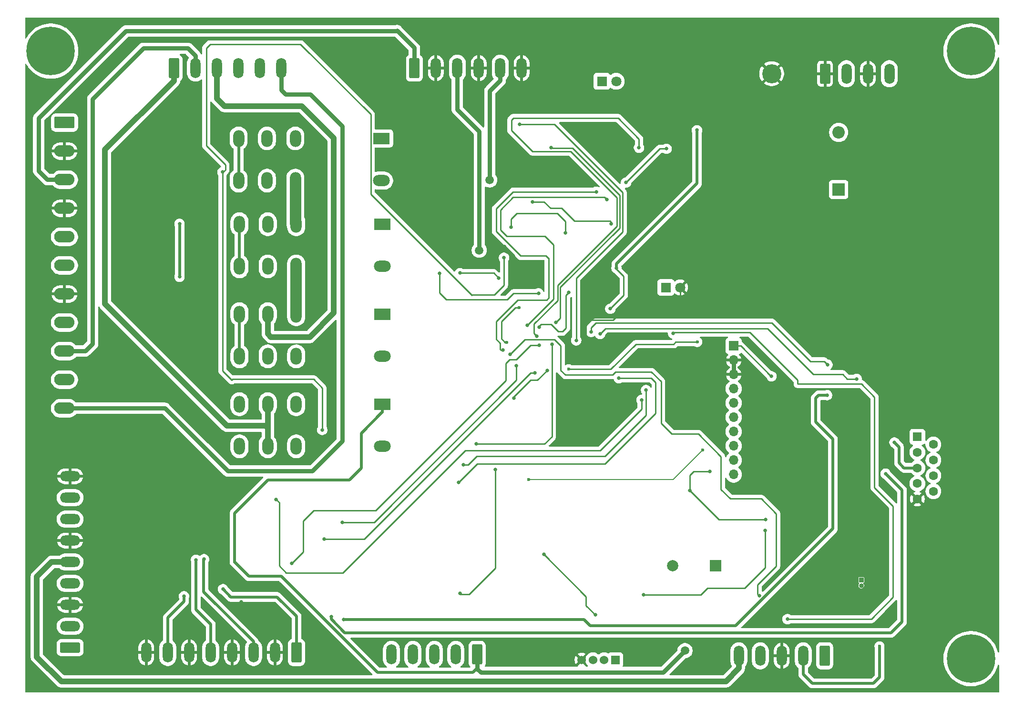
<source format=gbl>
G04 #@! TF.GenerationSoftware,KiCad,Pcbnew,9.0.1*
G04 #@! TF.CreationDate,2025-05-27T11:42:45+02:00*
G04 #@! TF.ProjectId,BANC_TEST_418,42414e43-5f54-4455-9354-5f3431382e6b,rev?*
G04 #@! TF.SameCoordinates,Original*
G04 #@! TF.FileFunction,Copper,L2,Bot*
G04 #@! TF.FilePolarity,Positive*
%FSLAX46Y46*%
G04 Gerber Fmt 4.6, Leading zero omitted, Abs format (unit mm)*
G04 Created by KiCad (PCBNEW 9.0.1) date 2025-05-27 11:42:45*
%MOMM*%
%LPD*%
G01*
G04 APERTURE LIST*
G04 Aperture macros list*
%AMRoundRect*
0 Rectangle with rounded corners*
0 $1 Rounding radius*
0 $2 $3 $4 $5 $6 $7 $8 $9 X,Y pos of 4 corners*
0 Add a 4 corners polygon primitive as box body*
4,1,4,$2,$3,$4,$5,$6,$7,$8,$9,$2,$3,0*
0 Add four circle primitives for the rounded corners*
1,1,$1+$1,$2,$3*
1,1,$1+$1,$4,$5*
1,1,$1+$1,$6,$7*
1,1,$1+$1,$8,$9*
0 Add four rect primitives between the rounded corners*
20,1,$1+$1,$2,$3,$4,$5,0*
20,1,$1+$1,$4,$5,$6,$7,0*
20,1,$1+$1,$6,$7,$8,$9,0*
20,1,$1+$1,$8,$9,$2,$3,0*%
G04 Aperture macros list end*
G04 #@! TA.AperFunction,ComponentPad*
%ADD10RoundRect,0.250000X1.550000X-0.650000X1.550000X0.650000X-1.550000X0.650000X-1.550000X-0.650000X0*%
G04 #@! TD*
G04 #@! TA.AperFunction,ComponentPad*
%ADD11O,3.600000X1.800000*%
G04 #@! TD*
G04 #@! TA.AperFunction,ComponentPad*
%ADD12R,1.800000X1.800000*%
G04 #@! TD*
G04 #@! TA.AperFunction,ComponentPad*
%ADD13C,1.800000*%
G04 #@! TD*
G04 #@! TA.AperFunction,ComponentPad*
%ADD14R,1.600000X1.600000*%
G04 #@! TD*
G04 #@! TA.AperFunction,ComponentPad*
%ADD15C,1.600000*%
G04 #@! TD*
G04 #@! TA.AperFunction,ComponentPad*
%ADD16RoundRect,0.250000X-0.650000X-1.550000X0.650000X-1.550000X0.650000X1.550000X-0.650000X1.550000X0*%
G04 #@! TD*
G04 #@! TA.AperFunction,ComponentPad*
%ADD17O,1.800000X3.600000*%
G04 #@! TD*
G04 #@! TA.AperFunction,ComponentPad*
%ADD18O,2.000000X3.000000*%
G04 #@! TD*
G04 #@! TA.AperFunction,ComponentPad*
%ADD19R,3.000000X2.000000*%
G04 #@! TD*
G04 #@! TA.AperFunction,ComponentPad*
%ADD20O,3.000000X2.000000*%
G04 #@! TD*
G04 #@! TA.AperFunction,ComponentPad*
%ADD21RoundRect,0.249999X-1.550001X0.790001X-1.550001X-0.790001X1.550001X-0.790001X1.550001X0.790001X0*%
G04 #@! TD*
G04 #@! TA.AperFunction,ComponentPad*
%ADD22O,3.600000X2.080000*%
G04 #@! TD*
G04 #@! TA.AperFunction,ComponentPad*
%ADD23RoundRect,0.250000X0.650000X1.550000X-0.650000X1.550000X-0.650000X-1.550000X0.650000X-1.550000X0*%
G04 #@! TD*
G04 #@! TA.AperFunction,ComponentPad*
%ADD24C,8.600000*%
G04 #@! TD*
G04 #@! TA.AperFunction,ComponentPad*
%ADD25R,1.524000X1.524000*%
G04 #@! TD*
G04 #@! TA.AperFunction,ComponentPad*
%ADD26C,1.524000*%
G04 #@! TD*
G04 #@! TA.AperFunction,ComponentPad*
%ADD27C,3.400000*%
G04 #@! TD*
G04 #@! TA.AperFunction,ComponentPad*
%ADD28R,2.200000X2.200000*%
G04 #@! TD*
G04 #@! TA.AperFunction,ComponentPad*
%ADD29O,2.200000X2.200000*%
G04 #@! TD*
G04 #@! TA.AperFunction,ComponentPad*
%ADD30R,1.700000X1.700000*%
G04 #@! TD*
G04 #@! TA.AperFunction,ComponentPad*
%ADD31O,1.700000X1.700000*%
G04 #@! TD*
G04 #@! TA.AperFunction,ComponentPad*
%ADD32R,0.850000X0.850000*%
G04 #@! TD*
G04 #@! TA.AperFunction,ComponentPad*
%ADD33O,0.850000X0.850000*%
G04 #@! TD*
G04 #@! TA.AperFunction,ComponentPad*
%ADD34R,2.000000X2.000000*%
G04 #@! TD*
G04 #@! TA.AperFunction,ComponentPad*
%ADD35C,2.000000*%
G04 #@! TD*
G04 #@! TA.AperFunction,ViaPad*
%ADD36C,1.500000*%
G04 #@! TD*
G04 #@! TA.AperFunction,ViaPad*
%ADD37C,0.600000*%
G04 #@! TD*
G04 #@! TA.AperFunction,ViaPad*
%ADD38C,0.650000*%
G04 #@! TD*
G04 #@! TA.AperFunction,Conductor*
%ADD39C,0.500000*%
G04 #@! TD*
G04 #@! TA.AperFunction,Conductor*
%ADD40C,0.800000*%
G04 #@! TD*
G04 #@! TA.AperFunction,Conductor*
%ADD41C,2.000000*%
G04 #@! TD*
G04 #@! TA.AperFunction,Conductor*
%ADD42C,1.500000*%
G04 #@! TD*
G04 #@! TA.AperFunction,Conductor*
%ADD43C,0.250000*%
G04 #@! TD*
G04 #@! TA.AperFunction,Conductor*
%ADD44C,0.200000*%
G04 #@! TD*
G04 #@! TA.AperFunction,Conductor*
%ADD45C,1.000000*%
G04 #@! TD*
G04 APERTURE END LIST*
D10*
X85550000Y-137400000D03*
D11*
X85550000Y-133590000D03*
X85550000Y-129780000D03*
X85550000Y-125970000D03*
X85550000Y-122160000D03*
X85550000Y-118350000D03*
X85550000Y-114540000D03*
X85550000Y-110730000D03*
X85550000Y-106920000D03*
D12*
X191350000Y-73350000D03*
D13*
X193890000Y-73350000D03*
D14*
X236024669Y-99890000D03*
D15*
X236024669Y-102660000D03*
X236024669Y-105430000D03*
X236024669Y-108200000D03*
X236024669Y-110970000D03*
X238864669Y-101275000D03*
X238864669Y-104045000D03*
X238864669Y-106815000D03*
X238864669Y-109585000D03*
D16*
X104000000Y-34350000D03*
D17*
X107810000Y-34350000D03*
X111620000Y-34350000D03*
X115430000Y-34350000D03*
X119240000Y-34350000D03*
X123050000Y-34350000D03*
D18*
X120510000Y-54350000D03*
X120510000Y-46850000D03*
X125550000Y-54350000D03*
X125550000Y-46850000D03*
X115470000Y-54350000D03*
X115470000Y-46850000D03*
D19*
X140810000Y-46850000D03*
D20*
X140810000Y-54350000D03*
D18*
X120660000Y-101600000D03*
X120660000Y-94100000D03*
X125700000Y-101600000D03*
X125700000Y-94100000D03*
X115620000Y-101600000D03*
X115620000Y-94100000D03*
D19*
X140960000Y-94100000D03*
D20*
X140960000Y-101600000D03*
D21*
X84550000Y-44030000D03*
D22*
X84550000Y-49110000D03*
X84550000Y-54190000D03*
X84550000Y-59270000D03*
X84550000Y-64350000D03*
X84550000Y-69430000D03*
X84550000Y-74510000D03*
X84550000Y-79590000D03*
X84550000Y-84670000D03*
X84550000Y-89750000D03*
X84550000Y-94830000D03*
D16*
X146690000Y-34350000D03*
D17*
X150500000Y-34350000D03*
X154310000Y-34350000D03*
X158120000Y-34350000D03*
X161930000Y-34350000D03*
X165740000Y-34350000D03*
D23*
X125745000Y-138250000D03*
D17*
X121935000Y-138250000D03*
X118125000Y-138250000D03*
X114315000Y-138250000D03*
X110505000Y-138250000D03*
X106695000Y-138250000D03*
X102885000Y-138250000D03*
X99075000Y-138250000D03*
D24*
X245550000Y-139350000D03*
D16*
X219620000Y-35350000D03*
D17*
X223430000Y-35350000D03*
X227240000Y-35350000D03*
X231050000Y-35350000D03*
D24*
X82100000Y-31330000D03*
D25*
X182400000Y-139575000D03*
D26*
X180400000Y-139575000D03*
X178400000Y-139575000D03*
X176400000Y-139575000D03*
D23*
X219550000Y-138850000D03*
D17*
X215740000Y-138850000D03*
X211930000Y-138850000D03*
X208120000Y-138850000D03*
X204310000Y-138850000D03*
D27*
X210150000Y-35350000D03*
D24*
X245550000Y-31330000D03*
D28*
X222050000Y-55930000D03*
D29*
X222050000Y-45770000D03*
D30*
X203400000Y-83745000D03*
D31*
X203400000Y-86285000D03*
X203400000Y-88825000D03*
X203400000Y-91365000D03*
X203400000Y-93905000D03*
X203400000Y-96445000D03*
X203400000Y-98985000D03*
X203400000Y-101525000D03*
X203400000Y-104065000D03*
X203400000Y-106605000D03*
D18*
X120660000Y-85600000D03*
X120660000Y-78100000D03*
X125700000Y-85600000D03*
X125700000Y-78100000D03*
X115620000Y-85600000D03*
X115620000Y-78100000D03*
D19*
X140960000Y-78100000D03*
D20*
X140960000Y-85600000D03*
D12*
X180000000Y-36700000D03*
D13*
X182540000Y-36700000D03*
D18*
X120660000Y-69600000D03*
X120660000Y-62100000D03*
X125700000Y-69600000D03*
X125700000Y-62100000D03*
X115620000Y-69600000D03*
X115620000Y-62100000D03*
D19*
X140960000Y-62100000D03*
D20*
X140960000Y-69600000D03*
D23*
X157860000Y-138600000D03*
D17*
X154050000Y-138600000D03*
X150240000Y-138600000D03*
X146430000Y-138600000D03*
X142620000Y-138600000D03*
D32*
X226050000Y-125350000D03*
D33*
X226050000Y-126350000D03*
D34*
X200150000Y-122850000D03*
D35*
X192550000Y-122850000D03*
D36*
X194750000Y-137925000D03*
D37*
X185450000Y-93600000D03*
D38*
X152000000Y-59275000D03*
X163625000Y-73100000D03*
D37*
X177850000Y-92900000D03*
D38*
X182875000Y-78175000D03*
X115950000Y-129250000D03*
X165150000Y-70600000D03*
X176025000Y-86400000D03*
D37*
X163110000Y-83100000D03*
D38*
X104975000Y-71450000D03*
X104975000Y-62050000D03*
X210100000Y-89150000D03*
X182575000Y-69925000D03*
D37*
X165280000Y-76960000D03*
D38*
X195600000Y-109450000D03*
X181475000Y-77150000D03*
X199175000Y-106025000D03*
X196875000Y-45400000D03*
X209100000Y-114650000D03*
X187050000Y-93350000D03*
X122125000Y-111025000D03*
X164825000Y-87300000D03*
X133900000Y-115150000D03*
X168075000Y-88525000D03*
X130650000Y-118075000D03*
X124925000Y-122400000D03*
X168850000Y-83600000D03*
X174075000Y-74250000D03*
X168875000Y-80425000D03*
D37*
X197875000Y-102275000D03*
X167000000Y-107500000D03*
D36*
X158200000Y-66740000D03*
D38*
X230375000Y-106475000D03*
X131900000Y-131850000D03*
X219975000Y-92500000D03*
X134150000Y-132400000D03*
D37*
X229290000Y-137150000D03*
D38*
X173550000Y-63650000D03*
X130325000Y-98675000D03*
X169700000Y-120825000D03*
X162600000Y-68075000D03*
X178800000Y-131550000D03*
X112600000Y-52850000D03*
X163875000Y-62625000D03*
X161675000Y-71700000D03*
X192650000Y-81550000D03*
X181675000Y-62025000D03*
X167700000Y-58150000D03*
X212950000Y-132325000D03*
X154775000Y-70800000D03*
X175425000Y-82750000D03*
X165375000Y-44350000D03*
X171125000Y-83450000D03*
X157700000Y-101150000D03*
X151175000Y-70850000D03*
X168725000Y-74400000D03*
X155400000Y-104900000D03*
X187825000Y-91600000D03*
X207950000Y-128200000D03*
X163725000Y-85225000D03*
X171000000Y-48525000D03*
X171825000Y-79525000D03*
D36*
X160075000Y-54225000D03*
D38*
X112700000Y-127000000D03*
X231950000Y-100925000D03*
D37*
X196925000Y-83050000D03*
X174100000Y-87900000D03*
D38*
X225225000Y-89600000D03*
X179675000Y-81625000D03*
X178050000Y-81250000D03*
X220050000Y-87075000D03*
X208975000Y-116575000D03*
X187400000Y-128000000D03*
X170275000Y-88075000D03*
X164350000Y-93000000D03*
X161050000Y-105750000D03*
X154800000Y-127750000D03*
X168450000Y-82000000D03*
X186575000Y-48500000D03*
X162400000Y-84500000D03*
X178975000Y-56325000D03*
X191475000Y-48700000D03*
X166775000Y-80075000D03*
X184275000Y-54700000D03*
X180850000Y-57725000D03*
X109325000Y-121675000D03*
X107900000Y-121775000D03*
X105775000Y-128250000D03*
X154575000Y-108000000D03*
X183000000Y-89475000D03*
D39*
X157860000Y-141040000D02*
X157100000Y-141800000D01*
X114800000Y-122200000D02*
X114750000Y-122200000D01*
X135150000Y-107550000D02*
X137250000Y-105450000D01*
D40*
X190875000Y-141800000D02*
X194650000Y-138025000D01*
D39*
X114750000Y-122200000D02*
X114750000Y-113500000D01*
D40*
X194650000Y-138000000D02*
X194725000Y-137925000D01*
X157860000Y-138600000D02*
X157860000Y-141160000D01*
X194650000Y-138025000D02*
X194650000Y-138000000D01*
X157860000Y-141160000D02*
X158500000Y-141800000D01*
D41*
X125700000Y-78100000D02*
X125700000Y-69600000D01*
D39*
X137250000Y-105450000D02*
X137250000Y-99250000D01*
X140960000Y-95560000D02*
X140960000Y-94100000D01*
X140150000Y-141800000D02*
X123050000Y-124700000D01*
X137250000Y-99250000D02*
X140950000Y-95550000D01*
D42*
X125550000Y-61950000D02*
X125700000Y-62100000D01*
D41*
X125550000Y-54350000D02*
X125550000Y-61950000D01*
D42*
X125700000Y-54500000D02*
X125550000Y-54350000D01*
D39*
X117300000Y-124700000D02*
X114800000Y-122200000D01*
X120700000Y-107550000D02*
X135150000Y-107550000D01*
D40*
X194725000Y-137925000D02*
X194750000Y-137925000D01*
D39*
X123050000Y-124700000D02*
X117300000Y-124700000D01*
X114750000Y-113500000D02*
X120700000Y-107550000D01*
D40*
X158500000Y-141800000D02*
X190875000Y-141800000D01*
D39*
X140950000Y-95550000D02*
X140960000Y-95560000D01*
X157100000Y-141800000D02*
X140150000Y-141800000D01*
X157860000Y-138600000D02*
X157860000Y-141040000D01*
D43*
X177125000Y-79750000D02*
X177775000Y-79100000D01*
X177850000Y-92900000D02*
X180350000Y-92900000D01*
X182875000Y-78175000D02*
X185000000Y-76050000D01*
X156425000Y-68850000D02*
X153425000Y-65850000D01*
X162650000Y-65875000D02*
X161175000Y-65875000D01*
X185450000Y-94200000D02*
X185450000Y-93950000D01*
D40*
X203400000Y-86285000D02*
X203400000Y-88825000D01*
D43*
X164475000Y-67700000D02*
X162650000Y-65875000D01*
X193890000Y-75310000D02*
X193890000Y-73350000D01*
X185000000Y-76050000D02*
X193150000Y-76050000D01*
X163625000Y-70600000D02*
X163625000Y-69650000D01*
D39*
X115950000Y-129250000D02*
X121935000Y-135235000D01*
D43*
X164475000Y-68800000D02*
X164475000Y-67700000D01*
X181950000Y-79100000D02*
X182875000Y-78175000D01*
X153425000Y-65850000D02*
X153425000Y-60700000D01*
X176025000Y-86400000D02*
X177125000Y-85300000D01*
X177125000Y-85300000D02*
X177125000Y-79750000D01*
D39*
X121935000Y-135235000D02*
X121935000Y-138250000D01*
D43*
X180350000Y-92900000D02*
X182550000Y-95100000D01*
X177775000Y-79100000D02*
X181950000Y-79100000D01*
X163625000Y-69650000D02*
X164475000Y-68800000D01*
X153425000Y-60700000D02*
X152000000Y-59275000D01*
X158200000Y-68850000D02*
X156425000Y-68850000D01*
X193150000Y-76050000D02*
X193890000Y-75310000D01*
X185450000Y-93950000D02*
X185450000Y-93600000D01*
X161175000Y-65875000D02*
X158200000Y-68850000D01*
X182550000Y-95100000D02*
X184550000Y-95100000D01*
X184550000Y-95100000D02*
X184600000Y-95050000D01*
X184600000Y-95050000D02*
X185450000Y-94200000D01*
X163625000Y-73100000D02*
X163625000Y-70600000D01*
X165150000Y-70600000D02*
X163625000Y-70600000D01*
X183875000Y-74750000D02*
X183875000Y-71350000D01*
X204645000Y-83745000D02*
X210100000Y-89200000D01*
D39*
X182575000Y-69925000D02*
X182575000Y-69150000D01*
D43*
X164610000Y-76960000D02*
X165280000Y-76960000D01*
D39*
X182575000Y-69150000D02*
X196875000Y-54850000D01*
X104975000Y-71450000D02*
X104975000Y-62050000D01*
D43*
X163110000Y-83100000D02*
X162790000Y-83100000D01*
X182575000Y-70050000D02*
X182575000Y-69925000D01*
X162170000Y-82480000D02*
X162170000Y-79400000D01*
X195600000Y-109450000D02*
X195600000Y-106700000D01*
X209100000Y-114650000D02*
X200800000Y-114650000D01*
X162170000Y-79400000D02*
X164610000Y-76960000D01*
D39*
X196875000Y-54850000D02*
X196875000Y-45400000D01*
D43*
X181475000Y-77150000D02*
X183875000Y-74750000D01*
X196275000Y-106025000D02*
X199175000Y-106025000D01*
X210100000Y-89200000D02*
X210100000Y-89150000D01*
X200800000Y-114650000D02*
X195600000Y-109450000D01*
X162790000Y-83100000D02*
X162170000Y-82480000D01*
X183875000Y-71350000D02*
X182575000Y-70050000D01*
X195600000Y-106700000D02*
X196275000Y-106025000D01*
X203400000Y-83745000D02*
X204645000Y-83745000D01*
X123925000Y-124075000D02*
X122700000Y-122850000D01*
X187050000Y-94975000D02*
X179675000Y-102350000D01*
X122700000Y-111600000D02*
X122125000Y-111025000D01*
X122700000Y-122850000D02*
X122700000Y-111600000D01*
X187050000Y-93350000D02*
X187050000Y-94975000D01*
X179675000Y-102350000D02*
X155725000Y-102350000D01*
X155725000Y-102350000D02*
X134000000Y-124075000D01*
X134000000Y-124075000D02*
X123925000Y-124075000D01*
X164825000Y-89850000D02*
X164825000Y-87300000D01*
X139525000Y-115150000D02*
X164825000Y-89850000D01*
X133900000Y-115150000D02*
X139525000Y-115150000D01*
X137750000Y-118075000D02*
X130650000Y-118075000D01*
X167300000Y-88525000D02*
X137750000Y-118075000D01*
X168075000Y-88525000D02*
X167300000Y-88525000D01*
X164775000Y-86175000D02*
X163600000Y-86175000D01*
X139850000Y-113025000D02*
X128775000Y-113025000D01*
X162950000Y-89925000D02*
X139850000Y-113025000D01*
X167350000Y-83600000D02*
X164775000Y-86175000D01*
X163600000Y-86175000D02*
X162950000Y-86825000D01*
X126950000Y-120375000D02*
X124925000Y-122400000D01*
X128775000Y-113025000D02*
X126950000Y-114850000D01*
X126950000Y-114850000D02*
X126950000Y-120375000D01*
X168850000Y-83600000D02*
X167350000Y-83600000D01*
X162950000Y-86825000D02*
X162950000Y-89925000D01*
X171000000Y-79925000D02*
X172275000Y-81200000D01*
X172275000Y-81200000D02*
X173000000Y-81200000D01*
X173000000Y-81200000D02*
X173600000Y-80600000D01*
X173600000Y-80600000D02*
X173600000Y-74725000D01*
X169150000Y-79925000D02*
X171000000Y-79925000D01*
X168875000Y-80425000D02*
X168875000Y-80200000D01*
X173600000Y-74725000D02*
X174075000Y-74250000D01*
X168875000Y-80200000D02*
X169150000Y-79925000D01*
D44*
X192650000Y-107500000D02*
X197875000Y-102275000D01*
X167000000Y-107500000D02*
X192650000Y-107500000D01*
D40*
X102405000Y-94830000D02*
X113575000Y-106000000D01*
X123850000Y-39025000D02*
X123050000Y-38225000D01*
X113575000Y-106000000D02*
X128575000Y-106000000D01*
X128250000Y-39025000D02*
X123850000Y-39025000D01*
X123050000Y-38225000D02*
X123050000Y-34350000D01*
X128575000Y-106000000D02*
X133900000Y-100675000D01*
X84550000Y-94830000D02*
X102405000Y-94830000D01*
X133900000Y-44675000D02*
X128250000Y-39025000D01*
X133900000Y-100675000D02*
X133900000Y-44675000D01*
D45*
X121200000Y-82150000D02*
X128100000Y-82150000D01*
X132350000Y-77900000D02*
X132350000Y-46800000D01*
X112950000Y-41100000D02*
X111620000Y-39770000D01*
X120660000Y-78100000D02*
X120660000Y-81610000D01*
X120660000Y-81610000D02*
X121200000Y-82150000D01*
X132350000Y-46800000D02*
X126650000Y-41100000D01*
X128100000Y-82150000D02*
X132350000Y-77900000D01*
X111620000Y-39770000D02*
X111620000Y-34350000D01*
X126650000Y-41100000D02*
X112950000Y-41100000D01*
X120275000Y-97950000D02*
X120660000Y-98335000D01*
X91750000Y-76275000D02*
X113425000Y-97950000D01*
X113425000Y-97950000D02*
X120275000Y-97950000D01*
X120660000Y-98335000D02*
X120660000Y-94100000D01*
X91750000Y-48850000D02*
X91750000Y-76275000D01*
X104000000Y-36600000D02*
X91750000Y-48850000D01*
X120660000Y-101600000D02*
X120660000Y-98335000D01*
X104000000Y-34350000D02*
X104000000Y-36600000D01*
D40*
X107810000Y-32160000D02*
X106475000Y-30825000D01*
X89550000Y-39850000D02*
X89550000Y-83400000D01*
X107810000Y-34350000D02*
X107810000Y-32160000D01*
X98575000Y-30825000D02*
X89550000Y-39850000D01*
X106475000Y-30825000D02*
X98575000Y-30825000D01*
X89550000Y-83400000D02*
X89500000Y-83400000D01*
X89500000Y-83400000D02*
X88230000Y-84670000D01*
X88230000Y-84670000D02*
X84550000Y-84670000D01*
X158225000Y-45650000D02*
X154310000Y-41735000D01*
X154310000Y-41735000D02*
X154310000Y-34350000D01*
X158200000Y-66740000D02*
X158225000Y-66715000D01*
X158225000Y-66715000D02*
X158225000Y-45650000D01*
X79950000Y-52625000D02*
X79950000Y-43240000D01*
X95465000Y-27725000D02*
X143575000Y-27725000D01*
X143575000Y-27725000D02*
X143625000Y-27675000D01*
X84550000Y-54190000D02*
X81515000Y-54190000D01*
X81515000Y-54190000D02*
X79950000Y-52625000D01*
X146690000Y-30740000D02*
X146690000Y-34350000D01*
X79950000Y-43240000D02*
X95465000Y-27725000D01*
X143625000Y-27675000D02*
X146690000Y-30740000D01*
D39*
X233275000Y-109375000D02*
X230375000Y-106475000D01*
X233275000Y-132800000D02*
X233275000Y-109375000D01*
X131900000Y-131850000D02*
X131900000Y-132350000D01*
X134325000Y-134775000D02*
X231300000Y-134775000D01*
X231300000Y-134775000D02*
X233275000Y-132800000D01*
X131900000Y-132350000D02*
X134325000Y-134775000D01*
X219975000Y-92500000D02*
X218500000Y-92500000D01*
X203722430Y-133525000D02*
X177900000Y-133525000D01*
X177900000Y-133525000D02*
X176775000Y-132400000D01*
X221000000Y-100300000D02*
X221000000Y-116247430D01*
X217950000Y-97250000D02*
X221000000Y-100300000D01*
X218500000Y-92500000D02*
X217950000Y-93050000D01*
X217950000Y-93050000D02*
X217950000Y-97250000D01*
X176775000Y-132400000D02*
X134150000Y-132400000D01*
X221000000Y-116247430D02*
X203722430Y-133525000D01*
D45*
X202000000Y-143375000D02*
X204310000Y-141065000D01*
X79650000Y-124750000D02*
X79650000Y-139050000D01*
X82240000Y-122160000D02*
X79650000Y-124750000D01*
X79650000Y-139050000D02*
X83975000Y-143375000D01*
X83975000Y-143375000D02*
X202000000Y-143375000D01*
X204310000Y-141065000D02*
X204310000Y-138850000D01*
X85550000Y-122160000D02*
X82240000Y-122160000D01*
D39*
X215740000Y-138850000D02*
X215740000Y-142140000D01*
X217370000Y-143770000D02*
X228190000Y-143770000D01*
X229290000Y-142670000D02*
X229290000Y-137150000D01*
X215740000Y-142140000D02*
X217370000Y-143770000D01*
X228190000Y-143770000D02*
X229290000Y-142670000D01*
X115620000Y-78100000D02*
X115620000Y-85600000D01*
X115620000Y-62100000D02*
X115620000Y-69600000D01*
X115470000Y-46850000D02*
X115470000Y-54350000D01*
D43*
X113125000Y-52475000D02*
X112750000Y-52850000D01*
X110400000Y-30125000D02*
X109725000Y-30800000D01*
X156900000Y-74675000D02*
X156875000Y-74700000D01*
X177175000Y-129925000D02*
X177175000Y-128300000D01*
X109725000Y-30800000D02*
X109725000Y-48150000D01*
X162600000Y-72950000D02*
X160875000Y-74675000D01*
X113125000Y-51550000D02*
X113125000Y-52475000D01*
X138925000Y-42575000D02*
X126475000Y-30125000D01*
X164875000Y-60150000D02*
X172100000Y-60150000D01*
X163875000Y-62625000D02*
X163875000Y-61150000D01*
X112750000Y-52850000D02*
X112600000Y-52850000D01*
X128775000Y-89675000D02*
X130325000Y-91225000D01*
X138925000Y-56750000D02*
X138925000Y-42575000D01*
X130325000Y-91225000D02*
X130325000Y-98675000D01*
X178800000Y-131550000D02*
X177175000Y-129925000D01*
X126475000Y-30125000D02*
X110400000Y-30125000D01*
X114275000Y-89850000D02*
X114450000Y-89675000D01*
X173550000Y-61600000D02*
X173550000Y-63650000D01*
X172100000Y-60150000D02*
X173550000Y-61600000D01*
X163875000Y-61150000D02*
X164875000Y-60150000D01*
X160875000Y-74675000D02*
X156900000Y-74675000D01*
X112600000Y-88175000D02*
X114275000Y-89850000D01*
X162600000Y-68075000D02*
X162600000Y-72950000D01*
X114450000Y-89675000D02*
X128775000Y-89675000D01*
X156875000Y-74700000D02*
X138925000Y-56750000D01*
X112600000Y-52850000D02*
X112600000Y-88175000D01*
X109725000Y-48150000D02*
X113125000Y-51550000D01*
X177175000Y-128300000D02*
X169700000Y-120825000D01*
X231700000Y-128450000D02*
X231700000Y-112225000D01*
X172850000Y-59275000D02*
X175075000Y-61500000D01*
X214750000Y-90500000D02*
X214750000Y-89850000D01*
X227825000Y-132325000D02*
X231700000Y-128450000D01*
X214750000Y-89850000D02*
X206275000Y-81375000D01*
X160775000Y-70800000D02*
X154775000Y-70800000D01*
X170850000Y-59275000D02*
X172850000Y-59275000D01*
X175075000Y-61500000D02*
X181425000Y-61500000D01*
X192800000Y-81375000D02*
X192650000Y-81525000D01*
X231700000Y-112225000D02*
X228400000Y-108925000D01*
X192650000Y-81525000D02*
X192650000Y-81550000D01*
X167700000Y-58150000D02*
X169725000Y-58150000D01*
X181425000Y-61500000D02*
X181675000Y-61750000D01*
X228400000Y-92825000D02*
X226075000Y-90500000D01*
X161675000Y-71700000D02*
X160775000Y-70800000D01*
X226075000Y-90500000D02*
X214750000Y-90500000D01*
X206275000Y-81375000D02*
X192800000Y-81375000D01*
X212950000Y-132325000D02*
X227825000Y-132325000D01*
X228400000Y-108925000D02*
X228400000Y-92825000D01*
X181675000Y-61750000D02*
X181675000Y-62025000D01*
X169725000Y-58150000D02*
X170850000Y-59275000D01*
X171575000Y-44350000D02*
X183675000Y-56450000D01*
X183675000Y-56450000D02*
X183675000Y-63475000D01*
X175425000Y-71725000D02*
X175425000Y-82750000D01*
X165375000Y-44350000D02*
X171575000Y-44350000D01*
X183675000Y-63475000D02*
X175425000Y-71725000D01*
X171125000Y-99850000D02*
X169800000Y-101175000D01*
X158225000Y-101175000D02*
X158200000Y-101150000D01*
X171125000Y-83450000D02*
X171125000Y-99850000D01*
X158200000Y-101150000D02*
X157700000Y-101150000D01*
X169800000Y-101175000D02*
X158225000Y-101175000D01*
X164300000Y-74400000D02*
X163175000Y-75525000D01*
X163175000Y-75525000D02*
X152350000Y-75525000D01*
X152350000Y-75525000D02*
X151175000Y-74350000D01*
X168725000Y-74400000D02*
X164300000Y-74400000D01*
X151175000Y-74350000D02*
X151175000Y-70850000D01*
X156275000Y-104900000D02*
X157800000Y-103375000D01*
X180525000Y-103375000D02*
X187825000Y-96075000D01*
X155400000Y-104900000D02*
X156275000Y-104900000D01*
X157800000Y-103375000D02*
X180525000Y-103375000D01*
X187825000Y-96075000D02*
X187825000Y-91600000D01*
X163725000Y-85225000D02*
X166300000Y-82650000D01*
X207625000Y-126175000D02*
X207625000Y-127875000D01*
X207625000Y-127875000D02*
X207950000Y-128200000D01*
X190500000Y-97475000D02*
X192425000Y-99400000D01*
X173500000Y-88900000D02*
X181850000Y-88900000D01*
X192425000Y-99400000D02*
X197125000Y-99400000D01*
X210925000Y-122875000D02*
X207625000Y-126175000D01*
X197125000Y-99400000D02*
X201125000Y-103400000D01*
X172700000Y-88100000D02*
X173500000Y-88900000D01*
X181850000Y-88900000D02*
X182375000Y-88375000D01*
X210925000Y-113575000D02*
X210925000Y-122875000D01*
X190500000Y-90100000D02*
X190500000Y-97475000D01*
X202800000Y-110925000D02*
X208275000Y-110925000D01*
X201125000Y-109250000D02*
X202800000Y-110925000D01*
X182375000Y-88375000D02*
X188775000Y-88375000D01*
X208275000Y-110925000D02*
X210925000Y-113575000D01*
X166300000Y-82650000D02*
X171600000Y-82650000D01*
X188775000Y-88375000D02*
X190500000Y-90100000D01*
X172700000Y-83750000D02*
X172700000Y-88100000D01*
X171600000Y-82650000D02*
X172700000Y-83750000D01*
X201125000Y-103400000D02*
X201125000Y-109250000D01*
X171825000Y-79525000D02*
X172575000Y-78775000D01*
X183125000Y-62775000D02*
X183125000Y-56925000D01*
X171050000Y-48575000D02*
X171000000Y-48525000D01*
X183125000Y-56925000D02*
X174775000Y-48575000D01*
X172575000Y-78775000D02*
X172575000Y-73325000D01*
X174775000Y-48575000D02*
X171050000Y-48575000D01*
X172575000Y-73325000D02*
X183125000Y-62775000D01*
D40*
X160075000Y-38425000D02*
X161930000Y-36570000D01*
X161930000Y-36570000D02*
X161930000Y-34350000D01*
X160075000Y-54225000D02*
X160075000Y-38425000D01*
D39*
X122325000Y-128375000D02*
X114075000Y-128375000D01*
X114075000Y-128375000D02*
X112700000Y-127000000D01*
X125745000Y-138250000D02*
X125745000Y-131795000D01*
X125745000Y-131795000D02*
X122325000Y-128375000D01*
X231950000Y-100925000D02*
X232750000Y-101725000D01*
X232750000Y-101725000D02*
X232750000Y-104525000D01*
X233655000Y-105430000D02*
X236024669Y-105430000D01*
X232750000Y-104525000D02*
X233655000Y-105430000D01*
D43*
X193100000Y-83050000D02*
X192700000Y-83450000D01*
X186000000Y-83450000D02*
X181550000Y-87900000D01*
X196925000Y-83050000D02*
X193100000Y-83050000D01*
X192700000Y-83450000D02*
X186000000Y-83450000D01*
X181550000Y-87900000D02*
X174100000Y-87900000D01*
X180650000Y-80650000D02*
X209375000Y-80650000D01*
X222750000Y-88775000D02*
X223575000Y-89600000D01*
X217500000Y-88775000D02*
X222750000Y-88775000D01*
X223575000Y-89600000D02*
X225225000Y-89600000D01*
X179675000Y-81625000D02*
X180650000Y-80650000D01*
X209375000Y-80650000D02*
X217500000Y-88775000D01*
X217050000Y-86500000D02*
X219475000Y-86500000D01*
X178050000Y-81250000D02*
X178050000Y-80475000D01*
X210175000Y-79625000D02*
X217050000Y-86500000D01*
X178900000Y-79625000D02*
X210175000Y-79625000D01*
X178050000Y-80475000D02*
X178900000Y-79625000D01*
X219475000Y-86500000D02*
X220050000Y-87075000D01*
X197575000Y-128000000D02*
X198775000Y-126800000D01*
X208975000Y-123175000D02*
X208975000Y-116575000D01*
X205350000Y-126800000D02*
X208975000Y-123175000D01*
X198775000Y-126800000D02*
X205350000Y-126800000D01*
X187400000Y-128000000D02*
X197575000Y-128000000D01*
X170275000Y-88075000D02*
X168500000Y-89850000D01*
X164350000Y-92800000D02*
X164350000Y-93000000D01*
X161050000Y-123250000D02*
X156400000Y-127900000D01*
X167300000Y-89850000D02*
X164350000Y-92800000D01*
X161050000Y-105750000D02*
X161050000Y-123250000D01*
X154950000Y-127900000D02*
X154800000Y-127750000D01*
X168500000Y-89850000D02*
X167300000Y-89850000D01*
X164350000Y-93000000D02*
X164450000Y-93000000D01*
X156400000Y-127900000D02*
X154950000Y-127900000D01*
X164275000Y-43225000D02*
X182875000Y-43225000D01*
X182650000Y-62425000D02*
X182650000Y-57375000D01*
X172124000Y-72951000D02*
X182650000Y-62425000D01*
X172124000Y-75646654D02*
X172124000Y-72951000D01*
X163925000Y-45445654D02*
X163925000Y-43575000D01*
X167925000Y-79845654D02*
X172124000Y-75646654D01*
X186575000Y-46925000D02*
X186575000Y-48500000D01*
X167925000Y-81475000D02*
X167925000Y-79845654D01*
X167655346Y-49176000D02*
X163925000Y-45445654D01*
X182875000Y-43225000D02*
X186575000Y-46925000D01*
X168450000Y-82000000D02*
X167925000Y-81475000D01*
X174451000Y-49176000D02*
X167655346Y-49176000D01*
X182650000Y-57375000D02*
X174451000Y-49176000D01*
X163925000Y-43575000D02*
X164275000Y-43225000D01*
X161200000Y-59325000D02*
X164200000Y-56325000D01*
X170550000Y-75200000D02*
X170550000Y-68175000D01*
X170500000Y-68175000D02*
X170075000Y-67750000D01*
X170175000Y-75575000D02*
X170550000Y-75200000D01*
X165050000Y-75575000D02*
X170175000Y-75575000D01*
X170075000Y-67750000D02*
X165550000Y-67750000D01*
X165550000Y-67750000D02*
X161200000Y-63400000D01*
X161950000Y-84350000D02*
X161950000Y-83250000D01*
X162100000Y-84500000D02*
X161950000Y-84350000D01*
X164200000Y-56325000D02*
X178975000Y-56325000D01*
X162400000Y-84500000D02*
X162100000Y-84500000D01*
X161200000Y-63400000D02*
X161200000Y-59325000D01*
X161200000Y-82500000D02*
X161200000Y-79425000D01*
X170550000Y-68175000D02*
X170500000Y-68175000D01*
X161200000Y-79425000D02*
X165050000Y-75575000D01*
X161950000Y-83250000D02*
X161200000Y-82500000D01*
X166775000Y-80075000D02*
X171425000Y-75425000D01*
X184275000Y-54700000D02*
X190275000Y-48700000D01*
X161975000Y-59550000D02*
X164225000Y-57300000D01*
X190275000Y-48700000D02*
X191475000Y-48700000D01*
X171425000Y-75425000D02*
X171425000Y-65775000D01*
X180425000Y-57300000D02*
X180850000Y-57725000D01*
X171425000Y-65775000D02*
X169875000Y-64225000D01*
X161975000Y-63100000D02*
X161975000Y-59550000D01*
X163100000Y-64225000D02*
X161975000Y-63100000D01*
X164225000Y-57300000D02*
X180425000Y-57300000D01*
X169875000Y-64225000D02*
X163100000Y-64225000D01*
D39*
X118125000Y-138250000D02*
X118125000Y-136300000D01*
X109275000Y-127450000D02*
X109275000Y-121725000D01*
X109275000Y-121725000D02*
X109325000Y-121675000D01*
X118125000Y-136300000D02*
X109275000Y-127450000D01*
X110505000Y-138250000D02*
X110505000Y-133255000D01*
X107900000Y-130650000D02*
X107900000Y-121775000D01*
X110505000Y-133255000D02*
X107900000Y-130650000D01*
X105775000Y-129200000D02*
X105775000Y-128250000D01*
X102885000Y-132090000D02*
X105775000Y-129200000D01*
X102885000Y-138250000D02*
X102885000Y-132090000D01*
D43*
X180525000Y-104725000D02*
X189550000Y-95700000D01*
X157850000Y-104725000D02*
X180525000Y-104725000D01*
X188775000Y-89475000D02*
X183000000Y-89475000D01*
X154575000Y-108000000D02*
X157850000Y-104725000D01*
X189550000Y-90250000D02*
X188775000Y-89475000D01*
X189550000Y-95700000D02*
X189550000Y-90250000D01*
G04 #@! TA.AperFunction,Conductor*
G36*
X177049249Y-139870696D02*
G01*
X177079498Y-139920056D01*
X177091177Y-139956000D01*
X177137323Y-140098022D01*
X177198383Y-140217857D01*
X177226844Y-140273716D01*
X177234688Y-140289109D01*
X177360737Y-140462602D01*
X177360741Y-140462607D01*
X177485953Y-140587819D01*
X177496565Y-140607255D01*
X177511066Y-140623989D01*
X177512982Y-140637320D01*
X177519438Y-140649142D01*
X177517858Y-140671228D01*
X177521010Y-140693147D01*
X177515414Y-140705398D01*
X177514454Y-140718834D01*
X177501183Y-140736560D01*
X177491985Y-140756703D01*
X177480653Y-140763985D01*
X177472582Y-140774767D01*
X177451836Y-140782504D01*
X177433207Y-140794477D01*
X177411288Y-140797628D01*
X177407118Y-140799184D01*
X177398272Y-140799500D01*
X177219304Y-140799500D01*
X177152265Y-140779815D01*
X177106510Y-140727011D01*
X177095686Y-140665773D01*
X177098715Y-140627268D01*
X176427448Y-139956000D01*
X176450160Y-139956000D01*
X176547061Y-139930036D01*
X176633940Y-139879876D01*
X176704876Y-139808940D01*
X176755036Y-139722061D01*
X176781000Y-139625160D01*
X176781000Y-139602447D01*
X177049249Y-139870696D01*
G37*
G04 #@! TD.AperFunction*
G04 #@! TA.AperFunction,Conductor*
G36*
X205990165Y-82120185D02*
G01*
X206010807Y-82136819D01*
X213988181Y-90114193D01*
X214021666Y-90175516D01*
X214024500Y-90201874D01*
X214024500Y-90428545D01*
X214024500Y-90571455D01*
X214024500Y-90571457D01*
X214024499Y-90571457D01*
X214052379Y-90711614D01*
X214052381Y-90711620D01*
X214107069Y-90843650D01*
X214107074Y-90843659D01*
X214186467Y-90962478D01*
X214186470Y-90962482D01*
X214287517Y-91063529D01*
X214287521Y-91063532D01*
X214406340Y-91142925D01*
X214406349Y-91142930D01*
X214430856Y-91153081D01*
X214538380Y-91197619D01*
X214538384Y-91197619D01*
X214538385Y-91197620D01*
X214678542Y-91225500D01*
X214678545Y-91225500D01*
X225723126Y-91225500D01*
X225790165Y-91245185D01*
X225810807Y-91261819D01*
X227638181Y-93089193D01*
X227671666Y-93150516D01*
X227674500Y-93176874D01*
X227674500Y-108996456D01*
X227684633Y-109047394D01*
X227684633Y-109047396D01*
X227702379Y-109136612D01*
X227702381Y-109136620D01*
X227752263Y-109257047D01*
X227757071Y-109268653D01*
X227784879Y-109310271D01*
X227836469Y-109387482D01*
X227836470Y-109387483D01*
X230938181Y-112489192D01*
X230971666Y-112550515D01*
X230974500Y-112576873D01*
X230974500Y-128098126D01*
X230954815Y-128165165D01*
X230938181Y-128185807D01*
X227560807Y-131563181D01*
X227499484Y-131596666D01*
X227473126Y-131599500D01*
X213567683Y-131599500D01*
X213500644Y-131579815D01*
X213498830Y-131578626D01*
X213388389Y-131504833D01*
X213388388Y-131504832D01*
X213388386Y-131504831D01*
X213219962Y-131435068D01*
X213219952Y-131435065D01*
X213041156Y-131399500D01*
X213041154Y-131399500D01*
X212858846Y-131399500D01*
X212858844Y-131399500D01*
X212680047Y-131435065D01*
X212680037Y-131435068D01*
X212511612Y-131504831D01*
X212511608Y-131504833D01*
X212360032Y-131606113D01*
X212360024Y-131606119D01*
X212231119Y-131735024D01*
X212231113Y-131735032D01*
X212129833Y-131886608D01*
X212129831Y-131886612D01*
X212060068Y-132055037D01*
X212060065Y-132055047D01*
X212024500Y-132233843D01*
X212024500Y-132233846D01*
X212024500Y-132416154D01*
X212024500Y-132416156D01*
X212024499Y-132416156D01*
X212060065Y-132594952D01*
X212060068Y-132594962D01*
X212129831Y-132763387D01*
X212129833Y-132763391D01*
X212231113Y-132914967D01*
X212231119Y-132914975D01*
X212360024Y-133043880D01*
X212360032Y-133043886D01*
X212511608Y-133145166D01*
X212511612Y-133145168D01*
X212680037Y-133214931D01*
X212680042Y-133214933D01*
X212680046Y-133214933D01*
X212680047Y-133214934D01*
X212858843Y-133250500D01*
X212858846Y-133250500D01*
X213041156Y-133250500D01*
X213161445Y-133226572D01*
X213219958Y-133214933D01*
X213388389Y-133145167D01*
X213498793Y-133071397D01*
X213565470Y-133050520D01*
X213567683Y-133050500D01*
X227896457Y-133050500D01*
X227990751Y-133031742D01*
X228036620Y-133022619D01*
X228168653Y-132967929D01*
X228207216Y-132942162D01*
X228287480Y-132888532D01*
X230215988Y-130960024D01*
X232212819Y-128963194D01*
X232274142Y-128929709D01*
X232343834Y-128934693D01*
X232399767Y-128976565D01*
X232424184Y-129042029D01*
X232424500Y-129050875D01*
X232424500Y-132396349D01*
X232404815Y-132463388D01*
X232388181Y-132484030D01*
X230984030Y-133888181D01*
X230922707Y-133921666D01*
X230896349Y-133924500D01*
X204825081Y-133924500D01*
X204758042Y-133904815D01*
X204712287Y-133852011D01*
X204702343Y-133782853D01*
X204731368Y-133719297D01*
X204737400Y-133712819D01*
X213533153Y-124917067D01*
X225544500Y-124917067D01*
X225544500Y-125782932D01*
X225549169Y-125806408D01*
X225549170Y-125806409D01*
X225566962Y-125833037D01*
X225593590Y-125850829D01*
X225593606Y-125850836D01*
X225593634Y-125850858D01*
X225603744Y-125857614D01*
X225603139Y-125858518D01*
X225648008Y-125894678D01*
X225670072Y-125960972D01*
X225652792Y-126028671D01*
X225646162Y-126038466D01*
X225578950Y-126154881D01*
X225578949Y-126154884D01*
X225544500Y-126283450D01*
X225544500Y-126416550D01*
X225578949Y-126545116D01*
X225645499Y-126660384D01*
X225739616Y-126754501D01*
X225854884Y-126821051D01*
X225983450Y-126855500D01*
X225983452Y-126855500D01*
X226116548Y-126855500D01*
X226116550Y-126855500D01*
X226245116Y-126821051D01*
X226360384Y-126754501D01*
X226454501Y-126660384D01*
X226521051Y-126545116D01*
X226555500Y-126416550D01*
X226555500Y-126283450D01*
X226521051Y-126154884D01*
X226454501Y-126039616D01*
X226454500Y-126039615D01*
X226450437Y-126032577D01*
X226451930Y-126031714D01*
X226430279Y-125975720D01*
X226444313Y-125907275D01*
X226493124Y-125857282D01*
X226506397Y-125850834D01*
X226506406Y-125850829D01*
X226506410Y-125850829D01*
X226533037Y-125833037D01*
X226550829Y-125806410D01*
X226550829Y-125806408D01*
X226550830Y-125806408D01*
X226555499Y-125782932D01*
X226555500Y-125782930D01*
X226555500Y-124917069D01*
X226555499Y-124917067D01*
X226550830Y-124893591D01*
X226550829Y-124893590D01*
X226533037Y-124866962D01*
X226506409Y-124849170D01*
X226506408Y-124849169D01*
X226482931Y-124844500D01*
X226482928Y-124844500D01*
X225617072Y-124844500D01*
X225617069Y-124844500D01*
X225593591Y-124849169D01*
X225593590Y-124849170D01*
X225566962Y-124866962D01*
X225549170Y-124893590D01*
X225549169Y-124893591D01*
X225544500Y-124917067D01*
X213533153Y-124917067D01*
X213626921Y-124823299D01*
X221660624Y-116789595D01*
X221660627Y-116789592D01*
X221753704Y-116650293D01*
X221799035Y-116540848D01*
X221799037Y-116540847D01*
X221817815Y-116495514D01*
X221817818Y-116495504D01*
X221850499Y-116331201D01*
X221850500Y-116331198D01*
X221850500Y-100216232D01*
X221850499Y-100216228D01*
X221830714Y-100116760D01*
X221817816Y-100051918D01*
X221753703Y-99897137D01*
X221660626Y-99757838D01*
X221542162Y-99639374D01*
X218836819Y-96934030D01*
X218803334Y-96872707D01*
X218800500Y-96846349D01*
X218800500Y-93474500D01*
X218820185Y-93407461D01*
X218872989Y-93361706D01*
X218924500Y-93350500D01*
X219585177Y-93350500D01*
X219632629Y-93359939D01*
X219705037Y-93389931D01*
X219705042Y-93389933D01*
X219705046Y-93389933D01*
X219705047Y-93389934D01*
X219883843Y-93425500D01*
X219883846Y-93425500D01*
X220066156Y-93425500D01*
X220186445Y-93401572D01*
X220244958Y-93389933D01*
X220413389Y-93320167D01*
X220413391Y-93320166D01*
X220505167Y-93258843D01*
X220564972Y-93218883D01*
X220693883Y-93089972D01*
X220763611Y-92985616D01*
X220795166Y-92938391D01*
X220795168Y-92938387D01*
X220851697Y-92801913D01*
X220864933Y-92769958D01*
X220876572Y-92711445D01*
X220900500Y-92591156D01*
X220900500Y-92408843D01*
X220864934Y-92230047D01*
X220864933Y-92230046D01*
X220864933Y-92230042D01*
X220852298Y-92199539D01*
X220795168Y-92061612D01*
X220795166Y-92061608D01*
X220693886Y-91910032D01*
X220693880Y-91910024D01*
X220564975Y-91781119D01*
X220564967Y-91781113D01*
X220413391Y-91679833D01*
X220413387Y-91679831D01*
X220244962Y-91610068D01*
X220244952Y-91610065D01*
X220066156Y-91574500D01*
X220066154Y-91574500D01*
X219883846Y-91574500D01*
X219883844Y-91574500D01*
X219705047Y-91610065D01*
X219705037Y-91610068D01*
X219632629Y-91640061D01*
X219585177Y-91649500D01*
X218416228Y-91649500D01*
X218251925Y-91682182D01*
X218251917Y-91682184D01*
X218097139Y-91746295D01*
X217957837Y-91839373D01*
X217957834Y-91839376D01*
X217289375Y-92507834D01*
X217289372Y-92507838D01*
X217196299Y-92647130D01*
X217196292Y-92647143D01*
X217162576Y-92728544D01*
X217132185Y-92801913D01*
X217132182Y-92801925D01*
X217099500Y-92966228D01*
X217099500Y-97333771D01*
X217125578Y-97464874D01*
X217132181Y-97498074D01*
X217132184Y-97498083D01*
X217196296Y-97652863D01*
X217196297Y-97652866D01*
X217289372Y-97792161D01*
X217289375Y-97792165D01*
X220113181Y-100615969D01*
X220146666Y-100677292D01*
X220149500Y-100703650D01*
X220149500Y-115843779D01*
X220129815Y-115910818D01*
X220113181Y-115931460D01*
X208626048Y-127418592D01*
X208598189Y-127433803D01*
X208571173Y-127450493D01*
X208567738Y-127450431D01*
X208564725Y-127452077D01*
X208533063Y-127449812D01*
X208501315Y-127449246D01*
X208497127Y-127447242D01*
X208495033Y-127447093D01*
X208469477Y-127434014D01*
X208433573Y-127410024D01*
X208405609Y-127391339D01*
X208360804Y-127337728D01*
X208350500Y-127288237D01*
X208350500Y-126526873D01*
X208370185Y-126459834D01*
X208386819Y-126439192D01*
X211488529Y-123337482D01*
X211488532Y-123337479D01*
X211567929Y-123218653D01*
X211622619Y-123086620D01*
X211641845Y-122989967D01*
X211650500Y-122946457D01*
X211650500Y-113503542D01*
X211622620Y-113363385D01*
X211622619Y-113363384D01*
X211622619Y-113363380D01*
X211567929Y-113231347D01*
X211488532Y-113112520D01*
X211488530Y-113112517D01*
X208737482Y-110361469D01*
X208673955Y-110319022D01*
X208618653Y-110282071D01*
X208589914Y-110270167D01*
X208486620Y-110227381D01*
X208486614Y-110227379D01*
X208346457Y-110199500D01*
X208346455Y-110199500D01*
X203151873Y-110199500D01*
X203084834Y-110179815D01*
X203064192Y-110163181D01*
X201886819Y-108985807D01*
X201853334Y-108924484D01*
X201850500Y-108898126D01*
X201850500Y-107275433D01*
X201870185Y-107208394D01*
X201922989Y-107162639D01*
X201992147Y-107152695D01*
X202055703Y-107181720D01*
X202084983Y-107219136D01*
X202159421Y-107365228D01*
X202293621Y-107549937D01*
X202455063Y-107711379D01*
X202639772Y-107845579D01*
X202713690Y-107883242D01*
X202843196Y-107949229D01*
X202843198Y-107949229D01*
X202843201Y-107949231D01*
X202959592Y-107987049D01*
X203060339Y-108019784D01*
X203285838Y-108055500D01*
X203285843Y-108055500D01*
X203514162Y-108055500D01*
X203739660Y-108019784D01*
X203761111Y-108012814D01*
X203956799Y-107949231D01*
X204160228Y-107845579D01*
X204344937Y-107711379D01*
X204506379Y-107549937D01*
X204640579Y-107365228D01*
X204744231Y-107161799D01*
X204814784Y-106944660D01*
X204819157Y-106917049D01*
X204850500Y-106719162D01*
X204850500Y-106490837D01*
X204814784Y-106265339D01*
X204766310Y-106116154D01*
X204744231Y-106048201D01*
X204744229Y-106048198D01*
X204744229Y-106048196D01*
X204685963Y-105933843D01*
X204640579Y-105844772D01*
X204506379Y-105660063D01*
X204344937Y-105498621D01*
X204257807Y-105435317D01*
X204215143Y-105379988D01*
X204209164Y-105310374D01*
X204241770Y-105248579D01*
X204257807Y-105234683D01*
X204344937Y-105171379D01*
X204506379Y-105009937D01*
X204640579Y-104825228D01*
X204744231Y-104621799D01*
X204814784Y-104404660D01*
X204821580Y-104361752D01*
X204850500Y-104179162D01*
X204850500Y-103950837D01*
X204814784Y-103725339D01*
X204765079Y-103572365D01*
X204744231Y-103508201D01*
X204744229Y-103508198D01*
X204744229Y-103508196D01*
X204652690Y-103328542D01*
X204640579Y-103304772D01*
X204506379Y-103120063D01*
X204344937Y-102958621D01*
X204257807Y-102895317D01*
X204215143Y-102839988D01*
X204209164Y-102770374D01*
X204241770Y-102708579D01*
X204257807Y-102694683D01*
X204344937Y-102631379D01*
X204506379Y-102469937D01*
X204640579Y-102285228D01*
X204744231Y-102081799D01*
X204814784Y-101864660D01*
X204824702Y-101802040D01*
X204850500Y-101639162D01*
X204850500Y-101410837D01*
X204814784Y-101185339D01*
X204773034Y-101056847D01*
X204744231Y-100968201D01*
X204744229Y-100968198D01*
X204744229Y-100968196D01*
X204675772Y-100833843D01*
X204640579Y-100764772D01*
X204506379Y-100580063D01*
X204344937Y-100418621D01*
X204257807Y-100355317D01*
X204215143Y-100299988D01*
X204209164Y-100230374D01*
X204241770Y-100168579D01*
X204257807Y-100154683D01*
X204344937Y-100091379D01*
X204506379Y-99929937D01*
X204640579Y-99745228D01*
X204744231Y-99541799D01*
X204814784Y-99324660D01*
X204824238Y-99264972D01*
X204850500Y-99099162D01*
X204850500Y-98870837D01*
X204814784Y-98645339D01*
X204769169Y-98504953D01*
X204744231Y-98428201D01*
X204744229Y-98428198D01*
X204744229Y-98428196D01*
X204640578Y-98224771D01*
X204546243Y-98094931D01*
X204506379Y-98040063D01*
X204344937Y-97878621D01*
X204257807Y-97815317D01*
X204215143Y-97759988D01*
X204209164Y-97690374D01*
X204241770Y-97628579D01*
X204257807Y-97614683D01*
X204344937Y-97551379D01*
X204506379Y-97389937D01*
X204640579Y-97205228D01*
X204744231Y-97001799D01*
X204814784Y-96784660D01*
X204850500Y-96559162D01*
X204850500Y-96330837D01*
X204814784Y-96105339D01*
X204747669Y-95898783D01*
X204744231Y-95888201D01*
X204744229Y-95888198D01*
X204744229Y-95888196D01*
X204667900Y-95738393D01*
X204640579Y-95684772D01*
X204506379Y-95500063D01*
X204344937Y-95338621D01*
X204257807Y-95275317D01*
X204215143Y-95219988D01*
X204209164Y-95150374D01*
X204241770Y-95088579D01*
X204257807Y-95074683D01*
X204344937Y-95011379D01*
X204506379Y-94849937D01*
X204640579Y-94665228D01*
X204744231Y-94461799D01*
X204814784Y-94244660D01*
X204823090Y-94192218D01*
X204850500Y-94019162D01*
X204850500Y-93790837D01*
X204814784Y-93565339D01*
X204757791Y-93389934D01*
X204744231Y-93348201D01*
X204744229Y-93348198D01*
X204744229Y-93348196D01*
X204663369Y-93189500D01*
X204640579Y-93144772D01*
X204506379Y-92960063D01*
X204344937Y-92798621D01*
X204257807Y-92735317D01*
X204215143Y-92679988D01*
X204209164Y-92610374D01*
X204241770Y-92548579D01*
X204257807Y-92534683D01*
X204344937Y-92471379D01*
X204506379Y-92309937D01*
X204640579Y-92125228D01*
X204744231Y-91921799D01*
X204814784Y-91704660D01*
X204818717Y-91679831D01*
X204850500Y-91479162D01*
X204850500Y-91250837D01*
X204814784Y-91025339D01*
X204767996Y-90881341D01*
X204744231Y-90808201D01*
X204744229Y-90808198D01*
X204744229Y-90808196D01*
X204676107Y-90674500D01*
X204640579Y-90604772D01*
X204506379Y-90420063D01*
X204344937Y-90258621D01*
X204172317Y-90133204D01*
X204129653Y-90077874D01*
X204123674Y-90008261D01*
X204156280Y-89946466D01*
X204172319Y-89932569D01*
X204279460Y-89854727D01*
X204429723Y-89704464D01*
X204429727Y-89704459D01*
X204554620Y-89532557D01*
X204651095Y-89343217D01*
X204716757Y-89141129D01*
X204716757Y-89141126D01*
X204727231Y-89075000D01*
X203833012Y-89075000D01*
X203865925Y-89017993D01*
X203900000Y-88890826D01*
X203900000Y-88759174D01*
X203865925Y-88632007D01*
X203833012Y-88575000D01*
X204727231Y-88575000D01*
X204716757Y-88508873D01*
X204716757Y-88508870D01*
X204651095Y-88306782D01*
X204554620Y-88117442D01*
X204429727Y-87945540D01*
X204429723Y-87945535D01*
X204279464Y-87795276D01*
X204279459Y-87795272D01*
X204107558Y-87670379D01*
X204097954Y-87665486D01*
X204047157Y-87617512D01*
X204030361Y-87549692D01*
X204052897Y-87483556D01*
X204097954Y-87444514D01*
X204107558Y-87439620D01*
X204279459Y-87314727D01*
X204279464Y-87314723D01*
X204429723Y-87164464D01*
X204429727Y-87164459D01*
X204554620Y-86992557D01*
X204651095Y-86803217D01*
X204716757Y-86601129D01*
X204716757Y-86601126D01*
X204727231Y-86535000D01*
X203833012Y-86535000D01*
X203865925Y-86477993D01*
X203900000Y-86350826D01*
X203900000Y-86219174D01*
X203865925Y-86092007D01*
X203833012Y-86035000D01*
X204727231Y-86035000D01*
X204716757Y-85968873D01*
X204716757Y-85968870D01*
X204651095Y-85766782D01*
X204554620Y-85577442D01*
X204429727Y-85405540D01*
X204429723Y-85405535D01*
X204394775Y-85370587D01*
X204361290Y-85309264D01*
X204366274Y-85239572D01*
X204408146Y-85183639D01*
X204434999Y-85168347D01*
X204552841Y-85119536D01*
X204678282Y-85023282D01*
X204687283Y-85011550D01*
X204743710Y-84970347D01*
X204813456Y-84966190D01*
X204873342Y-84999354D01*
X209162641Y-89288653D01*
X209196126Y-89349976D01*
X209196577Y-89352142D01*
X209210065Y-89419952D01*
X209210068Y-89419962D01*
X209279831Y-89588387D01*
X209279833Y-89588391D01*
X209381113Y-89739967D01*
X209381119Y-89739975D01*
X209510024Y-89868880D01*
X209510032Y-89868886D01*
X209661608Y-89970166D01*
X209661612Y-89970168D01*
X209830037Y-90039931D01*
X209830042Y-90039933D01*
X209830046Y-90039933D01*
X209830047Y-90039934D01*
X210008843Y-90075500D01*
X210008846Y-90075500D01*
X210191156Y-90075500D01*
X210311445Y-90051572D01*
X210369958Y-90039933D01*
X210495582Y-89987898D01*
X210538387Y-89970168D01*
X210538391Y-89970166D01*
X210660785Y-89888385D01*
X210689972Y-89868883D01*
X210818883Y-89739972D01*
X210887340Y-89637519D01*
X210920166Y-89588391D01*
X210920168Y-89588387D01*
X210968120Y-89472619D01*
X210989933Y-89419958D01*
X211018594Y-89275873D01*
X211025500Y-89241156D01*
X211025500Y-89058843D01*
X210989934Y-88880047D01*
X210989933Y-88880046D01*
X210989933Y-88880042D01*
X210989931Y-88880037D01*
X210920168Y-88711612D01*
X210920166Y-88711608D01*
X210818886Y-88560032D01*
X210818880Y-88560024D01*
X210689975Y-88431119D01*
X210689967Y-88431113D01*
X210538391Y-88329833D01*
X210538387Y-88329831D01*
X210369962Y-88260068D01*
X210369952Y-88260065D01*
X210191150Y-88224498D01*
X210190219Y-88224407D01*
X210189762Y-88224222D01*
X210185179Y-88223311D01*
X210185351Y-88222441D01*
X210125433Y-88198243D01*
X210114698Y-88188686D01*
X205107483Y-83181470D01*
X205107482Y-83181469D01*
X204988650Y-83102069D01*
X204927046Y-83076552D01*
X204872643Y-83032711D01*
X204850578Y-82966416D01*
X204850499Y-82961991D01*
X204850499Y-82855636D01*
X204835046Y-82738246D01*
X204835044Y-82738239D01*
X204835044Y-82738238D01*
X204774536Y-82592159D01*
X204678282Y-82466718D01*
X204552841Y-82370464D01*
X204552126Y-82370168D01*
X204504735Y-82350538D01*
X204477026Y-82339060D01*
X204422624Y-82295220D01*
X204400559Y-82228926D01*
X204417838Y-82161227D01*
X204468975Y-82113616D01*
X204524480Y-82100500D01*
X205923126Y-82100500D01*
X205990165Y-82120185D01*
G37*
G04 #@! TD.AperFunction*
G04 #@! TA.AperFunction,Conductor*
G36*
X202342559Y-82120185D02*
G01*
X202388314Y-82172989D01*
X202398258Y-82242147D01*
X202369233Y-82305703D01*
X202322973Y-82339060D01*
X202311331Y-82343883D01*
X202247160Y-82370463D01*
X202121718Y-82466718D01*
X202025463Y-82592160D01*
X201964956Y-82738237D01*
X201964955Y-82738239D01*
X201951078Y-82843651D01*
X201949501Y-82855636D01*
X201949500Y-82855645D01*
X201949500Y-84634363D01*
X201964953Y-84751753D01*
X201964956Y-84751762D01*
X201990107Y-84812483D01*
X202025464Y-84897841D01*
X202121718Y-85023282D01*
X202247159Y-85119536D01*
X202364995Y-85168345D01*
X202419399Y-85212186D01*
X202441464Y-85278480D01*
X202424185Y-85346179D01*
X202405225Y-85370586D01*
X202370276Y-85405535D01*
X202370272Y-85405540D01*
X202245379Y-85577442D01*
X202148904Y-85766782D01*
X202083242Y-85968870D01*
X202083242Y-85968873D01*
X202072769Y-86035000D01*
X202966988Y-86035000D01*
X202934075Y-86092007D01*
X202900000Y-86219174D01*
X202900000Y-86350826D01*
X202934075Y-86477993D01*
X202966988Y-86535000D01*
X202072769Y-86535000D01*
X202083242Y-86601126D01*
X202083242Y-86601129D01*
X202148904Y-86803217D01*
X202245379Y-86992557D01*
X202370272Y-87164459D01*
X202370276Y-87164464D01*
X202520535Y-87314723D01*
X202520540Y-87314727D01*
X202692444Y-87439622D01*
X202702048Y-87444516D01*
X202752844Y-87492491D01*
X202769638Y-87560312D01*
X202747100Y-87626447D01*
X202702048Y-87665484D01*
X202692444Y-87670377D01*
X202520540Y-87795272D01*
X202520535Y-87795276D01*
X202370276Y-87945535D01*
X202370272Y-87945540D01*
X202245379Y-88117442D01*
X202148904Y-88306782D01*
X202083242Y-88508870D01*
X202083242Y-88508873D01*
X202072769Y-88575000D01*
X202966988Y-88575000D01*
X202934075Y-88632007D01*
X202900000Y-88759174D01*
X202900000Y-88890826D01*
X202934075Y-89017993D01*
X202966988Y-89075000D01*
X202072769Y-89075000D01*
X202083242Y-89141126D01*
X202083242Y-89141129D01*
X202148904Y-89343217D01*
X202245379Y-89532557D01*
X202370272Y-89704459D01*
X202370276Y-89704464D01*
X202520539Y-89854727D01*
X202627681Y-89932569D01*
X202670347Y-89987898D01*
X202676326Y-90057512D01*
X202643721Y-90119307D01*
X202627682Y-90133205D01*
X202455061Y-90258622D01*
X202293622Y-90420061D01*
X202159421Y-90604771D01*
X202055770Y-90808196D01*
X201985215Y-91025339D01*
X201949500Y-91250837D01*
X201949500Y-91479162D01*
X201985215Y-91704660D01*
X202055770Y-91921803D01*
X202139699Y-92086522D01*
X202159421Y-92125228D01*
X202293621Y-92309937D01*
X202455063Y-92471379D01*
X202455069Y-92471383D01*
X202542191Y-92534683D01*
X202584857Y-92590013D01*
X202590835Y-92659627D01*
X202558228Y-92721421D01*
X202542191Y-92735317D01*
X202455069Y-92798616D01*
X202455060Y-92798623D01*
X202293622Y-92960061D01*
X202159421Y-93144771D01*
X202055770Y-93348196D01*
X201985215Y-93565339D01*
X201949500Y-93790837D01*
X201949500Y-94019162D01*
X201985215Y-94244660D01*
X202055770Y-94461803D01*
X202137969Y-94623126D01*
X202159421Y-94665228D01*
X202293621Y-94849937D01*
X202455063Y-95011379D01*
X202455069Y-95011383D01*
X202542191Y-95074683D01*
X202584857Y-95130013D01*
X202590835Y-95199627D01*
X202558228Y-95261421D01*
X202542191Y-95275317D01*
X202455069Y-95338616D01*
X202455060Y-95338623D01*
X202293622Y-95500061D01*
X202159421Y-95684771D01*
X202055770Y-95888196D01*
X201985215Y-96105339D01*
X201949500Y-96330837D01*
X201949500Y-96559162D01*
X201985215Y-96784660D01*
X202055770Y-97001803D01*
X202117588Y-97123126D01*
X202159421Y-97205228D01*
X202293621Y-97389937D01*
X202455063Y-97551379D01*
X202455069Y-97551383D01*
X202542191Y-97614683D01*
X202584857Y-97670013D01*
X202590835Y-97739627D01*
X202558228Y-97801421D01*
X202542191Y-97815317D01*
X202455069Y-97878616D01*
X202455060Y-97878623D01*
X202293622Y-98040061D01*
X202159421Y-98224771D01*
X202055770Y-98428196D01*
X201985215Y-98645339D01*
X201949500Y-98870837D01*
X201949500Y-99099162D01*
X201985215Y-99324660D01*
X202055770Y-99541803D01*
X202105486Y-99639375D01*
X202159421Y-99745228D01*
X202293621Y-99929937D01*
X202455063Y-100091379D01*
X202455069Y-100091383D01*
X202542191Y-100154683D01*
X202584857Y-100210013D01*
X202590835Y-100279627D01*
X202558228Y-100341421D01*
X202542191Y-100355317D01*
X202455069Y-100418616D01*
X202455060Y-100418623D01*
X202293622Y-100580061D01*
X202159421Y-100764771D01*
X202055770Y-100968196D01*
X201985215Y-101185339D01*
X201949500Y-101410837D01*
X201949500Y-101639162D01*
X201985215Y-101864660D01*
X202055770Y-102081803D01*
X202143971Y-102254905D01*
X202159421Y-102285228D01*
X202293621Y-102469937D01*
X202455063Y-102631379D01*
X202455069Y-102631383D01*
X202542191Y-102694683D01*
X202584857Y-102750013D01*
X202590835Y-102819627D01*
X202558228Y-102881421D01*
X202542191Y-102895317D01*
X202455069Y-102958616D01*
X202455060Y-102958623D01*
X202293622Y-103120061D01*
X202159421Y-103304771D01*
X202084985Y-103450861D01*
X202037010Y-103501657D01*
X201969189Y-103518452D01*
X201903055Y-103495915D01*
X201859603Y-103441200D01*
X201850500Y-103394566D01*
X201850500Y-103328542D01*
X201822620Y-103188385D01*
X201822619Y-103188384D01*
X201822619Y-103188380D01*
X201767929Y-103056347D01*
X201761088Y-103046110D01*
X201747318Y-103025499D01*
X201747318Y-103025498D01*
X201688535Y-102937524D01*
X201688529Y-102937516D01*
X197587482Y-98836469D01*
X197513683Y-98787159D01*
X197468653Y-98757071D01*
X197336620Y-98702381D01*
X197336614Y-98702379D01*
X197196457Y-98674500D01*
X197196455Y-98674500D01*
X192776874Y-98674500D01*
X192709835Y-98654815D01*
X192689193Y-98638181D01*
X191261819Y-97210807D01*
X191228334Y-97149484D01*
X191225500Y-97123126D01*
X191225500Y-90028542D01*
X191197620Y-89888385D01*
X191197619Y-89888384D01*
X191197619Y-89888380D01*
X191142929Y-89756347D01*
X191135322Y-89744962D01*
X191131989Y-89739973D01*
X191063532Y-89637519D01*
X189237482Y-87811469D01*
X189178066Y-87771769D01*
X189118653Y-87732071D01*
X189052890Y-87704831D01*
X188986623Y-87677382D01*
X188986614Y-87677379D01*
X188986502Y-87677357D01*
X188986502Y-87677356D01*
X188846458Y-87649500D01*
X188846455Y-87649500D01*
X183125874Y-87649500D01*
X183058835Y-87629815D01*
X183013080Y-87577011D01*
X183003136Y-87507853D01*
X183032161Y-87444297D01*
X183038193Y-87437819D01*
X186264193Y-84211819D01*
X186325516Y-84178334D01*
X186351874Y-84175500D01*
X192771457Y-84175500D01*
X192865751Y-84156742D01*
X192911620Y-84147619D01*
X193043653Y-84092929D01*
X193162480Y-84013532D01*
X193364193Y-83811819D01*
X193425516Y-83778334D01*
X193451874Y-83775500D01*
X196352315Y-83775500D01*
X196419354Y-83795185D01*
X196421203Y-83796396D01*
X196498453Y-83848013D01*
X196662334Y-83915894D01*
X196662336Y-83915894D01*
X196662341Y-83915896D01*
X196836304Y-83950499D01*
X196836307Y-83950500D01*
X196836309Y-83950500D01*
X197013693Y-83950500D01*
X197013694Y-83950499D01*
X197071682Y-83938964D01*
X197187658Y-83915896D01*
X197187661Y-83915894D01*
X197187666Y-83915894D01*
X197351547Y-83848013D01*
X197499035Y-83749464D01*
X197624464Y-83624035D01*
X197723013Y-83476547D01*
X197726188Y-83468883D01*
X197741451Y-83432033D01*
X197790894Y-83312666D01*
X197825500Y-83138691D01*
X197825500Y-82961309D01*
X197825500Y-82961306D01*
X197825499Y-82961304D01*
X197790896Y-82787341D01*
X197790893Y-82787332D01*
X197723016Y-82623459D01*
X197723009Y-82623446D01*
X197624464Y-82475965D01*
X197624461Y-82475961D01*
X197499038Y-82350538D01*
X197464712Y-82327602D01*
X197419908Y-82273989D01*
X197411201Y-82204664D01*
X197441356Y-82141637D01*
X197500799Y-82104918D01*
X197533604Y-82100500D01*
X202275520Y-82100500D01*
X202342559Y-82120185D01*
G37*
G04 #@! TD.AperFunction*
G04 #@! TA.AperFunction,Conductor*
G36*
X171991007Y-88420696D02*
G01*
X171992147Y-88420533D01*
X172022967Y-88434608D01*
X172054018Y-88448124D01*
X172055029Y-88449250D01*
X172055703Y-88449558D01*
X172077601Y-88474379D01*
X172079575Y-88477333D01*
X172136469Y-88562482D01*
X173037517Y-89463530D01*
X173101599Y-89506348D01*
X173156340Y-89542925D01*
X173156346Y-89542928D01*
X173156347Y-89542929D01*
X173288380Y-89597619D01*
X173288384Y-89597619D01*
X173288385Y-89597620D01*
X173428542Y-89625500D01*
X173428545Y-89625500D01*
X181921457Y-89625500D01*
X181958412Y-89618149D01*
X182028004Y-89624376D01*
X182083181Y-89667239D01*
X182104221Y-89715572D01*
X182110066Y-89744955D01*
X182110068Y-89744962D01*
X182179831Y-89913387D01*
X182179833Y-89913391D01*
X182281113Y-90064967D01*
X182281119Y-90064975D01*
X182410024Y-90193880D01*
X182410032Y-90193886D01*
X182561608Y-90295166D01*
X182561612Y-90295168D01*
X182730037Y-90364931D01*
X182730042Y-90364933D01*
X182730046Y-90364933D01*
X182730047Y-90364934D01*
X182908843Y-90400500D01*
X182908846Y-90400500D01*
X183091156Y-90400500D01*
X183211445Y-90376572D01*
X183269958Y-90364933D01*
X183438389Y-90295167D01*
X183548793Y-90221397D01*
X183615470Y-90200520D01*
X183617683Y-90200500D01*
X188423126Y-90200500D01*
X188490165Y-90220185D01*
X188510807Y-90236819D01*
X188788181Y-90514193D01*
X188821666Y-90575516D01*
X188824500Y-90601874D01*
X188824500Y-91021228D01*
X188804815Y-91088267D01*
X188752011Y-91134022D01*
X188682853Y-91143966D01*
X188619297Y-91114941D01*
X188597398Y-91090118D01*
X188543886Y-91010032D01*
X188543880Y-91010024D01*
X188414975Y-90881119D01*
X188414967Y-90881113D01*
X188263391Y-90779833D01*
X188263387Y-90779831D01*
X188094962Y-90710068D01*
X188094952Y-90710065D01*
X187916156Y-90674500D01*
X187916154Y-90674500D01*
X187733846Y-90674500D01*
X187733844Y-90674500D01*
X187555047Y-90710065D01*
X187555037Y-90710068D01*
X187386612Y-90779831D01*
X187386608Y-90779833D01*
X187235032Y-90881113D01*
X187235024Y-90881119D01*
X187106119Y-91010024D01*
X187106113Y-91010032D01*
X187004833Y-91161608D01*
X187004831Y-91161612D01*
X186935068Y-91330037D01*
X186935065Y-91330047D01*
X186899500Y-91508843D01*
X186899500Y-91508846D01*
X186899500Y-91691154D01*
X186899500Y-91691156D01*
X186899499Y-91691156D01*
X186935065Y-91869952D01*
X186935068Y-91869962D01*
X187004829Y-92038382D01*
X187004836Y-92038395D01*
X187078602Y-92148792D01*
X187084252Y-92166838D01*
X187094477Y-92182748D01*
X187098928Y-92213707D01*
X187099480Y-92215469D01*
X187099500Y-92217683D01*
X187099500Y-92300500D01*
X187079815Y-92367539D01*
X187027011Y-92413294D01*
X186975500Y-92424500D01*
X186958844Y-92424500D01*
X186780047Y-92460065D01*
X186780037Y-92460068D01*
X186611612Y-92529831D01*
X186611608Y-92529833D01*
X186460032Y-92631113D01*
X186460024Y-92631119D01*
X186331119Y-92760024D01*
X186331113Y-92760032D01*
X186229833Y-92911608D01*
X186229831Y-92911612D01*
X186160068Y-93080037D01*
X186160065Y-93080047D01*
X186124500Y-93258843D01*
X186124500Y-93258846D01*
X186124500Y-93441154D01*
X186124500Y-93441156D01*
X186124499Y-93441156D01*
X186160065Y-93619952D01*
X186160068Y-93619962D01*
X186229829Y-93788382D01*
X186229836Y-93788395D01*
X186303602Y-93898792D01*
X186324480Y-93965469D01*
X186324500Y-93967683D01*
X186324500Y-94623126D01*
X186304815Y-94690165D01*
X186288181Y-94710807D01*
X179410807Y-101588181D01*
X179349484Y-101621666D01*
X179323126Y-101624500D01*
X170675874Y-101624500D01*
X170608835Y-101604815D01*
X170563080Y-101552011D01*
X170553136Y-101482853D01*
X170582161Y-101419297D01*
X170588193Y-101412819D01*
X171688530Y-100312482D01*
X171688532Y-100312480D01*
X171767929Y-100193653D01*
X171822619Y-100061620D01*
X171827901Y-100035067D01*
X171834976Y-99999500D01*
X171850500Y-99921457D01*
X171850500Y-88543271D01*
X171860039Y-88510784D01*
X171869005Y-88478103D01*
X171869861Y-88477333D01*
X171870185Y-88476232D01*
X171895753Y-88454076D01*
X171920984Y-88431414D01*
X171922120Y-88431229D01*
X171922989Y-88430477D01*
X171956520Y-88425655D01*
X171989954Y-88420238D01*
X171991007Y-88420696D01*
G37*
G04 #@! TD.AperFunction*
G04 #@! TA.AperFunction,Conductor*
G36*
X203650000Y-88391988D02*
G01*
X203592993Y-88359075D01*
X203465826Y-88325000D01*
X203334174Y-88325000D01*
X203207007Y-88359075D01*
X203150000Y-88391988D01*
X203150000Y-86718012D01*
X203207007Y-86750925D01*
X203334174Y-86785000D01*
X203465826Y-86785000D01*
X203592993Y-86750925D01*
X203650000Y-86718012D01*
X203650000Y-88391988D01*
G37*
G04 #@! TD.AperFunction*
G04 #@! TA.AperFunction,Conductor*
G36*
X250493039Y-25369685D02*
G01*
X250538794Y-25422489D01*
X250550000Y-25474000D01*
X250550000Y-30114300D01*
X250530315Y-30181339D01*
X250477511Y-30227094D01*
X250408353Y-30237038D01*
X250344797Y-30208013D01*
X250307023Y-30149235D01*
X250306225Y-30146393D01*
X250228146Y-29854997D01*
X250228144Y-29854993D01*
X250228143Y-29854987D01*
X250081785Y-29452873D01*
X249981314Y-29237413D01*
X249900942Y-29065053D01*
X249900934Y-29065038D01*
X249832817Y-28947056D01*
X249686978Y-28694455D01*
X249441532Y-28343922D01*
X249441531Y-28343921D01*
X249441527Y-28343915D01*
X249166467Y-28016113D01*
X248863886Y-27713532D01*
X248536084Y-27438472D01*
X248185551Y-27193026D01*
X248185548Y-27193024D01*
X248185545Y-27193022D01*
X248075444Y-27129455D01*
X247814961Y-26979065D01*
X247814946Y-26979057D01*
X247427136Y-26798219D01*
X247427134Y-26798218D01*
X247427127Y-26798215D01*
X247025013Y-26651857D01*
X247025012Y-26651856D01*
X247025002Y-26651853D01*
X246611680Y-26541105D01*
X246611683Y-26541105D01*
X246611673Y-26541103D01*
X246552177Y-26530612D01*
X246190255Y-26466795D01*
X245763964Y-26429500D01*
X245763960Y-26429500D01*
X245336040Y-26429500D01*
X245336035Y-26429500D01*
X244909744Y-26466795D01*
X244488332Y-26541102D01*
X244488329Y-26541102D01*
X244488327Y-26541103D01*
X244488322Y-26541104D01*
X244488319Y-26541105D01*
X244074997Y-26651853D01*
X243901336Y-26715061D01*
X243672873Y-26798215D01*
X243672869Y-26798216D01*
X243672863Y-26798219D01*
X243285053Y-26979057D01*
X243285038Y-26979065D01*
X242914463Y-27193017D01*
X242914448Y-27193026D01*
X242563915Y-27438472D01*
X242236113Y-27713532D01*
X241933532Y-28016113D01*
X241658472Y-28343915D01*
X241413026Y-28694448D01*
X241413017Y-28694463D01*
X241199065Y-29065038D01*
X241199057Y-29065053D01*
X241018219Y-29452863D01*
X240871853Y-29854997D01*
X240761105Y-30268319D01*
X240761102Y-30268332D01*
X240686795Y-30689744D01*
X240649500Y-31116035D01*
X240649500Y-31543964D01*
X240686795Y-31970255D01*
X240761102Y-32391667D01*
X240761105Y-32391680D01*
X240871853Y-32805002D01*
X240871856Y-32805012D01*
X240871857Y-32805013D01*
X241018215Y-33207127D01*
X241018218Y-33207134D01*
X241018219Y-33207136D01*
X241199057Y-33594946D01*
X241199065Y-33594961D01*
X241413017Y-33965536D01*
X241413026Y-33965551D01*
X241658472Y-34316084D01*
X241838201Y-34530275D01*
X241933530Y-34643884D01*
X242236116Y-34946470D01*
X242240323Y-34950000D01*
X242563915Y-35221527D01*
X242563921Y-35221531D01*
X242563922Y-35221532D01*
X242914455Y-35466978D01*
X243207120Y-35635948D01*
X243285038Y-35680934D01*
X243285053Y-35680942D01*
X243455977Y-35760645D01*
X243672873Y-35861785D01*
X244074987Y-36008143D01*
X244074993Y-36008144D01*
X244074997Y-36008146D01*
X244180567Y-36036433D01*
X244488327Y-36118897D01*
X244909747Y-36193205D01*
X245336038Y-36230499D01*
X245336039Y-36230500D01*
X245336040Y-36230500D01*
X245763961Y-36230500D01*
X245763961Y-36230499D01*
X246190253Y-36193205D01*
X246611673Y-36118897D01*
X247025013Y-36008143D01*
X247427127Y-35861785D01*
X247814955Y-35680938D01*
X248185545Y-35466978D01*
X248536078Y-35221532D01*
X248863884Y-34946470D01*
X249166470Y-34643884D01*
X249441532Y-34316078D01*
X249686978Y-33965545D01*
X249900938Y-33594955D01*
X250081785Y-33207127D01*
X250228143Y-32805013D01*
X250306225Y-32513605D01*
X250342590Y-32453945D01*
X250405437Y-32423416D01*
X250474812Y-32431711D01*
X250528690Y-32476196D01*
X250549965Y-32542748D01*
X250550000Y-32545699D01*
X250550000Y-138134300D01*
X250530315Y-138201339D01*
X250477511Y-138247094D01*
X250408353Y-138257038D01*
X250344797Y-138228013D01*
X250307023Y-138169235D01*
X250306225Y-138166393D01*
X250228146Y-137874997D01*
X250228144Y-137874993D01*
X250228143Y-137874987D01*
X250081785Y-137472873D01*
X249969421Y-137231908D01*
X249900942Y-137085053D01*
X249900934Y-137085038D01*
X249851047Y-136998631D01*
X249686978Y-136714455D01*
X249441532Y-136363922D01*
X249441531Y-136363921D01*
X249441527Y-136363915D01*
X249234392Y-136117062D01*
X249166470Y-136036116D01*
X248863884Y-135733530D01*
X248696188Y-135592816D01*
X248536084Y-135458472D01*
X248185551Y-135213026D01*
X248185548Y-135213024D01*
X248185545Y-135213022D01*
X248075444Y-135149455D01*
X247814961Y-134999065D01*
X247814946Y-134999057D01*
X247427136Y-134818219D01*
X247427134Y-134818218D01*
X247427127Y-134818215D01*
X247025013Y-134671857D01*
X247025012Y-134671856D01*
X247025002Y-134671853D01*
X246611680Y-134561105D01*
X246611683Y-134561105D01*
X246611673Y-134561103D01*
X246552177Y-134550612D01*
X246190255Y-134486795D01*
X245763964Y-134449500D01*
X245763960Y-134449500D01*
X245336040Y-134449500D01*
X245336035Y-134449500D01*
X244909744Y-134486795D01*
X244488332Y-134561102D01*
X244488329Y-134561102D01*
X244488327Y-134561103D01*
X244488322Y-134561104D01*
X244488319Y-134561105D01*
X244074997Y-134671853D01*
X243873930Y-134745036D01*
X243672873Y-134818215D01*
X243672869Y-134818216D01*
X243672863Y-134818219D01*
X243285053Y-134999057D01*
X243285038Y-134999065D01*
X242914463Y-135213017D01*
X242914448Y-135213026D01*
X242563915Y-135458472D01*
X242236113Y-135733532D01*
X241933532Y-136036113D01*
X241658472Y-136363915D01*
X241413026Y-136714448D01*
X241413017Y-136714463D01*
X241199065Y-137085038D01*
X241199057Y-137085053D01*
X241018219Y-137472863D01*
X241018216Y-137472869D01*
X241018215Y-137472873D01*
X240972443Y-137598631D01*
X240871853Y-137874997D01*
X240761105Y-138288319D01*
X240761102Y-138288332D01*
X240686795Y-138709744D01*
X240649500Y-139136035D01*
X240649500Y-139563964D01*
X240686795Y-139990255D01*
X240726928Y-140217857D01*
X240761103Y-140411673D01*
X240769609Y-140443416D01*
X240871853Y-140825002D01*
X240871856Y-140825012D01*
X240871857Y-140825013D01*
X241018215Y-141227127D01*
X241018218Y-141227134D01*
X241018219Y-141227136D01*
X241199057Y-141614946D01*
X241199065Y-141614961D01*
X241413017Y-141985536D01*
X241413026Y-141985551D01*
X241658472Y-142336084D01*
X241831981Y-142542863D01*
X241933530Y-142663884D01*
X242236116Y-142966470D01*
X242352767Y-143064352D01*
X242563915Y-143241527D01*
X242563921Y-143241531D01*
X242563922Y-143241532D01*
X242914455Y-143486978D01*
X243261774Y-143687502D01*
X243285038Y-143700934D01*
X243285053Y-143700942D01*
X243457413Y-143781314D01*
X243672873Y-143881785D01*
X244074987Y-144028143D01*
X244074993Y-144028144D01*
X244074997Y-144028146D01*
X244187557Y-144058306D01*
X244488327Y-144138897D01*
X244909747Y-144213205D01*
X245336038Y-144250499D01*
X245336039Y-144250500D01*
X245336040Y-144250500D01*
X245763961Y-144250500D01*
X245763961Y-144250499D01*
X246190253Y-144213205D01*
X246611673Y-144138897D01*
X247025013Y-144028143D01*
X247427127Y-143881785D01*
X247814955Y-143700938D01*
X248185545Y-143486978D01*
X248536078Y-143241532D01*
X248863884Y-142966470D01*
X249166470Y-142663884D01*
X249441532Y-142336078D01*
X249686978Y-141985545D01*
X249900938Y-141614955D01*
X250081785Y-141227127D01*
X250228143Y-140825013D01*
X250306225Y-140533605D01*
X250342590Y-140473945D01*
X250405437Y-140443416D01*
X250474812Y-140451711D01*
X250528690Y-140496196D01*
X250549965Y-140562748D01*
X250550000Y-140565699D01*
X250550000Y-145226000D01*
X250530315Y-145293039D01*
X250477511Y-145338794D01*
X250426000Y-145350000D01*
X77674000Y-145350000D01*
X77606961Y-145330315D01*
X77561206Y-145277511D01*
X77550000Y-145226000D01*
X77550000Y-124663389D01*
X78549500Y-124663389D01*
X78549500Y-139136610D01*
X78572127Y-139279476D01*
X78576598Y-139307701D01*
X78630127Y-139472445D01*
X78708768Y-139626788D01*
X78810586Y-139766928D01*
X83135586Y-144091928D01*
X83258072Y-144214414D01*
X83398212Y-144316232D01*
X83552555Y-144394873D01*
X83717299Y-144448402D01*
X83888389Y-144475500D01*
X83888390Y-144475500D01*
X202086610Y-144475500D01*
X202086611Y-144475500D01*
X202257701Y-144448402D01*
X202422445Y-144394873D01*
X202576788Y-144316232D01*
X202716928Y-144214414D01*
X205149414Y-141781928D01*
X205251232Y-141641788D01*
X205329873Y-141487446D01*
X205383402Y-141322701D01*
X205410500Y-141151611D01*
X205410500Y-140978390D01*
X205410500Y-140822889D01*
X205430185Y-140755850D01*
X205446819Y-140735208D01*
X205449391Y-140732636D01*
X205454517Y-140727510D01*
X205593343Y-140536433D01*
X205700568Y-140325992D01*
X205773553Y-140101368D01*
X205777280Y-140077835D01*
X205810500Y-139868097D01*
X205810500Y-137831902D01*
X206619500Y-137831902D01*
X206619500Y-139868097D01*
X206656446Y-140101368D01*
X206729433Y-140325996D01*
X206832286Y-140527854D01*
X206836657Y-140536433D01*
X206975483Y-140727510D01*
X207142490Y-140894517D01*
X207333567Y-141033343D01*
X207432991Y-141084002D01*
X207544003Y-141140566D01*
X207544005Y-141140566D01*
X207544008Y-141140568D01*
X207664412Y-141179689D01*
X207768631Y-141213553D01*
X208001903Y-141250500D01*
X208001908Y-141250500D01*
X208238097Y-141250500D01*
X208471368Y-141213553D01*
X208503739Y-141203035D01*
X208695992Y-141140568D01*
X208906433Y-141033343D01*
X209097510Y-140894517D01*
X209264517Y-140727510D01*
X209403343Y-140536433D01*
X209510568Y-140325992D01*
X209583553Y-140101368D01*
X209587280Y-140077835D01*
X209620500Y-139868097D01*
X209620500Y-137839818D01*
X210530000Y-137839818D01*
X210530000Y-138600000D01*
X211381518Y-138600000D01*
X211370889Y-138618409D01*
X211330000Y-138771009D01*
X211330000Y-138928991D01*
X211370889Y-139081591D01*
X211381518Y-139100000D01*
X210530000Y-139100000D01*
X210530000Y-139860181D01*
X210564473Y-140077835D01*
X210632567Y-140287410D01*
X210732613Y-140483760D01*
X210862142Y-140662041D01*
X211017958Y-140817857D01*
X211196239Y-140947386D01*
X211392589Y-141047432D01*
X211602163Y-141115526D01*
X211679999Y-141127854D01*
X211680000Y-141127854D01*
X211680000Y-139398482D01*
X211698409Y-139409111D01*
X211851009Y-139450000D01*
X212008991Y-139450000D01*
X212161591Y-139409111D01*
X212180000Y-139398482D01*
X212180000Y-141127854D01*
X212257834Y-141115526D01*
X212257837Y-141115526D01*
X212467410Y-141047432D01*
X212663760Y-140947386D01*
X212842041Y-140817857D01*
X212997857Y-140662041D01*
X213127386Y-140483760D01*
X213227432Y-140287410D01*
X213295526Y-140077835D01*
X213330000Y-139860181D01*
X213330000Y-139100000D01*
X212478482Y-139100000D01*
X212489111Y-139081591D01*
X212530000Y-138928991D01*
X212530000Y-138771009D01*
X212489111Y-138618409D01*
X212478482Y-138600000D01*
X213330000Y-138600000D01*
X213330000Y-137839819D01*
X213329999Y-137839818D01*
X213328745Y-137831902D01*
X214239500Y-137831902D01*
X214239500Y-139868097D01*
X214276446Y-140101368D01*
X214349433Y-140325996D01*
X214452286Y-140527854D01*
X214456657Y-140536433D01*
X214595483Y-140727510D01*
X214762490Y-140894517D01*
X214838388Y-140949660D01*
X214881051Y-141004986D01*
X214889500Y-141049975D01*
X214889500Y-142223771D01*
X214904981Y-142301598D01*
X214922181Y-142388073D01*
X214922184Y-142388082D01*
X214986296Y-142542863D01*
X214986297Y-142542866D01*
X215079372Y-142682161D01*
X215079375Y-142682165D01*
X216827830Y-144430619D01*
X216827831Y-144430620D01*
X216827834Y-144430622D01*
X216827838Y-144430626D01*
X216967137Y-144523704D01*
X217076584Y-144569037D01*
X217121918Y-144587816D01*
X217286228Y-144620499D01*
X217286232Y-144620500D01*
X217286233Y-144620500D01*
X228273768Y-144620500D01*
X228273769Y-144620499D01*
X228328538Y-144609605D01*
X228438074Y-144587818D01*
X228438078Y-144587816D01*
X228438082Y-144587816D01*
X228483415Y-144569037D01*
X228592863Y-144523704D01*
X228732162Y-144430627D01*
X229950627Y-143212162D01*
X230043704Y-143072863D01*
X230093690Y-142952184D01*
X230107816Y-142918082D01*
X230140500Y-142753767D01*
X230140500Y-137474495D01*
X230149939Y-137427042D01*
X230155894Y-137412666D01*
X230190500Y-137238691D01*
X230190500Y-137061309D01*
X230190500Y-137061306D01*
X230190499Y-137061304D01*
X230155896Y-136887341D01*
X230155893Y-136887332D01*
X230088016Y-136723459D01*
X230088009Y-136723446D01*
X229989464Y-136575965D01*
X229989461Y-136575961D01*
X229864038Y-136450538D01*
X229864034Y-136450535D01*
X229716553Y-136351990D01*
X229716540Y-136351983D01*
X229552667Y-136284106D01*
X229552658Y-136284103D01*
X229378694Y-136249500D01*
X229378691Y-136249500D01*
X229201309Y-136249500D01*
X229201306Y-136249500D01*
X229027341Y-136284103D01*
X229027332Y-136284106D01*
X228863459Y-136351983D01*
X228863446Y-136351990D01*
X228715965Y-136450535D01*
X228715961Y-136450538D01*
X228590538Y-136575961D01*
X228590535Y-136575965D01*
X228491990Y-136723446D01*
X228491983Y-136723459D01*
X228424106Y-136887332D01*
X228424103Y-136887341D01*
X228389500Y-137061304D01*
X228389500Y-137238695D01*
X228424104Y-137412658D01*
X228424106Y-137412666D01*
X228430061Y-137427042D01*
X228439500Y-137474495D01*
X228439500Y-142266349D01*
X228419815Y-142333388D01*
X228403181Y-142354030D01*
X227874030Y-142883181D01*
X227812707Y-142916666D01*
X227786349Y-142919500D01*
X217773650Y-142919500D01*
X217706611Y-142899815D01*
X217685969Y-142883181D01*
X216626819Y-141824030D01*
X216593334Y-141762707D01*
X216590500Y-141736349D01*
X216590500Y-141049975D01*
X216610185Y-140982936D01*
X216641609Y-140949661D01*
X216717510Y-140894517D01*
X216884517Y-140727510D01*
X217023343Y-140536433D01*
X217130568Y-140325992D01*
X217203553Y-140101368D01*
X217207280Y-140077835D01*
X217240500Y-139868097D01*
X217240500Y-137831902D01*
X217203553Y-137598631D01*
X217130566Y-137374003D01*
X217082792Y-137280242D01*
X217061622Y-137238693D01*
X217055178Y-137226046D01*
X218049500Y-137226046D01*
X218049500Y-140473954D01*
X218050165Y-140483760D01*
X218052317Y-140515499D01*
X218096963Y-140695021D01*
X218096964Y-140695023D01*
X218179156Y-140860750D01*
X218295059Y-141004940D01*
X218351085Y-141049975D01*
X218439247Y-141120842D01*
X218604979Y-141203037D01*
X218784501Y-141247682D01*
X218784502Y-141247682D01*
X218784505Y-141247683D01*
X218826046Y-141250500D01*
X218826048Y-141250500D01*
X220273952Y-141250500D01*
X220273954Y-141250500D01*
X220315495Y-141247683D01*
X220495021Y-141203037D01*
X220660753Y-141120842D01*
X220804940Y-141004940D01*
X220920842Y-140860753D01*
X221003037Y-140695021D01*
X221047683Y-140515495D01*
X221050500Y-140473954D01*
X221050500Y-137226046D01*
X221047683Y-137184505D01*
X221003037Y-137004979D01*
X220920842Y-136839247D01*
X220853104Y-136754978D01*
X220804940Y-136695059D01*
X220696326Y-136607753D01*
X220660753Y-136579158D01*
X220660751Y-136579157D01*
X220660750Y-136579156D01*
X220495023Y-136496964D01*
X220495021Y-136496963D01*
X220315497Y-136452317D01*
X220315501Y-136452317D01*
X220284339Y-136450204D01*
X220273954Y-136449500D01*
X218826046Y-136449500D01*
X218814177Y-136450304D01*
X218784500Y-136452317D01*
X218604978Y-136496963D01*
X218604976Y-136496964D01*
X218439249Y-136579156D01*
X218295059Y-136695059D01*
X218179156Y-136839249D01*
X218096964Y-137004976D01*
X218096963Y-137004978D01*
X218052317Y-137184500D01*
X218052317Y-137184505D01*
X218049500Y-137226046D01*
X217055178Y-137226046D01*
X217023343Y-137163567D01*
X216884517Y-136972490D01*
X216717510Y-136805483D01*
X216526433Y-136666657D01*
X216498780Y-136652567D01*
X216315996Y-136559433D01*
X216091368Y-136486446D01*
X215858097Y-136449500D01*
X215858092Y-136449500D01*
X215621908Y-136449500D01*
X215621903Y-136449500D01*
X215388631Y-136486446D01*
X215164003Y-136559433D01*
X214953566Y-136666657D01*
X214875404Y-136723446D01*
X214762490Y-136805483D01*
X214762488Y-136805485D01*
X214762487Y-136805485D01*
X214595485Y-136972487D01*
X214595485Y-136972488D01*
X214595483Y-136972490D01*
X214535862Y-137054550D01*
X214456657Y-137163566D01*
X214349433Y-137374003D01*
X214276446Y-137598631D01*
X214239500Y-137831902D01*
X213328745Y-137831902D01*
X213295526Y-137622164D01*
X213227432Y-137412589D01*
X213127386Y-137216239D01*
X212997857Y-137037958D01*
X212842041Y-136882142D01*
X212663760Y-136752613D01*
X212467410Y-136652567D01*
X212257836Y-136584473D01*
X212180000Y-136572144D01*
X212180000Y-138301517D01*
X212161591Y-138290889D01*
X212008991Y-138250000D01*
X211851009Y-138250000D01*
X211698409Y-138290889D01*
X211680000Y-138301517D01*
X211680000Y-136572144D01*
X211602164Y-136584473D01*
X211602161Y-136584473D01*
X211392589Y-136652567D01*
X211196239Y-136752613D01*
X211017958Y-136882142D01*
X210862142Y-137037958D01*
X210732613Y-137216239D01*
X210632567Y-137412589D01*
X210564473Y-137622164D01*
X210530000Y-137839818D01*
X209620500Y-137839818D01*
X209620500Y-137831902D01*
X209583553Y-137598631D01*
X209510566Y-137374003D01*
X209442195Y-137239818D01*
X209403343Y-137163567D01*
X209264517Y-136972490D01*
X209097510Y-136805483D01*
X208906433Y-136666657D01*
X208878780Y-136652567D01*
X208695996Y-136559433D01*
X208471368Y-136486446D01*
X208238097Y-136449500D01*
X208238092Y-136449500D01*
X208001908Y-136449500D01*
X208001903Y-136449500D01*
X207768631Y-136486446D01*
X207544003Y-136559433D01*
X207333566Y-136666657D01*
X207255404Y-136723446D01*
X207142490Y-136805483D01*
X207142488Y-136805485D01*
X207142487Y-136805485D01*
X206975485Y-136972487D01*
X206975485Y-136972488D01*
X206975483Y-136972490D01*
X206915862Y-137054550D01*
X206836657Y-137163566D01*
X206729433Y-137374003D01*
X206656446Y-137598631D01*
X206619500Y-137831902D01*
X205810500Y-137831902D01*
X205773553Y-137598631D01*
X205700566Y-137374003D01*
X205632195Y-137239818D01*
X205593343Y-137163567D01*
X205454517Y-136972490D01*
X205287510Y-136805483D01*
X205096433Y-136666657D01*
X205068780Y-136652567D01*
X204885996Y-136559433D01*
X204661368Y-136486446D01*
X204428097Y-136449500D01*
X204428092Y-136449500D01*
X204191908Y-136449500D01*
X204191903Y-136449500D01*
X203958631Y-136486446D01*
X203734003Y-136559433D01*
X203523566Y-136666657D01*
X203445404Y-136723446D01*
X203332490Y-136805483D01*
X203332488Y-136805485D01*
X203332487Y-136805485D01*
X203165485Y-136972487D01*
X203165485Y-136972488D01*
X203165483Y-136972490D01*
X203105862Y-137054550D01*
X203026657Y-137163566D01*
X202919433Y-137374003D01*
X202846446Y-137598631D01*
X202809500Y-137831902D01*
X202809500Y-139868097D01*
X202846446Y-140101368D01*
X202919433Y-140325996D01*
X202974130Y-140433343D01*
X203016004Y-140515526D01*
X203026659Y-140536436D01*
X203071951Y-140598776D01*
X203095431Y-140664582D01*
X203079605Y-140732636D01*
X203059314Y-140759342D01*
X201580477Y-142238181D01*
X201519154Y-142271666D01*
X201492796Y-142274500D01*
X192114782Y-142274500D01*
X192047743Y-142254815D01*
X192001988Y-142202011D01*
X191992044Y-142132853D01*
X192021069Y-142069297D01*
X192027101Y-142062819D01*
X193396773Y-140693147D01*
X194778498Y-139311421D01*
X194839819Y-139277938D01*
X194855279Y-139275659D01*
X194856283Y-139275500D01*
X194856287Y-139275500D01*
X195066243Y-139242246D01*
X195268412Y-139176557D01*
X195457816Y-139080051D01*
X195618389Y-138963389D01*
X195629786Y-138955109D01*
X195629788Y-138955106D01*
X195629792Y-138955104D01*
X195780104Y-138804792D01*
X195780106Y-138804788D01*
X195780109Y-138804786D01*
X195905048Y-138632820D01*
X195905047Y-138632820D01*
X195905051Y-138632816D01*
X196001557Y-138443412D01*
X196067246Y-138241243D01*
X196100500Y-138031287D01*
X196100500Y-137818713D01*
X196067246Y-137608757D01*
X196001557Y-137406588D01*
X195905051Y-137217184D01*
X195905049Y-137217181D01*
X195905048Y-137217179D01*
X195780109Y-137045213D01*
X195629786Y-136894890D01*
X195457820Y-136769951D01*
X195268414Y-136673444D01*
X195268413Y-136673443D01*
X195268412Y-136673443D01*
X195066243Y-136607754D01*
X195066241Y-136607753D01*
X195066240Y-136607753D01*
X194885696Y-136579158D01*
X194856287Y-136574500D01*
X194643713Y-136574500D01*
X194614304Y-136579158D01*
X194433760Y-136607753D01*
X194231585Y-136673444D01*
X194042179Y-136769951D01*
X193870213Y-136894890D01*
X193719890Y-137045213D01*
X193594951Y-137217179D01*
X193498444Y-137406585D01*
X193432753Y-137608760D01*
X193398738Y-137823525D01*
X193397684Y-137823358D01*
X193374621Y-137883850D01*
X193363576Y-137896503D01*
X190496899Y-140763181D01*
X190435576Y-140796666D01*
X190409218Y-140799500D01*
X183805982Y-140799500D01*
X183738943Y-140779815D01*
X183693188Y-140727011D01*
X183683244Y-140657853D01*
X183691421Y-140628047D01*
X183697425Y-140613553D01*
X183747044Y-140493762D01*
X183762500Y-140376361D01*
X183762499Y-138773640D01*
X183762499Y-138773636D01*
X183747046Y-138656246D01*
X183747044Y-138656241D01*
X183747044Y-138656238D01*
X183686536Y-138510159D01*
X183590282Y-138384718D01*
X183464841Y-138288464D01*
X183464522Y-138288332D01*
X183318762Y-138227956D01*
X183318760Y-138227955D01*
X183201370Y-138212501D01*
X183201367Y-138212500D01*
X183201361Y-138212500D01*
X183201354Y-138212500D01*
X181598636Y-138212500D01*
X181481246Y-138227953D01*
X181481237Y-138227956D01*
X181335157Y-138288464D01*
X181214080Y-138381370D01*
X181148911Y-138406564D01*
X181082299Y-138393479D01*
X180923020Y-138312323D01*
X180923019Y-138312322D01*
X180923018Y-138312322D01*
X180719053Y-138246049D01*
X180719051Y-138246048D01*
X180719049Y-138246048D01*
X180507236Y-138212500D01*
X180507231Y-138212500D01*
X180292769Y-138212500D01*
X180292764Y-138212500D01*
X180080950Y-138246048D01*
X179876979Y-138312323D01*
X179685890Y-138409688D01*
X179512397Y-138535737D01*
X179512392Y-138535741D01*
X179487681Y-138560453D01*
X179426358Y-138593938D01*
X179356666Y-138588954D01*
X179312319Y-138560453D01*
X179287607Y-138535741D01*
X179287602Y-138535737D01*
X179114109Y-138409688D01*
X179114108Y-138409687D01*
X179114106Y-138409686D01*
X178923018Y-138312322D01*
X178719053Y-138246049D01*
X178719051Y-138246048D01*
X178719049Y-138246048D01*
X178507236Y-138212500D01*
X178507231Y-138212500D01*
X178292769Y-138212500D01*
X178292764Y-138212500D01*
X178080950Y-138246048D01*
X177876979Y-138312323D01*
X177685890Y-138409688D01*
X177512397Y-138535737D01*
X177512392Y-138535741D01*
X177360741Y-138687392D01*
X177360737Y-138687397D01*
X177234688Y-138860890D01*
X177137323Y-139051977D01*
X177109824Y-139136610D01*
X177082260Y-139221446D01*
X177079500Y-139229939D01*
X177049251Y-139279301D01*
X176781000Y-139547552D01*
X176781000Y-139524840D01*
X176755036Y-139427939D01*
X176704876Y-139341060D01*
X176633940Y-139270124D01*
X176547061Y-139219964D01*
X176450160Y-139194000D01*
X176427447Y-139194000D01*
X177098716Y-138522731D01*
X177098715Y-138522730D01*
X177061432Y-138495641D01*
X176884437Y-138405457D01*
X176695522Y-138344075D01*
X176499321Y-138313000D01*
X176300679Y-138313000D01*
X176104479Y-138344075D01*
X176104476Y-138344075D01*
X175915562Y-138405457D01*
X175738564Y-138495643D01*
X175701283Y-138522729D01*
X175701282Y-138522730D01*
X176372554Y-139194000D01*
X176349840Y-139194000D01*
X176252939Y-139219964D01*
X176166060Y-139270124D01*
X176095124Y-139341060D01*
X176044964Y-139427939D01*
X176019000Y-139524840D01*
X176019000Y-139547552D01*
X175347730Y-138876282D01*
X175347729Y-138876283D01*
X175320643Y-138913564D01*
X175230457Y-139090562D01*
X175169075Y-139279476D01*
X175169075Y-139279479D01*
X175138000Y-139475678D01*
X175138000Y-139674321D01*
X175169075Y-139870520D01*
X175169075Y-139870523D01*
X175230457Y-140059437D01*
X175320641Y-140236432D01*
X175347730Y-140273715D01*
X175347731Y-140273716D01*
X176019000Y-139602447D01*
X176019000Y-139625160D01*
X176044964Y-139722061D01*
X176095124Y-139808940D01*
X176166060Y-139879876D01*
X176252939Y-139930036D01*
X176349840Y-139956000D01*
X176372553Y-139956000D01*
X175701283Y-140627268D01*
X175704313Y-140665773D01*
X175689948Y-140734150D01*
X175640896Y-140783906D01*
X175580695Y-140799500D01*
X159336623Y-140799500D01*
X159269584Y-140779815D01*
X159223829Y-140727011D01*
X159213885Y-140657853D01*
X159228948Y-140617319D01*
X159227855Y-140616777D01*
X159265651Y-140540566D01*
X159313037Y-140445021D01*
X159357683Y-140265495D01*
X159360500Y-140223954D01*
X159360500Y-136976046D01*
X159357683Y-136934505D01*
X159313037Y-136754979D01*
X159230842Y-136589247D01*
X159156662Y-136496964D01*
X159114940Y-136445059D01*
X158997541Y-136350691D01*
X158970753Y-136329158D01*
X158970751Y-136329157D01*
X158970750Y-136329156D01*
X158805023Y-136246964D01*
X158805021Y-136246963D01*
X158625497Y-136202317D01*
X158625501Y-136202317D01*
X158594339Y-136200204D01*
X158583954Y-136199500D01*
X157136046Y-136199500D01*
X157124177Y-136200304D01*
X157094500Y-136202317D01*
X156914978Y-136246963D01*
X156914976Y-136246964D01*
X156749249Y-136329156D01*
X156605059Y-136445059D01*
X156489156Y-136589249D01*
X156406964Y-136754976D01*
X156406963Y-136754978D01*
X156362317Y-136934500D01*
X156359500Y-136976048D01*
X156359500Y-140223951D01*
X156362317Y-140265499D01*
X156406963Y-140445021D01*
X156406964Y-140445023D01*
X156489156Y-140610750D01*
X156489157Y-140610751D01*
X156489158Y-140610753D01*
X156533385Y-140665773D01*
X156599330Y-140747812D01*
X156625989Y-140812396D01*
X156613499Y-140881141D01*
X156565826Y-140932219D01*
X156502683Y-140949500D01*
X154989370Y-140949500D01*
X154922331Y-140929815D01*
X154876576Y-140877011D01*
X154866632Y-140807853D01*
X154895657Y-140744297D01*
X154916484Y-140725182D01*
X155027510Y-140644517D01*
X155194517Y-140477510D01*
X155333343Y-140286433D01*
X155440568Y-140075992D01*
X155513553Y-139851368D01*
X155533410Y-139725996D01*
X155550500Y-139618097D01*
X155550500Y-137581902D01*
X155513553Y-137348631D01*
X155460223Y-137184500D01*
X155440568Y-137124008D01*
X155440566Y-137124005D01*
X155440566Y-137124003D01*
X155376685Y-136998631D01*
X155333343Y-136913567D01*
X155194517Y-136722490D01*
X155027510Y-136555483D01*
X154836433Y-136416657D01*
X154813508Y-136404976D01*
X154625996Y-136309433D01*
X154401368Y-136236446D01*
X154168097Y-136199500D01*
X154168092Y-136199500D01*
X153931908Y-136199500D01*
X153931903Y-136199500D01*
X153698631Y-136236446D01*
X153474003Y-136309433D01*
X153263566Y-136416657D01*
X153154550Y-136495862D01*
X153072490Y-136555483D01*
X153072488Y-136555485D01*
X153072487Y-136555485D01*
X152905485Y-136722487D01*
X152905485Y-136722488D01*
X152905483Y-136722490D01*
X152868053Y-136774008D01*
X152766657Y-136913566D01*
X152659433Y-137124003D01*
X152586446Y-137348631D01*
X152549500Y-137581902D01*
X152549500Y-139618097D01*
X152586446Y-139851368D01*
X152659433Y-140075996D01*
X152760177Y-140273715D01*
X152766657Y-140286433D01*
X152905483Y-140477510D01*
X153072490Y-140644517D01*
X153183516Y-140725182D01*
X153226181Y-140780512D01*
X153232160Y-140850126D01*
X153199554Y-140911921D01*
X153138715Y-140946278D01*
X153110630Y-140949500D01*
X151179370Y-140949500D01*
X151112331Y-140929815D01*
X151066576Y-140877011D01*
X151056632Y-140807853D01*
X151085657Y-140744297D01*
X151106484Y-140725182D01*
X151217510Y-140644517D01*
X151384517Y-140477510D01*
X151523343Y-140286433D01*
X151630568Y-140075992D01*
X151703553Y-139851368D01*
X151723410Y-139725996D01*
X151740500Y-139618097D01*
X151740500Y-137581902D01*
X151703553Y-137348631D01*
X151650223Y-137184500D01*
X151630568Y-137124008D01*
X151630566Y-137124005D01*
X151630566Y-137124003D01*
X151566685Y-136998631D01*
X151523343Y-136913567D01*
X151384517Y-136722490D01*
X151217510Y-136555483D01*
X151026433Y-136416657D01*
X151003508Y-136404976D01*
X150815996Y-136309433D01*
X150591368Y-136236446D01*
X150358097Y-136199500D01*
X150358092Y-136199500D01*
X150121908Y-136199500D01*
X150121903Y-136199500D01*
X149888631Y-136236446D01*
X149664003Y-136309433D01*
X149453566Y-136416657D01*
X149344550Y-136495862D01*
X149262490Y-136555483D01*
X149262488Y-136555485D01*
X149262487Y-136555485D01*
X149095485Y-136722487D01*
X149095485Y-136722488D01*
X149095483Y-136722490D01*
X149058053Y-136774008D01*
X148956657Y-136913566D01*
X148849433Y-137124003D01*
X148776446Y-137348631D01*
X148739500Y-137581902D01*
X148739500Y-139618097D01*
X148776446Y-139851368D01*
X148849433Y-140075996D01*
X148950177Y-140273715D01*
X148956657Y-140286433D01*
X149095483Y-140477510D01*
X149262490Y-140644517D01*
X149373516Y-140725182D01*
X149416181Y-140780512D01*
X149422160Y-140850126D01*
X149389554Y-140911921D01*
X149328715Y-140946278D01*
X149300630Y-140949500D01*
X147369370Y-140949500D01*
X147302331Y-140929815D01*
X147256576Y-140877011D01*
X147246632Y-140807853D01*
X147275657Y-140744297D01*
X147296484Y-140725182D01*
X147407510Y-140644517D01*
X147574517Y-140477510D01*
X147713343Y-140286433D01*
X147820568Y-140075992D01*
X147893553Y-139851368D01*
X147913410Y-139725996D01*
X147930500Y-139618097D01*
X147930500Y-137581902D01*
X147893553Y-137348631D01*
X147840223Y-137184500D01*
X147820568Y-137124008D01*
X147820566Y-137124005D01*
X147820566Y-137124003D01*
X147756685Y-136998631D01*
X147713343Y-136913567D01*
X147574517Y-136722490D01*
X147407510Y-136555483D01*
X147216433Y-136416657D01*
X147193508Y-136404976D01*
X147005996Y-136309433D01*
X146781368Y-136236446D01*
X146548097Y-136199500D01*
X146548092Y-136199500D01*
X146311908Y-136199500D01*
X146311903Y-136199500D01*
X146078631Y-136236446D01*
X145854003Y-136309433D01*
X145643566Y-136416657D01*
X145534550Y-136495862D01*
X145452490Y-136555483D01*
X145452488Y-136555485D01*
X145452487Y-136555485D01*
X145285485Y-136722487D01*
X145285485Y-136722488D01*
X145285483Y-136722490D01*
X145248053Y-136774008D01*
X145146657Y-136913566D01*
X145039433Y-137124003D01*
X144966446Y-137348631D01*
X144929500Y-137581902D01*
X144929500Y-139618097D01*
X144966446Y-139851368D01*
X145039433Y-140075996D01*
X145140177Y-140273715D01*
X145146657Y-140286433D01*
X145285483Y-140477510D01*
X145452490Y-140644517D01*
X145563516Y-140725182D01*
X145606181Y-140780512D01*
X145612160Y-140850126D01*
X145579554Y-140911921D01*
X145518715Y-140946278D01*
X145490630Y-140949500D01*
X143559370Y-140949500D01*
X143492331Y-140929815D01*
X143446576Y-140877011D01*
X143436632Y-140807853D01*
X143465657Y-140744297D01*
X143486484Y-140725182D01*
X143597510Y-140644517D01*
X143764517Y-140477510D01*
X143903343Y-140286433D01*
X144010568Y-140075992D01*
X144083553Y-139851368D01*
X144103410Y-139725996D01*
X144120500Y-139618097D01*
X144120500Y-137581902D01*
X144083553Y-137348631D01*
X144030223Y-137184500D01*
X144010568Y-137124008D01*
X144010566Y-137124005D01*
X144010566Y-137124003D01*
X143946685Y-136998631D01*
X143903343Y-136913567D01*
X143764517Y-136722490D01*
X143597510Y-136555483D01*
X143406433Y-136416657D01*
X143383508Y-136404976D01*
X143195996Y-136309433D01*
X142971368Y-136236446D01*
X142738097Y-136199500D01*
X142738092Y-136199500D01*
X142501908Y-136199500D01*
X142501903Y-136199500D01*
X142268631Y-136236446D01*
X142044003Y-136309433D01*
X141833566Y-136416657D01*
X141724550Y-136495862D01*
X141642490Y-136555483D01*
X141642488Y-136555485D01*
X141642487Y-136555485D01*
X141475485Y-136722487D01*
X141475485Y-136722488D01*
X141475483Y-136722490D01*
X141438053Y-136774008D01*
X141336657Y-136913566D01*
X141229433Y-137124003D01*
X141156446Y-137348631D01*
X141119500Y-137581902D01*
X141119500Y-139618097D01*
X141156446Y-139851368D01*
X141229433Y-140075996D01*
X141330177Y-140273715D01*
X141336657Y-140286433D01*
X141475483Y-140477510D01*
X141642490Y-140644517D01*
X141753516Y-140725182D01*
X141796181Y-140780512D01*
X141802160Y-140850126D01*
X141769554Y-140911921D01*
X141708715Y-140946278D01*
X141680630Y-140949500D01*
X140553651Y-140949500D01*
X140486612Y-140929815D01*
X140465970Y-140913181D01*
X135389970Y-135837181D01*
X135356485Y-135775858D01*
X135361469Y-135706166D01*
X135403341Y-135650233D01*
X135468805Y-135625816D01*
X135477651Y-135625500D01*
X231383768Y-135625500D01*
X231383769Y-135625499D01*
X231438538Y-135614605D01*
X231548074Y-135592818D01*
X231548078Y-135592816D01*
X231548082Y-135592816D01*
X231593415Y-135574037D01*
X231702863Y-135528704D01*
X231842162Y-135435627D01*
X233935627Y-133342162D01*
X234028704Y-133202863D01*
X234091814Y-133050500D01*
X234092816Y-133048082D01*
X234125500Y-132883767D01*
X234125500Y-109291233D01*
X234092816Y-109126918D01*
X234028703Y-108972137D01*
X233979250Y-108898126D01*
X233935627Y-108832839D01*
X233922954Y-108820166D01*
X233817162Y-108714374D01*
X231252041Y-106149253D01*
X231225161Y-106109024D01*
X231195170Y-106036618D01*
X231195167Y-106036612D01*
X231195167Y-106036611D01*
X231191219Y-106030703D01*
X231093886Y-105885032D01*
X231093880Y-105885024D01*
X230964975Y-105756119D01*
X230964967Y-105756113D01*
X230813391Y-105654833D01*
X230813387Y-105654831D01*
X230644962Y-105585068D01*
X230644952Y-105585065D01*
X230466156Y-105549500D01*
X230466154Y-105549500D01*
X230283846Y-105549500D01*
X230283844Y-105549500D01*
X230105047Y-105585065D01*
X230105037Y-105585068D01*
X229936612Y-105654831D01*
X229936608Y-105654833D01*
X229785032Y-105756113D01*
X229785024Y-105756119D01*
X229656119Y-105885024D01*
X229656113Y-105885032D01*
X229554833Y-106036608D01*
X229554831Y-106036612D01*
X229485068Y-106205037D01*
X229485065Y-106205047D01*
X229449500Y-106383843D01*
X229449500Y-106383846D01*
X229449500Y-106566154D01*
X229449500Y-106566156D01*
X229449499Y-106566156D01*
X229485065Y-106744952D01*
X229485068Y-106744962D01*
X229554831Y-106913387D01*
X229554833Y-106913391D01*
X229656113Y-107064967D01*
X229656119Y-107064975D01*
X229785024Y-107193880D01*
X229785032Y-107193886D01*
X229936600Y-107295160D01*
X229936603Y-107295161D01*
X229936611Y-107295167D01*
X229936617Y-107295169D01*
X229936618Y-107295170D01*
X230009024Y-107325161D01*
X230049253Y-107352041D01*
X232388181Y-109690969D01*
X232421666Y-109752292D01*
X232424500Y-109778650D01*
X232424500Y-111624126D01*
X232418261Y-111645371D01*
X232416682Y-111667458D01*
X232408609Y-111678241D01*
X232404815Y-111691165D01*
X232388080Y-111705665D01*
X232374811Y-111723392D01*
X232362190Y-111728099D01*
X232352011Y-111736920D01*
X232330094Y-111740071D01*
X232309347Y-111747810D01*
X232296185Y-111744947D01*
X232282853Y-111746864D01*
X232262711Y-111737665D01*
X232241074Y-111732959D01*
X232223347Y-111719688D01*
X232219297Y-111717839D01*
X232212820Y-111711808D01*
X232162480Y-111661469D01*
X232162479Y-111661468D01*
X229161819Y-108660807D01*
X229128334Y-108599484D01*
X229125500Y-108573126D01*
X229125500Y-101016156D01*
X231024499Y-101016156D01*
X231060065Y-101194952D01*
X231060068Y-101194962D01*
X231129831Y-101363387D01*
X231129833Y-101363391D01*
X231231113Y-101514967D01*
X231231119Y-101514975D01*
X231360024Y-101643880D01*
X231360032Y-101643886D01*
X231511600Y-101745160D01*
X231511604Y-101745162D01*
X231511611Y-101745167D01*
X231511614Y-101745168D01*
X231511617Y-101745170D01*
X231584022Y-101775160D01*
X231624251Y-101802040D01*
X231863181Y-102040970D01*
X231896666Y-102102293D01*
X231899500Y-102128651D01*
X231899500Y-104608771D01*
X231932182Y-104773075D01*
X231932186Y-104773089D01*
X231941865Y-104796453D01*
X231941867Y-104796458D01*
X231996296Y-104927863D01*
X231996297Y-104927866D01*
X232089372Y-105067161D01*
X232089375Y-105067165D01*
X233112830Y-106090619D01*
X233112831Y-106090620D01*
X233112834Y-106090622D01*
X233112838Y-106090626D01*
X233252137Y-106183704D01*
X233258257Y-106186239D01*
X233303646Y-106205040D01*
X233303651Y-106205041D01*
X233303653Y-106205042D01*
X233406918Y-106247816D01*
X233555613Y-106277393D01*
X233571228Y-106280499D01*
X233571232Y-106280500D01*
X233571233Y-106280500D01*
X234848298Y-106280500D01*
X234915337Y-106300185D01*
X234948615Y-106331613D01*
X234954688Y-106339972D01*
X234956426Y-106342363D01*
X234956428Y-106342366D01*
X235112305Y-106498243D01*
X235112310Y-106498247D01*
X235290645Y-106627814D01*
X235441178Y-106704516D01*
X235491973Y-106752490D01*
X235508768Y-106820311D01*
X235486230Y-106886446D01*
X235441178Y-106925484D01*
X235290645Y-107002185D01*
X235112310Y-107131752D01*
X235112305Y-107131756D01*
X234956425Y-107287636D01*
X234956421Y-107287641D01*
X234826856Y-107465974D01*
X234726773Y-107662393D01*
X234726772Y-107662396D01*
X234658654Y-107872047D01*
X234640312Y-107987857D01*
X234624169Y-108089778D01*
X234624169Y-108310222D01*
X234632987Y-108365894D01*
X234658654Y-108527952D01*
X234726772Y-108737603D01*
X234726773Y-108737606D01*
X234826856Y-108934025D01*
X234956421Y-109112358D01*
X234956425Y-109112363D01*
X235112305Y-109268243D01*
X235112310Y-109268247D01*
X235220931Y-109347164D01*
X235290647Y-109397815D01*
X235386496Y-109446653D01*
X235487062Y-109497895D01*
X235487068Y-109497897D01*
X235554803Y-109519905D01*
X235612479Y-109559342D01*
X235639678Y-109623700D01*
X235627764Y-109692546D01*
X235580520Y-109744023D01*
X235554807Y-109755766D01*
X235525640Y-109765243D01*
X235343313Y-109858143D01*
X235298746Y-109890523D01*
X235298746Y-109890524D01*
X235895260Y-110487037D01*
X235831676Y-110504075D01*
X235717662Y-110569901D01*
X235624570Y-110662993D01*
X235558744Y-110777007D01*
X235541706Y-110840590D01*
X234945193Y-110244077D01*
X234945192Y-110244077D01*
X234912812Y-110288644D01*
X234819913Y-110470968D01*
X234756678Y-110665582D01*
X234724669Y-110867682D01*
X234724669Y-111072317D01*
X234756678Y-111274417D01*
X234819913Y-111469031D01*
X234912810Y-111651350D01*
X234912816Y-111651359D01*
X234945192Y-111695921D01*
X234945193Y-111695922D01*
X235541706Y-111099409D01*
X235558744Y-111162993D01*
X235624570Y-111277007D01*
X235717662Y-111370099D01*
X235831676Y-111435925D01*
X235895259Y-111452962D01*
X235298745Y-112049474D01*
X235343319Y-112081859D01*
X235525637Y-112174755D01*
X235720251Y-112237990D01*
X235922352Y-112270000D01*
X236126986Y-112270000D01*
X236329086Y-112237990D01*
X236523700Y-112174755D01*
X236706018Y-112081859D01*
X236750590Y-112049474D01*
X236154078Y-111452962D01*
X236217662Y-111435925D01*
X236331676Y-111370099D01*
X236424768Y-111277007D01*
X236490594Y-111162993D01*
X236507631Y-111099409D01*
X237104143Y-111695921D01*
X237136528Y-111651349D01*
X237229424Y-111469031D01*
X237292659Y-111274417D01*
X237324669Y-111072317D01*
X237324669Y-110867682D01*
X237292659Y-110665582D01*
X237229424Y-110470968D01*
X237136528Y-110288650D01*
X237104143Y-110244077D01*
X237104143Y-110244076D01*
X236507631Y-110840589D01*
X236490594Y-110777007D01*
X236424768Y-110662993D01*
X236331676Y-110569901D01*
X236217662Y-110504075D01*
X236154077Y-110487037D01*
X236750591Y-109890524D01*
X236750590Y-109890523D01*
X236706028Y-109858147D01*
X236706019Y-109858141D01*
X236523696Y-109765242D01*
X236494531Y-109755766D01*
X236436856Y-109716328D01*
X236409659Y-109651969D01*
X236421575Y-109583123D01*
X236468820Y-109531648D01*
X236494526Y-109519907D01*
X236562275Y-109497895D01*
X236758691Y-109397815D01*
X236937034Y-109268242D01*
X237092911Y-109112365D01*
X237222484Y-108934022D01*
X237322564Y-108737606D01*
X237390684Y-108527951D01*
X237425169Y-108310222D01*
X237425169Y-108089778D01*
X237390684Y-107872049D01*
X237355141Y-107762658D01*
X237322565Y-107662396D01*
X237322564Y-107662393D01*
X237265264Y-107549938D01*
X237222484Y-107465978D01*
X237174635Y-107400119D01*
X237092916Y-107287641D01*
X237092912Y-107287636D01*
X236937032Y-107131756D01*
X236937027Y-107131752D01*
X236758694Y-107002187D01*
X236758693Y-107002186D01*
X236758691Y-107002185D01*
X236608159Y-106925484D01*
X236557364Y-106877510D01*
X236540569Y-106809689D01*
X236563107Y-106743554D01*
X236608160Y-106704515D01*
X236758691Y-106627815D01*
X236937034Y-106498242D01*
X237092911Y-106342365D01*
X237222484Y-106164022D01*
X237322564Y-105967606D01*
X237390684Y-105757951D01*
X237425169Y-105540222D01*
X237425169Y-105319778D01*
X237390684Y-105102049D01*
X237343674Y-104957365D01*
X237322565Y-104892396D01*
X237322564Y-104892393D01*
X237277885Y-104804707D01*
X237222484Y-104695978D01*
X237187543Y-104647886D01*
X237092916Y-104517641D01*
X237092912Y-104517636D01*
X236937032Y-104361756D01*
X236937027Y-104361752D01*
X236758694Y-104232187D01*
X236758693Y-104232186D01*
X236758691Y-104232185D01*
X236608159Y-104155484D01*
X236557364Y-104107510D01*
X236540569Y-104039689D01*
X236563107Y-103973554D01*
X236608160Y-103934515D01*
X236758691Y-103857815D01*
X236937034Y-103728242D01*
X237092911Y-103572365D01*
X237222484Y-103394022D01*
X237322564Y-103197606D01*
X237390684Y-102987951D01*
X237425169Y-102770222D01*
X237425169Y-102549778D01*
X237390684Y-102332049D01*
X237343674Y-102187365D01*
X237322565Y-102122396D01*
X237322564Y-102122393D01*
X237264797Y-102009022D01*
X237222484Y-101925978D01*
X237177934Y-101864660D01*
X237092916Y-101747641D01*
X237092912Y-101747636D01*
X236937032Y-101591756D01*
X236937027Y-101591752D01*
X236826246Y-101511265D01*
X236783580Y-101455935D01*
X236777601Y-101386322D01*
X236810207Y-101324527D01*
X236871045Y-101290170D01*
X236882922Y-101288011D01*
X236981431Y-101275044D01*
X237127510Y-101214536D01*
X237252951Y-101118282D01*
X237252953Y-101118279D01*
X237259398Y-101113334D01*
X237260283Y-101114488D01*
X237313811Y-101085260D01*
X237383503Y-101090244D01*
X237439436Y-101132116D01*
X237463853Y-101197580D01*
X237464169Y-101206426D01*
X237464169Y-101385222D01*
X237467952Y-101409106D01*
X237498654Y-101602952D01*
X237566772Y-101812603D01*
X237566773Y-101812606D01*
X237666856Y-102009025D01*
X237796421Y-102187358D01*
X237796425Y-102187363D01*
X237952305Y-102343243D01*
X237952310Y-102343247D01*
X238130645Y-102472814D01*
X238281178Y-102549516D01*
X238331973Y-102597490D01*
X238348768Y-102665311D01*
X238326230Y-102731446D01*
X238281178Y-102770484D01*
X238130645Y-102847185D01*
X237952310Y-102976752D01*
X237952305Y-102976756D01*
X237796425Y-103132636D01*
X237796421Y-103132641D01*
X237666856Y-103310974D01*
X237566773Y-103507393D01*
X237566772Y-103507396D01*
X237498654Y-103717047D01*
X237480312Y-103832853D01*
X237464169Y-103934778D01*
X237464169Y-104155222D01*
X237464211Y-104155485D01*
X237498654Y-104372952D01*
X237566772Y-104582603D01*
X237566773Y-104582606D01*
X237634791Y-104716096D01*
X237663827Y-104773082D01*
X237666856Y-104779025D01*
X237796421Y-104957358D01*
X237796425Y-104957363D01*
X237952305Y-105113243D01*
X237952310Y-105113247D01*
X238130645Y-105242814D01*
X238281178Y-105319516D01*
X238331973Y-105367490D01*
X238348768Y-105435311D01*
X238326230Y-105501446D01*
X238281178Y-105540484D01*
X238130645Y-105617185D01*
X237952310Y-105746752D01*
X237952305Y-105746756D01*
X237796425Y-105902636D01*
X237796421Y-105902641D01*
X237666856Y-106080974D01*
X237566773Y-106277393D01*
X237566772Y-106277396D01*
X237498654Y-106487047D01*
X237482006Y-106592161D01*
X237464169Y-106704778D01*
X237464169Y-106925222D01*
X237473611Y-106984835D01*
X237498654Y-107142952D01*
X237566772Y-107352603D01*
X237566773Y-107352606D01*
X237631232Y-107479111D01*
X237652066Y-107520000D01*
X237666856Y-107549025D01*
X237796421Y-107727358D01*
X237796425Y-107727363D01*
X237952305Y-107883243D01*
X237952310Y-107883247D01*
X238130645Y-108012814D01*
X238281178Y-108089516D01*
X238331973Y-108137490D01*
X238348768Y-108205311D01*
X238326230Y-108271446D01*
X238281178Y-108310484D01*
X238130645Y-108387185D01*
X237952310Y-108516752D01*
X237952305Y-108516756D01*
X237796425Y-108672636D01*
X237796421Y-108672641D01*
X237666856Y-108850974D01*
X237566773Y-109047393D01*
X237566774Y-109047394D01*
X237498654Y-109257047D01*
X237477996Y-109387480D01*
X237464169Y-109474778D01*
X237464169Y-109695222D01*
X237469248Y-109727288D01*
X237498654Y-109912952D01*
X237566772Y-110122603D01*
X237566773Y-110122606D01*
X237608670Y-110204831D01*
X237660276Y-110306113D01*
X237666856Y-110319025D01*
X237796421Y-110497358D01*
X237796425Y-110497363D01*
X237952305Y-110653243D01*
X237952310Y-110653247D01*
X238092427Y-110755047D01*
X238130647Y-110782815D01*
X238258759Y-110848092D01*
X238327062Y-110882895D01*
X238327065Y-110882896D01*
X238392554Y-110904174D01*
X238536718Y-110951015D01*
X238754447Y-110985500D01*
X238754448Y-110985500D01*
X238974890Y-110985500D01*
X238974891Y-110985500D01*
X239192620Y-110951015D01*
X239402275Y-110882895D01*
X239598691Y-110782815D01*
X239777034Y-110653242D01*
X239932911Y-110497365D01*
X240062484Y-110319022D01*
X240162564Y-110122606D01*
X240230684Y-109912951D01*
X240265169Y-109695222D01*
X240265169Y-109474778D01*
X240230684Y-109257049D01*
X240162564Y-109047394D01*
X240162564Y-109047393D01*
X240100455Y-108925500D01*
X240062484Y-108850978D01*
X239980113Y-108737603D01*
X239932916Y-108672641D01*
X239932912Y-108672636D01*
X239777032Y-108516756D01*
X239777027Y-108516752D01*
X239598694Y-108387187D01*
X239598693Y-108387186D01*
X239598691Y-108387185D01*
X239448159Y-108310484D01*
X239397364Y-108262510D01*
X239380569Y-108194689D01*
X239403107Y-108128554D01*
X239448160Y-108089515D01*
X239598691Y-108012815D01*
X239777034Y-107883242D01*
X239932911Y-107727365D01*
X240062484Y-107549022D01*
X240162564Y-107352606D01*
X240230684Y-107142951D01*
X240265169Y-106925222D01*
X240265169Y-106704778D01*
X240230684Y-106487049D01*
X240183674Y-106342365D01*
X240162565Y-106277396D01*
X240162564Y-106277393D01*
X240117213Y-106188389D01*
X240062484Y-106080978D01*
X239997011Y-105990861D01*
X239932916Y-105902641D01*
X239932912Y-105902636D01*
X239777032Y-105746756D01*
X239777027Y-105746752D01*
X239598694Y-105617187D01*
X239598693Y-105617186D01*
X239598691Y-105617185D01*
X239448159Y-105540484D01*
X239397364Y-105492510D01*
X239380569Y-105424689D01*
X239403107Y-105358554D01*
X239448160Y-105319515D01*
X239467356Y-105309734D01*
X239598691Y-105242815D01*
X239777034Y-105113242D01*
X239932911Y-104957365D01*
X240062484Y-104779022D01*
X240162564Y-104582606D01*
X240230684Y-104372951D01*
X240265169Y-104155222D01*
X240265169Y-103934778D01*
X240230684Y-103717049D01*
X240183674Y-103572365D01*
X240162565Y-103507396D01*
X240162564Y-103507393D01*
X240127906Y-103439375D01*
X240062484Y-103310978D01*
X239973412Y-103188380D01*
X239932916Y-103132641D01*
X239932912Y-103132636D01*
X239777032Y-102976756D01*
X239777027Y-102976752D01*
X239598694Y-102847187D01*
X239598693Y-102847186D01*
X239598691Y-102847185D01*
X239448159Y-102770484D01*
X239397364Y-102722510D01*
X239380569Y-102654689D01*
X239403107Y-102588554D01*
X239448160Y-102549515D01*
X239598691Y-102472815D01*
X239777034Y-102343242D01*
X239932911Y-102187365D01*
X240062484Y-102009022D01*
X240162564Y-101812606D01*
X240230684Y-101602951D01*
X240265169Y-101385222D01*
X240265169Y-101164778D01*
X240230684Y-100947049D01*
X240171459Y-100764771D01*
X240162565Y-100737396D01*
X240162564Y-100737393D01*
X240120603Y-100655042D01*
X240062484Y-100540978D01*
X240022265Y-100485621D01*
X239932916Y-100362641D01*
X239932912Y-100362636D01*
X239777032Y-100206756D01*
X239777027Y-100206752D01*
X239598694Y-100077187D01*
X239598693Y-100077186D01*
X239598691Y-100077185D01*
X239535765Y-100045122D01*
X239402275Y-99977104D01*
X239402272Y-99977103D01*
X239192621Y-99908985D01*
X239045535Y-99885689D01*
X238974891Y-99874500D01*
X238754447Y-99874500D01*
X238683803Y-99885689D01*
X238536716Y-99908985D01*
X238327065Y-99977103D01*
X238327062Y-99977104D01*
X238130643Y-100077187D01*
X237952310Y-100206752D01*
X237952305Y-100206756D01*
X237796425Y-100362636D01*
X237796421Y-100362641D01*
X237666853Y-100540977D01*
X237659650Y-100555114D01*
X237611674Y-100605908D01*
X237543852Y-100622700D01*
X237477718Y-100600159D01*
X237434269Y-100545442D01*
X237425168Y-100498818D01*
X237425168Y-99050640D01*
X237425168Y-99050639D01*
X237425168Y-99050636D01*
X237409715Y-98933246D01*
X237409713Y-98933239D01*
X237409713Y-98933238D01*
X237349205Y-98787159D01*
X237252951Y-98661718D01*
X237127510Y-98565464D01*
X236981431Y-98504956D01*
X236981429Y-98504955D01*
X236864039Y-98489501D01*
X236864036Y-98489500D01*
X236864030Y-98489500D01*
X236864023Y-98489500D01*
X235185305Y-98489500D01*
X235067915Y-98504953D01*
X235067906Y-98504956D01*
X234921829Y-98565463D01*
X234796387Y-98661718D01*
X234700132Y-98787160D01*
X234639625Y-98933237D01*
X234639624Y-98933239D01*
X234624187Y-99050500D01*
X234624170Y-99050636D01*
X234624169Y-99050645D01*
X234624169Y-100729363D01*
X234639622Y-100846753D01*
X234639625Y-100846762D01*
X234692344Y-100974038D01*
X234700133Y-100992841D01*
X234796387Y-101118282D01*
X234921828Y-101214536D01*
X235067907Y-101275044D01*
X235166391Y-101288009D01*
X235230286Y-101316275D01*
X235268758Y-101374599D01*
X235269590Y-101444464D01*
X235232517Y-101503688D01*
X235223091Y-101511266D01*
X235112305Y-101591756D01*
X234956425Y-101747636D01*
X234956421Y-101747641D01*
X234826856Y-101925974D01*
X234726773Y-102122393D01*
X234726772Y-102122396D01*
X234658654Y-102332047D01*
X234636814Y-102469938D01*
X234624169Y-102549778D01*
X234624169Y-102770222D01*
X234632753Y-102824421D01*
X234658654Y-102987952D01*
X234726772Y-103197603D01*
X234726773Y-103197606D01*
X234826856Y-103394025D01*
X234956421Y-103572358D01*
X234956425Y-103572363D01*
X235112305Y-103728243D01*
X235112310Y-103728247D01*
X235290645Y-103857814D01*
X235441178Y-103934516D01*
X235491973Y-103982490D01*
X235508768Y-104050311D01*
X235486230Y-104116446D01*
X235441178Y-104155484D01*
X235290645Y-104232185D01*
X235112310Y-104361752D01*
X235112305Y-104361756D01*
X234956428Y-104517633D01*
X234956426Y-104517636D01*
X234948615Y-104528387D01*
X234893284Y-104571052D01*
X234848298Y-104579500D01*
X234058650Y-104579500D01*
X233991611Y-104559815D01*
X233970969Y-104543181D01*
X233636819Y-104209030D01*
X233603334Y-104147707D01*
X233600500Y-104121349D01*
X233600500Y-101641232D01*
X233600499Y-101641228D01*
X233593256Y-101604815D01*
X233567816Y-101476918D01*
X233525393Y-101374500D01*
X233525327Y-101374341D01*
X233515375Y-101350313D01*
X233503704Y-101322137D01*
X233503702Y-101322135D01*
X233503702Y-101322133D01*
X233410627Y-101182838D01*
X233410624Y-101182834D01*
X232827040Y-100599251D01*
X232800160Y-100559022D01*
X232799467Y-100557350D01*
X232792686Y-100540977D01*
X232770170Y-100486617D01*
X232770167Y-100486612D01*
X232770167Y-100486611D01*
X232769502Y-100485616D01*
X232668886Y-100335032D01*
X232668880Y-100335024D01*
X232539975Y-100206119D01*
X232539967Y-100206113D01*
X232388391Y-100104833D01*
X232388387Y-100104831D01*
X232219962Y-100035068D01*
X232219952Y-100035065D01*
X232041156Y-99999500D01*
X232041154Y-99999500D01*
X231858846Y-99999500D01*
X231858844Y-99999500D01*
X231680047Y-100035065D01*
X231680037Y-100035068D01*
X231511612Y-100104831D01*
X231511608Y-100104833D01*
X231360032Y-100206113D01*
X231360024Y-100206119D01*
X231231119Y-100335024D01*
X231231113Y-100335032D01*
X231129833Y-100486608D01*
X231129831Y-100486612D01*
X231060068Y-100655037D01*
X231060065Y-100655047D01*
X231024500Y-100833843D01*
X231024500Y-100833845D01*
X231024500Y-100833846D01*
X231024500Y-101016154D01*
X231024500Y-101016156D01*
X231024499Y-101016156D01*
X229125500Y-101016156D01*
X229125500Y-92753542D01*
X229097620Y-92613385D01*
X229097619Y-92613384D01*
X229097619Y-92613380D01*
X229042929Y-92481347D01*
X229036269Y-92471379D01*
X228963533Y-92362521D01*
X228963531Y-92362518D01*
X226537482Y-89936469D01*
X226451637Y-89879110D01*
X226418653Y-89857071D01*
X226286620Y-89802381D01*
X226286615Y-89802379D01*
X226250307Y-89795157D01*
X226188396Y-89762771D01*
X226153823Y-89702054D01*
X226150500Y-89673540D01*
X226150500Y-89508843D01*
X226114934Y-89330047D01*
X226114933Y-89330046D01*
X226114933Y-89330042D01*
X226112845Y-89325000D01*
X226045168Y-89161612D01*
X226045166Y-89161608D01*
X225943886Y-89010032D01*
X225943880Y-89010024D01*
X225814975Y-88881119D01*
X225814967Y-88881113D01*
X225663391Y-88779833D01*
X225663387Y-88779831D01*
X225494962Y-88710068D01*
X225494952Y-88710065D01*
X225316156Y-88674500D01*
X225316154Y-88674500D01*
X225133846Y-88674500D01*
X225133844Y-88674500D01*
X224955047Y-88710065D01*
X224955037Y-88710068D01*
X224786613Y-88779831D01*
X224723753Y-88821832D01*
X224676206Y-88853602D01*
X224609530Y-88874480D01*
X224607317Y-88874500D01*
X223926874Y-88874500D01*
X223859835Y-88854815D01*
X223839193Y-88838181D01*
X223212483Y-88211470D01*
X223212482Y-88211469D01*
X223120327Y-88149894D01*
X223093653Y-88132071D01*
X222961620Y-88077381D01*
X222961614Y-88077379D01*
X222821457Y-88049500D01*
X222821455Y-88049500D01*
X220666187Y-88049500D01*
X220599148Y-88029815D01*
X220553393Y-87977011D01*
X220543449Y-87907853D01*
X220572474Y-87844297D01*
X220597295Y-87822398D01*
X220639972Y-87793883D01*
X220768883Y-87664972D01*
X220870167Y-87513389D01*
X220881915Y-87485028D01*
X220904580Y-87430308D01*
X220939933Y-87344958D01*
X220958775Y-87250233D01*
X220975500Y-87166156D01*
X220975500Y-86983843D01*
X220939934Y-86805047D01*
X220939933Y-86805046D01*
X220939933Y-86805042D01*
X220939177Y-86803217D01*
X220870168Y-86636612D01*
X220870166Y-86636608D01*
X220768886Y-86485032D01*
X220768880Y-86485024D01*
X220639975Y-86356119D01*
X220639967Y-86356113D01*
X220488391Y-86254833D01*
X220488387Y-86254831D01*
X220319962Y-86185068D01*
X220319952Y-86185065D01*
X220189726Y-86159161D01*
X220127815Y-86126776D01*
X220126237Y-86125225D01*
X219937483Y-85936470D01*
X219937482Y-85936469D01*
X219860304Y-85884901D01*
X219818653Y-85857071D01*
X219686620Y-85802381D01*
X219686614Y-85802379D01*
X219546457Y-85774500D01*
X219546455Y-85774500D01*
X217401874Y-85774500D01*
X217334835Y-85754815D01*
X217314193Y-85738181D01*
X210637483Y-79061470D01*
X210637482Y-79061469D01*
X210578066Y-79021769D01*
X210518653Y-78982071D01*
X210471450Y-78962519D01*
X210386620Y-78927381D01*
X210386610Y-78927379D01*
X210362735Y-78922630D01*
X210246457Y-78899500D01*
X210246455Y-78899500D01*
X178971456Y-78899500D01*
X178828545Y-78899500D01*
X178828543Y-78899500D01*
X178688385Y-78927379D01*
X178688379Y-78927381D01*
X178556344Y-78982071D01*
X178437522Y-79061465D01*
X178437515Y-79061471D01*
X177486470Y-80012516D01*
X177486464Y-80012524D01*
X177409731Y-80127364D01*
X177409728Y-80127370D01*
X177408399Y-80129358D01*
X177407067Y-80131352D01*
X177352382Y-80263375D01*
X177352379Y-80263385D01*
X177324500Y-80403542D01*
X177324500Y-80632317D01*
X177304815Y-80699356D01*
X177303626Y-80701169D01*
X177303191Y-80701823D01*
X177229831Y-80811613D01*
X177160068Y-80980037D01*
X177160065Y-80980047D01*
X177124500Y-81158843D01*
X177124500Y-81158846D01*
X177124500Y-81341154D01*
X177124500Y-81341156D01*
X177124499Y-81341156D01*
X177160065Y-81519952D01*
X177160068Y-81519962D01*
X177229831Y-81688387D01*
X177229833Y-81688391D01*
X177331113Y-81839967D01*
X177331119Y-81839975D01*
X177460024Y-81968880D01*
X177460032Y-81968886D01*
X177611608Y-82070166D01*
X177611612Y-82070168D01*
X177748845Y-82127011D01*
X177780042Y-82139933D01*
X177780046Y-82139933D01*
X177780047Y-82139934D01*
X177958843Y-82175500D01*
X177958846Y-82175500D01*
X178141156Y-82175500D01*
X178271862Y-82149500D01*
X178319958Y-82139933D01*
X178488389Y-82070167D01*
X178488391Y-82070166D01*
X178639966Y-81968887D01*
X178639965Y-81968887D01*
X178639972Y-81968883D01*
X178639977Y-81968877D01*
X178641858Y-81967335D01*
X178643044Y-81966830D01*
X178645038Y-81965499D01*
X178645290Y-81965876D01*
X178706165Y-81940017D01*
X178775034Y-81951803D01*
X178826598Y-81998951D01*
X178835091Y-82015729D01*
X178854833Y-82063390D01*
X178854833Y-82063391D01*
X178956113Y-82214967D01*
X178956119Y-82214975D01*
X179085024Y-82343880D01*
X179085032Y-82343886D01*
X179236608Y-82445166D01*
X179236612Y-82445168D01*
X179350688Y-82492419D01*
X179405042Y-82514933D01*
X179405046Y-82514933D01*
X179405047Y-82514934D01*
X179583843Y-82550500D01*
X179583846Y-82550500D01*
X179766156Y-82550500D01*
X179889497Y-82525965D01*
X179944958Y-82514933D01*
X180113389Y-82445167D01*
X180113391Y-82445166D01*
X180188672Y-82394864D01*
X180264972Y-82343883D01*
X180393883Y-82214972D01*
X180461607Y-82113616D01*
X180495166Y-82063391D01*
X180495168Y-82063387D01*
X180541148Y-81952381D01*
X180564933Y-81894958D01*
X180590838Y-81764723D01*
X180623221Y-81702816D01*
X180624657Y-81701353D01*
X180914194Y-81411816D01*
X180975516Y-81378334D01*
X181001874Y-81375500D01*
X191600500Y-81375500D01*
X191667539Y-81395185D01*
X191713294Y-81447989D01*
X191724500Y-81499500D01*
X191724500Y-81641154D01*
X191724500Y-81641156D01*
X191724499Y-81641156D01*
X191760065Y-81819952D01*
X191760068Y-81819962D01*
X191829831Y-81988387D01*
X191829833Y-81988391D01*
X191931113Y-82139967D01*
X191931119Y-82139975D01*
X192060024Y-82268880D01*
X192060032Y-82268886D01*
X192211608Y-82370166D01*
X192211612Y-82370168D01*
X192380037Y-82439931D01*
X192380042Y-82439933D01*
X192380046Y-82439933D01*
X192380047Y-82439934D01*
X192406086Y-82445114D01*
X192415090Y-82449824D01*
X192425226Y-82450549D01*
X192445525Y-82465744D01*
X192467997Y-82477499D01*
X192473025Y-82486329D01*
X192481160Y-82492419D01*
X192490021Y-82516176D01*
X192502571Y-82538215D01*
X192502026Y-82548362D01*
X192505578Y-82557883D01*
X192500187Y-82582663D01*
X192498830Y-82607985D01*
X192492491Y-82618044D01*
X192490727Y-82626156D01*
X192469577Y-82654411D01*
X192435806Y-82688181D01*
X192374486Y-82721666D01*
X192348126Y-82724500D01*
X185928543Y-82724500D01*
X185788385Y-82752379D01*
X185788379Y-82752381D01*
X185656348Y-82807070D01*
X185537517Y-82886469D01*
X185537516Y-82886470D01*
X181285807Y-87138181D01*
X181224484Y-87171666D01*
X181198126Y-87174500D01*
X174672685Y-87174500D01*
X174605646Y-87154815D01*
X174603794Y-87153602D01*
X174526549Y-87101988D01*
X174526547Y-87101987D01*
X174362667Y-87034106D01*
X174362658Y-87034103D01*
X174188694Y-86999500D01*
X174188691Y-86999500D01*
X174011309Y-86999500D01*
X174011306Y-86999500D01*
X173837341Y-87034103D01*
X173837332Y-87034106D01*
X173673459Y-87101983D01*
X173673448Y-87101989D01*
X173618390Y-87138778D01*
X173551712Y-87159655D01*
X173484332Y-87141170D01*
X173437643Y-87089191D01*
X173425500Y-87035675D01*
X173425500Y-83678542D01*
X173397620Y-83538385D01*
X173397619Y-83538384D01*
X173397619Y-83538380D01*
X173342929Y-83406347D01*
X173330726Y-83388083D01*
X173322318Y-83375499D01*
X173322318Y-83375498D01*
X173263535Y-83287524D01*
X173263529Y-83287516D01*
X172113194Y-82137181D01*
X172079709Y-82075858D01*
X172084693Y-82006166D01*
X172126565Y-81950233D01*
X172192029Y-81925816D01*
X172200875Y-81925500D01*
X173071457Y-81925500D01*
X173200821Y-81899767D01*
X173211620Y-81897619D01*
X173343653Y-81842929D01*
X173462480Y-81763532D01*
X174163532Y-81062480D01*
X174242929Y-80943653D01*
X174297619Y-80811620D01*
X174301455Y-80792337D01*
X174318000Y-80709161D01*
X174325500Y-80671457D01*
X174325500Y-75230847D01*
X174331007Y-75212090D01*
X174331562Y-75192552D01*
X174340648Y-75179258D01*
X174345185Y-75163808D01*
X174359957Y-75151007D01*
X174370988Y-75134869D01*
X174395522Y-75120190D01*
X174397989Y-75118053D01*
X174401208Y-75116637D01*
X174401599Y-75116471D01*
X174513389Y-75070167D01*
X174517317Y-75067541D01*
X174527208Y-75063360D01*
X174556546Y-75059988D01*
X174585446Y-75053970D01*
X174590859Y-75056044D01*
X174596621Y-75055382D01*
X174623122Y-75068405D01*
X174650690Y-75078968D01*
X174654123Y-75083640D01*
X174659328Y-75086198D01*
X174674577Y-75111476D01*
X174692063Y-75135271D01*
X174693350Y-75142593D01*
X174695420Y-75146024D01*
X174695216Y-75153205D01*
X174699500Y-75177570D01*
X174699500Y-82132317D01*
X174679815Y-82199356D01*
X174678626Y-82201169D01*
X174669408Y-82214967D01*
X174604831Y-82311613D01*
X174535068Y-82480037D01*
X174535065Y-82480047D01*
X174499500Y-82658843D01*
X174499500Y-82658846D01*
X174499500Y-82841154D01*
X174499500Y-82841156D01*
X174499499Y-82841156D01*
X174535065Y-83019952D01*
X174535068Y-83019962D01*
X174604831Y-83188387D01*
X174604833Y-83188391D01*
X174706113Y-83339967D01*
X174706119Y-83339975D01*
X174835024Y-83468880D01*
X174835032Y-83468886D01*
X174986608Y-83570166D01*
X174986612Y-83570168D01*
X175138741Y-83633181D01*
X175155042Y-83639933D01*
X175155046Y-83639933D01*
X175155047Y-83639934D01*
X175333843Y-83675500D01*
X175333846Y-83675500D01*
X175516156Y-83675500D01*
X175645279Y-83649815D01*
X175694958Y-83639933D01*
X175807245Y-83593422D01*
X175863387Y-83570168D01*
X175863391Y-83570166D01*
X175970585Y-83498541D01*
X176014972Y-83468883D01*
X176143883Y-83339972D01*
X176244964Y-83188693D01*
X176245166Y-83188391D01*
X176245168Y-83188387D01*
X176280922Y-83102069D01*
X176314933Y-83019958D01*
X176341486Y-82886469D01*
X176350500Y-82841156D01*
X176350500Y-82658843D01*
X176314934Y-82480047D01*
X176314933Y-82480046D01*
X176314933Y-82480042D01*
X176300487Y-82445166D01*
X176245168Y-82311613D01*
X176238736Y-82301987D01*
X176171397Y-82201206D01*
X176150520Y-82134530D01*
X176150500Y-82132317D01*
X176150500Y-77241156D01*
X180549499Y-77241156D01*
X180585065Y-77419952D01*
X180585068Y-77419962D01*
X180654831Y-77588387D01*
X180654833Y-77588391D01*
X180756113Y-77739967D01*
X180756119Y-77739975D01*
X180885024Y-77868880D01*
X180885032Y-77868886D01*
X181036608Y-77970166D01*
X181036612Y-77970168D01*
X181205037Y-78039931D01*
X181205042Y-78039933D01*
X181205046Y-78039933D01*
X181205047Y-78039934D01*
X181383843Y-78075500D01*
X181383846Y-78075500D01*
X181566156Y-78075500D01*
X181686445Y-78051572D01*
X181744958Y-78039933D01*
X181913389Y-77970167D01*
X181913391Y-77970166D01*
X181988672Y-77919864D01*
X182064972Y-77868883D01*
X182193883Y-77739972D01*
X182295167Y-77588389D01*
X182364933Y-77419958D01*
X182390838Y-77289723D01*
X182423221Y-77227816D01*
X182424714Y-77226296D01*
X184438533Y-75212479D01*
X184517929Y-75093653D01*
X184572619Y-74961620D01*
X184590721Y-74870618D01*
X184600500Y-74821457D01*
X184600500Y-72410645D01*
X189849500Y-72410645D01*
X189849500Y-74289363D01*
X189864953Y-74406753D01*
X189864956Y-74406762D01*
X189873724Y-74427931D01*
X189925464Y-74552841D01*
X190021718Y-74678282D01*
X190147159Y-74774536D01*
X190293238Y-74835044D01*
X190410639Y-74850500D01*
X192289360Y-74850499D01*
X192289363Y-74850499D01*
X192406753Y-74835046D01*
X192406757Y-74835044D01*
X192406762Y-74835044D01*
X192552841Y-74774536D01*
X192678282Y-74678282D01*
X192774536Y-74552841D01*
X192804379Y-74480792D01*
X192848217Y-74426394D01*
X192914511Y-74404328D01*
X192982210Y-74421607D01*
X192991824Y-74427931D01*
X193156239Y-74547386D01*
X193352589Y-74647432D01*
X193562164Y-74715526D01*
X193779819Y-74750000D01*
X194000181Y-74750000D01*
X194217835Y-74715526D01*
X194427410Y-74647432D01*
X194623760Y-74547386D01*
X194687513Y-74501066D01*
X194687514Y-74501066D01*
X193978585Y-73792137D01*
X194063694Y-73769333D01*
X194166306Y-73710090D01*
X194250090Y-73626306D01*
X194309333Y-73523694D01*
X194332138Y-73438585D01*
X195041066Y-74147514D01*
X195041066Y-74147513D01*
X195087386Y-74083760D01*
X195187432Y-73887410D01*
X195255526Y-73677835D01*
X195290000Y-73460181D01*
X195290000Y-73239818D01*
X195255526Y-73022164D01*
X195187432Y-72812589D01*
X195087388Y-72616243D01*
X195041066Y-72552485D01*
X195041065Y-72552485D01*
X194332137Y-73261413D01*
X194309333Y-73176306D01*
X194250090Y-73073694D01*
X194166306Y-72989910D01*
X194063694Y-72930667D01*
X193978584Y-72907861D01*
X194687513Y-72198932D01*
X194623756Y-72152611D01*
X194427410Y-72052567D01*
X194217835Y-71984473D01*
X194000181Y-71950000D01*
X193779819Y-71950000D01*
X193562164Y-71984473D01*
X193352589Y-72052567D01*
X193156236Y-72152615D01*
X192991823Y-72272067D01*
X192926016Y-72295547D01*
X192857963Y-72279721D01*
X192809268Y-72229615D01*
X192804377Y-72219202D01*
X192795981Y-72198932D01*
X192774536Y-72147159D01*
X192678282Y-72021718D01*
X192552841Y-71925464D01*
X192487715Y-71898488D01*
X192406762Y-71864956D01*
X192406760Y-71864955D01*
X192289370Y-71849501D01*
X192289367Y-71849500D01*
X192289361Y-71849500D01*
X192289354Y-71849500D01*
X190410636Y-71849500D01*
X190293246Y-71864953D01*
X190293237Y-71864956D01*
X190147160Y-71925463D01*
X190021718Y-72021718D01*
X189925463Y-72147160D01*
X189864956Y-72293237D01*
X189864955Y-72293239D01*
X189849501Y-72410629D01*
X189849500Y-72410645D01*
X184600500Y-72410645D01*
X184600500Y-71278542D01*
X184572620Y-71138385D01*
X184572619Y-71138384D01*
X184572619Y-71138380D01*
X184517929Y-71006347D01*
X184480487Y-70950311D01*
X184438533Y-70887521D01*
X184438531Y-70887519D01*
X184438529Y-70887516D01*
X183536819Y-69985806D01*
X183503334Y-69924483D01*
X183500500Y-69898125D01*
X183500500Y-69833843D01*
X183464934Y-69655048D01*
X183464933Y-69655044D01*
X183464933Y-69655042D01*
X183440348Y-69595689D01*
X183432880Y-69526224D01*
X183464155Y-69463744D01*
X183467201Y-69460587D01*
X197535627Y-55392162D01*
X197628704Y-55252863D01*
X197687203Y-55111632D01*
X197692816Y-55098082D01*
X197725500Y-54933767D01*
X197725500Y-54790645D01*
X220349500Y-54790645D01*
X220349500Y-57069363D01*
X220364953Y-57186753D01*
X220364956Y-57186762D01*
X220425464Y-57332841D01*
X220521718Y-57458282D01*
X220647159Y-57554536D01*
X220793238Y-57615044D01*
X220910639Y-57630500D01*
X223189360Y-57630499D01*
X223189363Y-57630499D01*
X223306753Y-57615046D01*
X223306757Y-57615044D01*
X223306762Y-57615044D01*
X223452841Y-57554536D01*
X223578282Y-57458282D01*
X223674536Y-57332841D01*
X223735044Y-57186762D01*
X223750500Y-57069361D01*
X223750499Y-54790640D01*
X223750499Y-54790639D01*
X223750499Y-54790636D01*
X223735046Y-54673246D01*
X223735044Y-54673239D01*
X223735044Y-54673238D01*
X223674536Y-54527159D01*
X223578282Y-54401718D01*
X223452841Y-54305464D01*
X223346963Y-54261608D01*
X223306762Y-54244956D01*
X223306760Y-54244955D01*
X223189370Y-54229501D01*
X223189367Y-54229500D01*
X223189361Y-54229500D01*
X223189354Y-54229500D01*
X220910636Y-54229500D01*
X220793246Y-54244953D01*
X220793237Y-54244956D01*
X220647160Y-54305463D01*
X220521718Y-54401718D01*
X220425463Y-54527160D01*
X220364956Y-54673237D01*
X220364955Y-54673239D01*
X220355717Y-54743412D01*
X220349501Y-54790636D01*
X220349500Y-54790645D01*
X197725500Y-54790645D01*
X197725500Y-45789823D01*
X197725959Y-45786981D01*
X197725576Y-45785483D01*
X197728024Y-45774209D01*
X197731818Y-45750745D01*
X197733224Y-45746509D01*
X197764933Y-45669958D01*
X197767203Y-45658549D01*
X220349500Y-45658549D01*
X220349500Y-45881450D01*
X220349501Y-45881466D01*
X220378594Y-46102452D01*
X220378595Y-46102457D01*
X220378596Y-46102463D01*
X220378597Y-46102465D01*
X220436290Y-46317780D01*
X220436293Y-46317790D01*
X220519845Y-46519501D01*
X220521595Y-46523726D01*
X220633052Y-46716774D01*
X220633057Y-46716780D01*
X220633058Y-46716782D01*
X220768751Y-46893622D01*
X220768757Y-46893629D01*
X220926370Y-47051242D01*
X220926376Y-47051247D01*
X221103226Y-47186948D01*
X221296274Y-47298405D01*
X221502219Y-47383710D01*
X221717537Y-47441404D01*
X221938543Y-47470500D01*
X221938550Y-47470500D01*
X222161450Y-47470500D01*
X222161457Y-47470500D01*
X222382463Y-47441404D01*
X222597781Y-47383710D01*
X222803726Y-47298405D01*
X222996774Y-47186948D01*
X223173624Y-47051247D01*
X223331247Y-46893624D01*
X223466948Y-46716774D01*
X223578405Y-46523726D01*
X223663710Y-46317781D01*
X223721404Y-46102463D01*
X223750500Y-45881457D01*
X223750500Y-45658543D01*
X223721404Y-45437537D01*
X223663710Y-45222219D01*
X223578405Y-45016274D01*
X223466948Y-44823226D01*
X223357905Y-44681117D01*
X223331248Y-44646377D01*
X223331242Y-44646370D01*
X223173629Y-44488757D01*
X223173622Y-44488751D01*
X222996782Y-44353058D01*
X222996780Y-44353057D01*
X222996774Y-44353052D01*
X222803726Y-44241595D01*
X222803722Y-44241593D01*
X222597790Y-44156293D01*
X222597783Y-44156291D01*
X222597781Y-44156290D01*
X222382463Y-44098596D01*
X222382457Y-44098595D01*
X222382452Y-44098594D01*
X222161466Y-44069501D01*
X222161463Y-44069500D01*
X222161457Y-44069500D01*
X221938543Y-44069500D01*
X221938537Y-44069500D01*
X221938533Y-44069501D01*
X221717547Y-44098594D01*
X221717540Y-44098595D01*
X221717537Y-44098596D01*
X221502219Y-44156290D01*
X221502209Y-44156293D01*
X221296277Y-44241593D01*
X221296273Y-44241595D01*
X221103226Y-44353052D01*
X221103217Y-44353058D01*
X220926377Y-44488751D01*
X220926370Y-44488757D01*
X220768757Y-44646370D01*
X220768751Y-44646377D01*
X220633058Y-44823217D01*
X220633052Y-44823226D01*
X220521595Y-45016273D01*
X220521593Y-45016277D01*
X220436293Y-45222209D01*
X220436290Y-45222219D01*
X220381972Y-45424940D01*
X220378597Y-45437534D01*
X220378594Y-45437547D01*
X220349501Y-45658533D01*
X220349500Y-45658549D01*
X197767203Y-45658549D01*
X197778949Y-45599500D01*
X197800499Y-45491158D01*
X197800500Y-45491156D01*
X197800500Y-45308843D01*
X197764934Y-45130047D01*
X197764933Y-45130046D01*
X197764933Y-45130042D01*
X197748107Y-45089420D01*
X197695168Y-44961612D01*
X197695166Y-44961608D01*
X197593886Y-44810032D01*
X197593880Y-44810024D01*
X197464975Y-44681119D01*
X197464967Y-44681113D01*
X197313391Y-44579833D01*
X197313387Y-44579831D01*
X197144962Y-44510068D01*
X197144952Y-44510065D01*
X196966156Y-44474500D01*
X196966154Y-44474500D01*
X196783846Y-44474500D01*
X196783844Y-44474500D01*
X196605047Y-44510065D01*
X196605037Y-44510068D01*
X196436612Y-44579831D01*
X196436608Y-44579833D01*
X196285032Y-44681113D01*
X196285024Y-44681119D01*
X196156119Y-44810024D01*
X196156113Y-44810032D01*
X196054833Y-44961608D01*
X196054831Y-44961612D01*
X195985068Y-45130037D01*
X195985065Y-45130047D01*
X195949500Y-45308843D01*
X195949500Y-45308846D01*
X195949500Y-45491154D01*
X195949500Y-45491156D01*
X195949499Y-45491156D01*
X195985065Y-45669952D01*
X195985068Y-45669962D01*
X196015061Y-45742371D01*
X196024500Y-45789823D01*
X196024500Y-54446348D01*
X196004815Y-54513387D01*
X195988181Y-54534029D01*
X181914375Y-68607834D01*
X181914372Y-68607838D01*
X181821299Y-68747130D01*
X181821292Y-68747143D01*
X181778482Y-68850499D01*
X181757185Y-68901913D01*
X181757182Y-68901925D01*
X181724500Y-69066228D01*
X181724500Y-69535177D01*
X181715061Y-69582629D01*
X181685067Y-69655040D01*
X181685065Y-69655048D01*
X181649500Y-69833843D01*
X181649500Y-69833846D01*
X181649500Y-70016154D01*
X181649500Y-70016156D01*
X181649499Y-70016156D01*
X181685065Y-70194952D01*
X181685068Y-70194962D01*
X181754831Y-70363387D01*
X181754833Y-70363391D01*
X181856113Y-70514967D01*
X181856119Y-70514975D01*
X181985024Y-70643880D01*
X181985032Y-70643886D01*
X182136608Y-70745166D01*
X182136612Y-70745168D01*
X182297411Y-70811772D01*
X182337640Y-70838652D01*
X183113181Y-71614193D01*
X183146666Y-71675516D01*
X183149500Y-71701874D01*
X183149500Y-74398125D01*
X183129815Y-74465164D01*
X183113181Y-74485806D01*
X181398761Y-76200225D01*
X181337438Y-76233710D01*
X181335272Y-76234161D01*
X181205047Y-76260065D01*
X181205039Y-76260067D01*
X181036612Y-76329831D01*
X181036608Y-76329833D01*
X180885032Y-76431113D01*
X180885024Y-76431119D01*
X180756119Y-76560024D01*
X180756113Y-76560032D01*
X180654833Y-76711608D01*
X180654831Y-76711612D01*
X180585068Y-76880037D01*
X180585065Y-76880047D01*
X180549500Y-77058843D01*
X180549500Y-77058846D01*
X180549500Y-77241154D01*
X180549500Y-77241156D01*
X180549499Y-77241156D01*
X176150500Y-77241156D01*
X176150500Y-72076874D01*
X176170185Y-72009835D01*
X176186819Y-71989193D01*
X184238530Y-63937482D01*
X184238532Y-63937480D01*
X184317929Y-63818653D01*
X184372619Y-63686620D01*
X184376245Y-63668390D01*
X184400500Y-63546455D01*
X184400500Y-56378545D01*
X184400500Y-56378542D01*
X184372620Y-56238385D01*
X184372619Y-56238384D01*
X184372619Y-56238380D01*
X184317929Y-56106347D01*
X184281870Y-56052381D01*
X184281870Y-56052380D01*
X184238533Y-55987521D01*
X184238527Y-55987514D01*
X184087988Y-55836975D01*
X184054503Y-55775652D01*
X184059487Y-55705960D01*
X184101359Y-55650027D01*
X184166823Y-55625610D01*
X184177754Y-55625758D01*
X184177754Y-55625500D01*
X184366156Y-55625500D01*
X184496963Y-55599480D01*
X184544958Y-55589933D01*
X184713389Y-55520167D01*
X184713391Y-55520166D01*
X184796882Y-55464379D01*
X184864972Y-55418883D01*
X184993883Y-55289972D01*
X185075505Y-55167816D01*
X185095166Y-55138391D01*
X185095168Y-55138387D01*
X185164931Y-54969962D01*
X185164933Y-54969958D01*
X185190838Y-54839723D01*
X185223221Y-54777816D01*
X185224715Y-54776295D01*
X190539193Y-49461819D01*
X190566120Y-49447115D01*
X190591939Y-49430523D01*
X190598139Y-49429631D01*
X190600516Y-49428334D01*
X190626874Y-49425500D01*
X190857317Y-49425500D01*
X190924356Y-49445185D01*
X190926169Y-49446373D01*
X191036611Y-49520167D01*
X191205042Y-49589933D01*
X191205046Y-49589933D01*
X191205047Y-49589934D01*
X191383843Y-49625500D01*
X191383846Y-49625500D01*
X191566156Y-49625500D01*
X191686445Y-49601572D01*
X191744958Y-49589933D01*
X191913389Y-49520167D01*
X191913391Y-49520166D01*
X192000713Y-49461819D01*
X192064972Y-49418883D01*
X192193883Y-49289972D01*
X192295167Y-49138389D01*
X192364933Y-48969958D01*
X192377691Y-48905818D01*
X192400500Y-48791156D01*
X192400500Y-48608843D01*
X192364934Y-48430047D01*
X192364933Y-48430046D01*
X192364933Y-48430042D01*
X192357710Y-48412603D01*
X192295168Y-48261612D01*
X192295166Y-48261608D01*
X192193886Y-48110032D01*
X192193880Y-48110024D01*
X192064975Y-47981119D01*
X192064967Y-47981113D01*
X191913391Y-47879833D01*
X191913387Y-47879831D01*
X191744962Y-47810068D01*
X191744952Y-47810065D01*
X191566156Y-47774500D01*
X191566154Y-47774500D01*
X191383846Y-47774500D01*
X191383844Y-47774500D01*
X191205047Y-47810065D01*
X191205037Y-47810068D01*
X191036613Y-47879831D01*
X190976600Y-47919931D01*
X190926206Y-47953602D01*
X190859530Y-47974480D01*
X190857317Y-47974500D01*
X190203543Y-47974500D01*
X190063385Y-48002379D01*
X190063379Y-48002381D01*
X189931348Y-48057070D01*
X189812517Y-48136469D01*
X184198761Y-53750225D01*
X184137438Y-53783710D01*
X184135272Y-53784161D01*
X184005047Y-53810065D01*
X184005039Y-53810067D01*
X183836612Y-53879831D01*
X183836608Y-53879833D01*
X183685032Y-53981113D01*
X183685024Y-53981119D01*
X183556119Y-54110024D01*
X183556113Y-54110032D01*
X183454833Y-54261608D01*
X183454831Y-54261612D01*
X183385068Y-54430037D01*
X183385065Y-54430047D01*
X183349500Y-54608843D01*
X183349500Y-54797246D01*
X183347201Y-54797246D01*
X183336082Y-54855835D01*
X183288011Y-54906540D01*
X183220158Y-54923206D01*
X183154066Y-54900542D01*
X183138024Y-54887011D01*
X172413193Y-44162181D01*
X172379708Y-44100858D01*
X172384692Y-44031166D01*
X172426564Y-43975233D01*
X172492028Y-43950816D01*
X172500874Y-43950500D01*
X182523126Y-43950500D01*
X182590165Y-43970185D01*
X182610807Y-43986819D01*
X185813181Y-47189193D01*
X185846666Y-47250516D01*
X185849500Y-47276874D01*
X185849500Y-47882317D01*
X185829815Y-47949356D01*
X185828626Y-47951169D01*
X185808620Y-47981113D01*
X185754831Y-48061613D01*
X185685068Y-48230037D01*
X185685065Y-48230047D01*
X185649500Y-48408843D01*
X185649500Y-48408846D01*
X185649500Y-48591154D01*
X185649500Y-48591156D01*
X185649499Y-48591156D01*
X185685065Y-48769952D01*
X185685068Y-48769962D01*
X185754831Y-48938387D01*
X185754833Y-48938391D01*
X185856113Y-49089967D01*
X185856119Y-49089975D01*
X185985024Y-49218880D01*
X185985032Y-49218886D01*
X186136608Y-49320166D01*
X186136612Y-49320168D01*
X186305037Y-49389931D01*
X186305042Y-49389933D01*
X186305046Y-49389933D01*
X186305047Y-49389934D01*
X186483843Y-49425500D01*
X186483846Y-49425500D01*
X186666156Y-49425500D01*
X186786445Y-49401572D01*
X186844958Y-49389933D01*
X187013389Y-49320167D01*
X187013391Y-49320166D01*
X187089183Y-49269523D01*
X187164972Y-49218883D01*
X187293883Y-49089972D01*
X187374071Y-48969962D01*
X187395166Y-48938391D01*
X187395168Y-48938387D01*
X187438721Y-48833239D01*
X187464933Y-48769958D01*
X187486054Y-48663776D01*
X187500500Y-48591156D01*
X187500500Y-48408843D01*
X187464934Y-48230047D01*
X187464933Y-48230046D01*
X187464933Y-48230042D01*
X187447869Y-48188845D01*
X187395168Y-48061613D01*
X187392133Y-48057071D01*
X187321397Y-47951206D01*
X187300520Y-47884530D01*
X187300500Y-47882317D01*
X187300500Y-46853542D01*
X187272620Y-46713385D01*
X187272619Y-46713384D01*
X187272619Y-46713380D01*
X187217929Y-46581347D01*
X187176605Y-46519501D01*
X187138532Y-46462520D01*
X187138530Y-46462517D01*
X183337482Y-42661469D01*
X183218657Y-42582074D01*
X183218653Y-42582071D01*
X183218648Y-42582069D01*
X183086620Y-42527381D01*
X183086614Y-42527379D01*
X182946457Y-42499500D01*
X182946455Y-42499500D01*
X164346455Y-42499500D01*
X164203545Y-42499500D01*
X164203543Y-42499500D01*
X164063385Y-42527379D01*
X164063379Y-42527381D01*
X163931349Y-42582069D01*
X163931340Y-42582074D01*
X163812521Y-42661467D01*
X163812517Y-42661470D01*
X163361472Y-43112514D01*
X163361466Y-43112521D01*
X163291038Y-43217926D01*
X163291037Y-43217928D01*
X163282073Y-43231342D01*
X163282070Y-43231348D01*
X163227381Y-43363379D01*
X163227379Y-43363385D01*
X163199500Y-43503542D01*
X163199500Y-45517111D01*
X163215889Y-45599500D01*
X163215889Y-45599501D01*
X163227379Y-45657266D01*
X163227381Y-45657274D01*
X163281107Y-45786981D01*
X163282071Y-45789307D01*
X163296325Y-45810640D01*
X163361469Y-45908136D01*
X167192863Y-49739530D01*
X167192866Y-49739532D01*
X167311693Y-49818929D01*
X167443726Y-49873619D01*
X167443730Y-49873619D01*
X167443731Y-49873620D01*
X167583888Y-49901500D01*
X167583891Y-49901500D01*
X174099126Y-49901500D01*
X174166165Y-49921185D01*
X174186807Y-49937819D01*
X179553739Y-55304751D01*
X179587224Y-55366074D01*
X179582240Y-55435766D01*
X179540368Y-55491699D01*
X179474904Y-55516116D01*
X179418606Y-55506993D01*
X179244962Y-55435068D01*
X179244952Y-55435065D01*
X179066156Y-55399500D01*
X179066154Y-55399500D01*
X178883846Y-55399500D01*
X178883844Y-55399500D01*
X178705047Y-55435065D01*
X178705037Y-55435068D01*
X178536613Y-55504831D01*
X178513660Y-55520168D01*
X178426206Y-55578602D01*
X178359530Y-55599480D01*
X178357317Y-55599500D01*
X164128543Y-55599500D01*
X163988385Y-55627379D01*
X163988379Y-55627381D01*
X163856344Y-55682071D01*
X163737522Y-55761465D01*
X163737515Y-55761471D01*
X160636472Y-58862514D01*
X160636466Y-58862521D01*
X160590480Y-58931346D01*
X160590480Y-58931347D01*
X160585750Y-58938426D01*
X160557071Y-58981346D01*
X160557069Y-58981349D01*
X160502381Y-59113379D01*
X160502379Y-59113385D01*
X160474500Y-59253542D01*
X160474500Y-59253545D01*
X160474500Y-63471455D01*
X160474500Y-63471457D01*
X160474499Y-63471457D01*
X160494822Y-63573620D01*
X160494822Y-63573621D01*
X160502379Y-63611613D01*
X160502380Y-63611618D01*
X160557070Y-63743651D01*
X160636469Y-63862482D01*
X165087517Y-68313530D01*
X165187434Y-68380292D01*
X165187433Y-68380292D01*
X165201633Y-68389779D01*
X165206347Y-68392929D01*
X165338380Y-68447619D01*
X165338384Y-68447619D01*
X165338385Y-68447620D01*
X165478542Y-68475500D01*
X165478545Y-68475500D01*
X169700500Y-68475500D01*
X169767539Y-68495185D01*
X169813294Y-68547989D01*
X169824500Y-68599500D01*
X169824500Y-74012590D01*
X169804815Y-74079629D01*
X169752011Y-74125384D01*
X169682853Y-74135328D01*
X169619297Y-74106303D01*
X169585939Y-74060043D01*
X169545166Y-73961609D01*
X169545166Y-73961608D01*
X169443886Y-73810032D01*
X169443880Y-73810024D01*
X169314975Y-73681119D01*
X169314967Y-73681113D01*
X169163391Y-73579833D01*
X169163387Y-73579831D01*
X168994962Y-73510068D01*
X168994952Y-73510065D01*
X168816156Y-73474500D01*
X168816154Y-73474500D01*
X168633846Y-73474500D01*
X168633844Y-73474500D01*
X168455047Y-73510065D01*
X168455037Y-73510068D01*
X168286613Y-73579831D01*
X168234792Y-73614457D01*
X168176206Y-73653602D01*
X168109530Y-73674480D01*
X168107317Y-73674500D01*
X164228543Y-73674500D01*
X164088385Y-73702379D01*
X164088379Y-73702381D01*
X163956348Y-73757070D01*
X163837517Y-73836469D01*
X163837516Y-73836470D01*
X162910807Y-74763181D01*
X162849484Y-74796666D01*
X162823126Y-74799500D01*
X162075874Y-74799500D01*
X162008835Y-74779815D01*
X161963080Y-74727011D01*
X161953136Y-74657853D01*
X161982161Y-74594297D01*
X161988193Y-74587819D01*
X163163530Y-73412482D01*
X163163532Y-73412480D01*
X163242929Y-73293653D01*
X163297619Y-73161620D01*
X163325500Y-73021455D01*
X163325500Y-68692683D01*
X163345185Y-68625644D01*
X163346398Y-68623792D01*
X163420163Y-68513395D01*
X163420163Y-68513394D01*
X163420167Y-68513389D01*
X163489933Y-68344958D01*
X163523005Y-68178698D01*
X163525500Y-68166156D01*
X163525500Y-67983843D01*
X163489934Y-67805047D01*
X163489933Y-67805046D01*
X163489933Y-67805042D01*
X163478207Y-67776733D01*
X163420168Y-67636612D01*
X163420166Y-67636608D01*
X163318886Y-67485032D01*
X163318880Y-67485024D01*
X163189975Y-67356119D01*
X163189967Y-67356113D01*
X163038391Y-67254833D01*
X163038387Y-67254831D01*
X162869962Y-67185068D01*
X162869952Y-67185065D01*
X162691156Y-67149500D01*
X162691154Y-67149500D01*
X162508846Y-67149500D01*
X162508844Y-67149500D01*
X162330047Y-67185065D01*
X162330037Y-67185068D01*
X162161612Y-67254831D01*
X162161608Y-67254833D01*
X162010032Y-67356113D01*
X162010024Y-67356119D01*
X161881119Y-67485024D01*
X161881113Y-67485032D01*
X161779833Y-67636608D01*
X161779831Y-67636612D01*
X161710068Y-67805037D01*
X161710065Y-67805047D01*
X161674500Y-67983843D01*
X161674500Y-67983846D01*
X161674500Y-68166154D01*
X161674500Y-68166156D01*
X161674499Y-68166156D01*
X161710065Y-68344952D01*
X161710068Y-68344962D01*
X161779829Y-68513382D01*
X161779836Y-68513395D01*
X161853602Y-68623792D01*
X161874480Y-68690469D01*
X161874500Y-68692683D01*
X161874500Y-70574125D01*
X161854815Y-70641164D01*
X161802011Y-70686919D01*
X161732853Y-70696863D01*
X161669297Y-70667838D01*
X161662819Y-70661806D01*
X161237482Y-70236469D01*
X161175346Y-70194952D01*
X161118653Y-70157071D01*
X161055999Y-70131119D01*
X160986620Y-70102381D01*
X160986614Y-70102379D01*
X160846457Y-70074500D01*
X160846455Y-70074500D01*
X155392683Y-70074500D01*
X155325644Y-70054815D01*
X155323830Y-70053626D01*
X155213389Y-69979833D01*
X155213388Y-69979832D01*
X155213386Y-69979831D01*
X155044962Y-69910068D01*
X155044952Y-69910065D01*
X154866156Y-69874500D01*
X154866154Y-69874500D01*
X154683846Y-69874500D01*
X154683844Y-69874500D01*
X154505047Y-69910065D01*
X154505037Y-69910068D01*
X154336612Y-69979831D01*
X154336608Y-69979833D01*
X154185032Y-70081113D01*
X154185024Y-70081119D01*
X154056119Y-70210024D01*
X154056113Y-70210032D01*
X153954833Y-70361608D01*
X153954833Y-70361609D01*
X153910975Y-70467493D01*
X153867134Y-70521896D01*
X153800840Y-70543961D01*
X153733140Y-70526682D01*
X153708733Y-70507721D01*
X139686819Y-56485807D01*
X139653334Y-56424484D01*
X139650500Y-56398126D01*
X139650500Y-55989251D01*
X139670185Y-55922212D01*
X139722989Y-55876457D01*
X139792147Y-55866513D01*
X139812807Y-55871317D01*
X139905898Y-55901564D01*
X139935214Y-55911090D01*
X140005436Y-55922212D01*
X140184038Y-55950500D01*
X140184039Y-55950500D01*
X141435961Y-55950500D01*
X141435962Y-55950500D01*
X141684785Y-55911090D01*
X141924379Y-55833241D01*
X142148845Y-55718870D01*
X142352656Y-55570793D01*
X142530793Y-55392656D01*
X142678870Y-55188845D01*
X142793241Y-54964379D01*
X142871090Y-54724785D01*
X142910500Y-54475962D01*
X142910500Y-54224038D01*
X142871090Y-53975215D01*
X142793241Y-53735621D01*
X142793239Y-53735618D01*
X142793239Y-53735616D01*
X142703893Y-53560266D01*
X142678870Y-53511155D01*
X142599667Y-53402141D01*
X142530798Y-53307350D01*
X142530794Y-53307345D01*
X142352654Y-53129205D01*
X142352649Y-53129201D01*
X142148848Y-52981132D01*
X142148847Y-52981131D01*
X142148845Y-52981130D01*
X142070388Y-52941154D01*
X141924383Y-52866760D01*
X141684785Y-52788910D01*
X141619343Y-52778545D01*
X141435962Y-52749500D01*
X140184038Y-52749500D01*
X140125049Y-52758843D01*
X139935213Y-52788910D01*
X139935210Y-52788910D01*
X139812818Y-52828678D01*
X139742976Y-52830673D01*
X139683144Y-52794592D01*
X139652316Y-52731891D01*
X139650500Y-52710747D01*
X139650500Y-48574499D01*
X139670185Y-48507460D01*
X139722989Y-48461705D01*
X139774500Y-48450499D01*
X142349363Y-48450499D01*
X142466753Y-48435046D01*
X142466757Y-48435044D01*
X142466762Y-48435044D01*
X142612841Y-48374536D01*
X142738282Y-48278282D01*
X142834536Y-48152841D01*
X142895044Y-48006762D01*
X142910500Y-47889361D01*
X142910499Y-45810640D01*
X142910499Y-45810636D01*
X142895046Y-45693246D01*
X142895044Y-45693241D01*
X142895044Y-45693238D01*
X142834536Y-45547159D01*
X142738282Y-45421718D01*
X142612841Y-45325464D01*
X142572714Y-45308843D01*
X142466762Y-45264956D01*
X142466760Y-45264955D01*
X142349370Y-45249501D01*
X142349367Y-45249500D01*
X142349361Y-45249500D01*
X142349354Y-45249500D01*
X139774500Y-45249500D01*
X139707461Y-45229815D01*
X139661706Y-45177011D01*
X139650500Y-45125500D01*
X139650500Y-42503542D01*
X139622620Y-42363385D01*
X139622619Y-42363384D01*
X139622619Y-42363380D01*
X139567929Y-42231347D01*
X139552940Y-42208914D01*
X139547318Y-42200499D01*
X139547318Y-42200498D01*
X139488535Y-42112524D01*
X139488529Y-42112516D01*
X126937482Y-29561469D01*
X126878066Y-29521769D01*
X126818653Y-29482071D01*
X126686620Y-29427381D01*
X126686614Y-29427379D01*
X126546457Y-29399500D01*
X126546455Y-29399500D01*
X110328545Y-29399500D01*
X110328543Y-29399500D01*
X110188385Y-29427379D01*
X110188379Y-29427381D01*
X110056348Y-29482070D01*
X109937517Y-29561469D01*
X109937516Y-29561470D01*
X109161470Y-30337517D01*
X109161468Y-30337520D01*
X109152404Y-30351086D01*
X109082074Y-30456340D01*
X109082069Y-30456349D01*
X109027381Y-30588379D01*
X109027379Y-30588385D01*
X108999500Y-30728542D01*
X108999500Y-31793885D01*
X108979815Y-31860924D01*
X108927011Y-31906679D01*
X108857853Y-31916623D01*
X108794297Y-31887598D01*
X108760939Y-31841337D01*
X108696635Y-31686092D01*
X108696628Y-31686079D01*
X108587139Y-31522218D01*
X108587136Y-31522214D01*
X108444686Y-31379764D01*
X108444655Y-31379735D01*
X107256479Y-30191559D01*
X107256459Y-30191537D01*
X107112785Y-30047863D01*
X107112781Y-30047860D01*
X106948916Y-29938369D01*
X106948911Y-29938366D01*
X106876315Y-29908296D01*
X106820165Y-29885038D01*
X106766836Y-29862949D01*
X106766832Y-29862948D01*
X106766828Y-29862946D01*
X106670188Y-29843724D01*
X106573544Y-29824500D01*
X106573541Y-29824500D01*
X98673540Y-29824500D01*
X98476459Y-29824500D01*
X98476456Y-29824500D01*
X98283171Y-29862946D01*
X98283167Y-29862948D01*
X98283165Y-29862948D01*
X98283164Y-29862949D01*
X98207745Y-29894188D01*
X98207743Y-29894189D01*
X98101085Y-29938368D01*
X98101085Y-29938369D01*
X98101084Y-29938369D01*
X97937222Y-30047857D01*
X97937214Y-30047863D01*
X91166987Y-36818092D01*
X88912220Y-39072859D01*
X88912218Y-39072861D01*
X88842538Y-39142540D01*
X88772859Y-39212219D01*
X88663371Y-39376079D01*
X88663364Y-39376092D01*
X88587950Y-39558160D01*
X88587947Y-39558170D01*
X88549500Y-39751456D01*
X88549500Y-82884218D01*
X88529815Y-82951257D01*
X88513181Y-82971899D01*
X87851899Y-83633181D01*
X87790576Y-83666666D01*
X87764218Y-83669500D01*
X86674046Y-83669500D01*
X86607007Y-83649815D01*
X86573727Y-83618385D01*
X86561303Y-83601285D01*
X86378716Y-83418698D01*
X86378714Y-83418696D01*
X86169810Y-83266918D01*
X86084403Y-83223401D01*
X85939738Y-83149690D01*
X85694151Y-83069893D01*
X85439115Y-83029500D01*
X85439110Y-83029500D01*
X83660890Y-83029500D01*
X83660885Y-83029500D01*
X83405848Y-83069893D01*
X83160261Y-83149690D01*
X82930189Y-83266918D01*
X82901828Y-83287524D01*
X82721286Y-83418696D01*
X82721284Y-83418698D01*
X82721283Y-83418698D01*
X82538698Y-83601283D01*
X82538698Y-83601284D01*
X82538696Y-83601286D01*
X82482566Y-83678542D01*
X82386918Y-83810189D01*
X82269690Y-84040261D01*
X82189893Y-84285848D01*
X82149500Y-84540884D01*
X82149500Y-84799115D01*
X82189893Y-85054151D01*
X82269690Y-85299738D01*
X82344795Y-85447139D01*
X82386918Y-85529810D01*
X82538696Y-85738714D01*
X82721286Y-85921304D01*
X82930190Y-86073082D01*
X82967333Y-86092007D01*
X83160261Y-86190309D01*
X83160263Y-86190309D01*
X83160266Y-86190311D01*
X83234352Y-86214383D01*
X83405848Y-86270106D01*
X83660885Y-86310500D01*
X83660890Y-86310500D01*
X85439115Y-86310500D01*
X85694151Y-86270106D01*
X85741162Y-86254831D01*
X85939734Y-86190311D01*
X86169810Y-86073082D01*
X86378714Y-85921304D01*
X86561304Y-85738714D01*
X86573727Y-85721614D01*
X86629057Y-85678949D01*
X86674046Y-85670500D01*
X88328542Y-85670500D01*
X88364319Y-85663383D01*
X88425188Y-85651275D01*
X88521836Y-85632051D01*
X88575165Y-85609961D01*
X88703914Y-85556632D01*
X88867782Y-85447139D01*
X89007139Y-85307782D01*
X89007140Y-85307779D01*
X89014206Y-85300714D01*
X89014209Y-85300710D01*
X90028464Y-84286454D01*
X90047244Y-84271042D01*
X90187782Y-84177139D01*
X90327139Y-84037782D01*
X90436632Y-83873914D01*
X90512051Y-83691835D01*
X90535189Y-83575516D01*
X90550500Y-83498543D01*
X90550500Y-76861405D01*
X90570185Y-76794366D01*
X90622989Y-76748611D01*
X90692147Y-76738667D01*
X90755703Y-76767692D01*
X90784985Y-76805111D01*
X90808766Y-76851786D01*
X90822951Y-76871309D01*
X90910586Y-76991928D01*
X112585586Y-98666928D01*
X112708072Y-98789414D01*
X112848212Y-98891232D01*
X113002555Y-98969873D01*
X113167299Y-99023402D01*
X113338389Y-99050500D01*
X119435500Y-99050500D01*
X119502539Y-99070185D01*
X119548294Y-99122989D01*
X119559500Y-99174500D01*
X119559500Y-99885689D01*
X119539815Y-99952728D01*
X119523181Y-99973370D01*
X119439205Y-100057345D01*
X119439201Y-100057350D01*
X119291132Y-100261151D01*
X119176760Y-100485616D01*
X119098910Y-100725214D01*
X119081704Y-100833846D01*
X119059500Y-100974038D01*
X119059500Y-102225962D01*
X119078076Y-102343243D01*
X119098910Y-102474785D01*
X119176760Y-102714383D01*
X119245371Y-102849038D01*
X119268951Y-102895317D01*
X119291132Y-102938848D01*
X119439201Y-103142649D01*
X119439205Y-103142654D01*
X119617345Y-103320794D01*
X119617350Y-103320798D01*
X119718135Y-103394022D01*
X119821155Y-103468870D01*
X119964184Y-103541747D01*
X120045616Y-103583239D01*
X120045618Y-103583239D01*
X120045621Y-103583241D01*
X120285215Y-103661090D01*
X120534038Y-103700500D01*
X120534039Y-103700500D01*
X120785961Y-103700500D01*
X120785962Y-103700500D01*
X121034785Y-103661090D01*
X121274379Y-103583241D01*
X121498845Y-103468870D01*
X121702656Y-103320793D01*
X121880793Y-103142656D01*
X122028870Y-102938845D01*
X122143241Y-102714379D01*
X122221090Y-102474785D01*
X122260500Y-102225962D01*
X122260500Y-100974038D01*
X124099500Y-100974038D01*
X124099500Y-102225962D01*
X124118076Y-102343243D01*
X124138910Y-102474785D01*
X124216760Y-102714383D01*
X124285371Y-102849038D01*
X124308951Y-102895317D01*
X124331132Y-102938848D01*
X124479201Y-103142649D01*
X124479205Y-103142654D01*
X124657345Y-103320794D01*
X124657350Y-103320798D01*
X124758135Y-103394022D01*
X124861155Y-103468870D01*
X125004184Y-103541747D01*
X125085616Y-103583239D01*
X125085618Y-103583239D01*
X125085621Y-103583241D01*
X125325215Y-103661090D01*
X125574038Y-103700500D01*
X125574039Y-103700500D01*
X125825961Y-103700500D01*
X125825962Y-103700500D01*
X126074785Y-103661090D01*
X126314379Y-103583241D01*
X126538845Y-103468870D01*
X126742656Y-103320793D01*
X126920793Y-103142656D01*
X127068870Y-102938845D01*
X127183241Y-102714379D01*
X127261090Y-102474785D01*
X127300500Y-102225962D01*
X127300500Y-100974038D01*
X127261090Y-100725215D01*
X127183241Y-100485621D01*
X127183239Y-100485618D01*
X127183239Y-100485616D01*
X127129017Y-100379201D01*
X127068870Y-100261155D01*
X127001610Y-100168579D01*
X126920798Y-100057350D01*
X126920794Y-100057345D01*
X126742654Y-99879205D01*
X126742649Y-99879201D01*
X126538848Y-99731132D01*
X126538847Y-99731131D01*
X126538845Y-99731130D01*
X126468747Y-99695413D01*
X126314383Y-99616760D01*
X126074785Y-99538910D01*
X125825962Y-99499500D01*
X125574038Y-99499500D01*
X125449626Y-99519205D01*
X125325214Y-99538910D01*
X125085616Y-99616760D01*
X124861151Y-99731132D01*
X124657350Y-99879201D01*
X124657345Y-99879205D01*
X124479205Y-100057345D01*
X124479201Y-100057350D01*
X124331132Y-100261151D01*
X124216760Y-100485616D01*
X124138910Y-100725214D01*
X124121704Y-100833846D01*
X124099500Y-100974038D01*
X122260500Y-100974038D01*
X122221090Y-100725215D01*
X122143241Y-100485621D01*
X122143239Y-100485618D01*
X122143239Y-100485616D01*
X122089017Y-100379201D01*
X122028870Y-100261155D01*
X121961610Y-100168579D01*
X121880798Y-100057350D01*
X121880794Y-100057345D01*
X121796819Y-99973370D01*
X121763334Y-99912047D01*
X121760500Y-99885689D01*
X121760500Y-95814311D01*
X121780185Y-95747272D01*
X121796819Y-95726630D01*
X121838678Y-95684771D01*
X121880793Y-95642656D01*
X122028870Y-95438845D01*
X122143241Y-95214379D01*
X122221090Y-94974785D01*
X122260500Y-94725962D01*
X122260500Y-93474038D01*
X124099500Y-93474038D01*
X124099500Y-94725961D01*
X124138910Y-94974785D01*
X124216760Y-95214383D01*
X124280061Y-95338616D01*
X124329582Y-95435807D01*
X124331132Y-95438848D01*
X124479201Y-95642649D01*
X124479205Y-95642654D01*
X124657345Y-95820794D01*
X124657350Y-95820798D01*
X124764596Y-95898716D01*
X124861155Y-95968870D01*
X125004184Y-96041747D01*
X125085616Y-96083239D01*
X125085618Y-96083239D01*
X125085621Y-96083241D01*
X125325215Y-96161090D01*
X125574038Y-96200500D01*
X125574039Y-96200500D01*
X125825961Y-96200500D01*
X125825962Y-96200500D01*
X126074785Y-96161090D01*
X126314379Y-96083241D01*
X126538845Y-95968870D01*
X126742656Y-95820793D01*
X126920793Y-95642656D01*
X127068870Y-95438845D01*
X127183241Y-95214379D01*
X127261090Y-94974785D01*
X127300500Y-94725962D01*
X127300500Y-93474038D01*
X127261090Y-93225215D01*
X127183241Y-92985621D01*
X127183239Y-92985618D01*
X127183239Y-92985616D01*
X127140580Y-92901894D01*
X127068870Y-92761155D01*
X127009899Y-92679988D01*
X126920798Y-92557350D01*
X126920794Y-92557345D01*
X126742654Y-92379205D01*
X126742649Y-92379201D01*
X126538848Y-92231132D01*
X126538847Y-92231131D01*
X126538845Y-92231130D01*
X126412665Y-92166838D01*
X126314383Y-92116760D01*
X126074785Y-92038910D01*
X126071451Y-92038382D01*
X125825962Y-91999500D01*
X125574038Y-91999500D01*
X125449626Y-92019205D01*
X125325214Y-92038910D01*
X125085616Y-92116760D01*
X124861151Y-92231132D01*
X124657350Y-92379201D01*
X124657345Y-92379205D01*
X124479205Y-92557345D01*
X124479201Y-92557350D01*
X124331132Y-92761151D01*
X124216760Y-92985616D01*
X124138910Y-93225214D01*
X124099500Y-93474038D01*
X122260500Y-93474038D01*
X122221090Y-93225215D01*
X122143241Y-92985621D01*
X122143239Y-92985618D01*
X122143239Y-92985616D01*
X122100580Y-92901894D01*
X122028870Y-92761155D01*
X121969899Y-92679988D01*
X121880798Y-92557350D01*
X121880794Y-92557345D01*
X121702654Y-92379205D01*
X121702649Y-92379201D01*
X121498848Y-92231132D01*
X121498847Y-92231131D01*
X121498845Y-92231130D01*
X121372665Y-92166838D01*
X121274383Y-92116760D01*
X121034785Y-92038910D01*
X121031451Y-92038382D01*
X120785962Y-91999500D01*
X120534038Y-91999500D01*
X120409626Y-92019205D01*
X120285214Y-92038910D01*
X120045616Y-92116760D01*
X119821151Y-92231132D01*
X119617350Y-92379201D01*
X119617345Y-92379205D01*
X119439205Y-92557345D01*
X119439201Y-92557350D01*
X119291132Y-92761151D01*
X119176760Y-92985616D01*
X119098910Y-93225214D01*
X119059500Y-93474038D01*
X119059500Y-94725961D01*
X119098910Y-94974785D01*
X119176760Y-95214383D01*
X119240061Y-95338616D01*
X119289582Y-95435807D01*
X119291132Y-95438848D01*
X119439201Y-95642649D01*
X119439205Y-95642654D01*
X119523181Y-95726630D01*
X119556666Y-95787953D01*
X119559500Y-95814311D01*
X119559500Y-96725500D01*
X119539815Y-96792539D01*
X119487011Y-96838294D01*
X119435500Y-96849500D01*
X113932204Y-96849500D01*
X113865165Y-96829815D01*
X113844523Y-96813181D01*
X110505380Y-93474038D01*
X114019500Y-93474038D01*
X114019500Y-94725961D01*
X114058910Y-94974785D01*
X114136760Y-95214383D01*
X114200061Y-95338616D01*
X114249582Y-95435807D01*
X114251132Y-95438848D01*
X114399201Y-95642649D01*
X114399205Y-95642654D01*
X114577345Y-95820794D01*
X114577350Y-95820798D01*
X114684596Y-95898716D01*
X114781155Y-95968870D01*
X114924184Y-96041747D01*
X115005616Y-96083239D01*
X115005618Y-96083239D01*
X115005621Y-96083241D01*
X115245215Y-96161090D01*
X115494038Y-96200500D01*
X115494039Y-96200500D01*
X115745961Y-96200500D01*
X115745962Y-96200500D01*
X115994785Y-96161090D01*
X116234379Y-96083241D01*
X116458845Y-95968870D01*
X116662656Y-95820793D01*
X116840793Y-95642656D01*
X116988870Y-95438845D01*
X117103241Y-95214379D01*
X117181090Y-94974785D01*
X117220500Y-94725962D01*
X117220500Y-93474038D01*
X117181090Y-93225215D01*
X117103241Y-92985621D01*
X117103239Y-92985618D01*
X117103239Y-92985616D01*
X117060580Y-92901894D01*
X116988870Y-92761155D01*
X116929899Y-92679988D01*
X116840798Y-92557350D01*
X116840794Y-92557345D01*
X116662654Y-92379205D01*
X116662649Y-92379201D01*
X116458848Y-92231132D01*
X116458847Y-92231131D01*
X116458845Y-92231130D01*
X116332665Y-92166838D01*
X116234383Y-92116760D01*
X115994785Y-92038910D01*
X115991451Y-92038382D01*
X115745962Y-91999500D01*
X115494038Y-91999500D01*
X115369626Y-92019205D01*
X115245214Y-92038910D01*
X115005616Y-92116760D01*
X114781151Y-92231132D01*
X114577350Y-92379201D01*
X114577345Y-92379205D01*
X114399205Y-92557345D01*
X114399201Y-92557350D01*
X114251132Y-92761151D01*
X114136760Y-92985616D01*
X114058910Y-93225214D01*
X114019500Y-93474038D01*
X110505380Y-93474038D01*
X92886819Y-75855477D01*
X92853334Y-75794154D01*
X92850500Y-75767796D01*
X92850500Y-62141156D01*
X104049499Y-62141156D01*
X104085065Y-62319952D01*
X104085068Y-62319962D01*
X104115061Y-62392371D01*
X104124500Y-62439823D01*
X104124500Y-71060177D01*
X104115061Y-71107629D01*
X104085067Y-71180040D01*
X104085065Y-71180048D01*
X104049500Y-71358843D01*
X104049500Y-71358846D01*
X104049500Y-71541154D01*
X104049500Y-71541156D01*
X104049499Y-71541156D01*
X104085065Y-71719952D01*
X104085068Y-71719962D01*
X104154831Y-71888387D01*
X104154833Y-71888391D01*
X104256113Y-72039967D01*
X104256119Y-72039975D01*
X104385024Y-72168880D01*
X104385032Y-72168886D01*
X104536608Y-72270166D01*
X104536612Y-72270168D01*
X104705037Y-72339931D01*
X104705042Y-72339933D01*
X104705046Y-72339933D01*
X104705047Y-72339934D01*
X104883843Y-72375500D01*
X104883846Y-72375500D01*
X105066156Y-72375500D01*
X105186445Y-72351572D01*
X105244958Y-72339933D01*
X105365587Y-72289967D01*
X105413387Y-72270168D01*
X105413391Y-72270166D01*
X105520000Y-72198932D01*
X105564972Y-72168883D01*
X105693883Y-72039972D01*
X105754000Y-71950000D01*
X105795166Y-71888391D01*
X105795168Y-71888387D01*
X105830604Y-71802835D01*
X105864933Y-71719958D01*
X105884783Y-71620167D01*
X105900500Y-71541156D01*
X105900500Y-71358843D01*
X105864934Y-71180048D01*
X105864933Y-71180042D01*
X105834939Y-71107629D01*
X105825500Y-71060177D01*
X105825500Y-62439823D01*
X105834939Y-62392371D01*
X105850403Y-62355037D01*
X105864933Y-62319958D01*
X105889268Y-62197619D01*
X105900500Y-62141156D01*
X105900500Y-61958843D01*
X105864934Y-61780047D01*
X105864933Y-61780046D01*
X105864933Y-61780042D01*
X105864931Y-61780037D01*
X105795168Y-61611612D01*
X105795166Y-61611608D01*
X105693886Y-61460032D01*
X105693880Y-61460024D01*
X105564975Y-61331119D01*
X105564967Y-61331113D01*
X105413391Y-61229833D01*
X105413387Y-61229831D01*
X105244962Y-61160068D01*
X105244952Y-61160065D01*
X105066156Y-61124500D01*
X105066154Y-61124500D01*
X104883846Y-61124500D01*
X104883844Y-61124500D01*
X104705047Y-61160065D01*
X104705037Y-61160068D01*
X104536612Y-61229831D01*
X104536608Y-61229833D01*
X104385032Y-61331113D01*
X104385024Y-61331119D01*
X104256119Y-61460024D01*
X104256113Y-61460032D01*
X104154833Y-61611608D01*
X104154831Y-61611612D01*
X104085068Y-61780037D01*
X104085065Y-61780047D01*
X104049500Y-61958843D01*
X104049500Y-61958846D01*
X104049500Y-62141154D01*
X104049500Y-62141156D01*
X104049499Y-62141156D01*
X92850500Y-62141156D01*
X92850500Y-49357204D01*
X92870185Y-49290165D01*
X92886819Y-49269523D01*
X98792963Y-43363379D01*
X104839414Y-37316928D01*
X104941232Y-37176788D01*
X105019873Y-37022445D01*
X105073402Y-36857701D01*
X105100500Y-36686611D01*
X105100500Y-36686608D01*
X105100883Y-36681748D01*
X105102447Y-36681871D01*
X105120185Y-36621464D01*
X105146813Y-36591856D01*
X105254938Y-36504942D01*
X105273469Y-36481889D01*
X105370842Y-36360753D01*
X105453037Y-36195021D01*
X105497683Y-36015495D01*
X105500500Y-35973954D01*
X105500500Y-32726046D01*
X105497683Y-32684505D01*
X105453037Y-32504979D01*
X105370842Y-32339247D01*
X105301203Y-32252613D01*
X105254940Y-32195059D01*
X105117365Y-32084473D01*
X105110753Y-32079158D01*
X105110751Y-32079157D01*
X105110750Y-32079156D01*
X105073311Y-32060588D01*
X105021998Y-32013167D01*
X105004468Y-31945532D01*
X105026288Y-31879157D01*
X105080529Y-31835115D01*
X105128405Y-31825500D01*
X106009218Y-31825500D01*
X106076257Y-31845185D01*
X106096899Y-31861819D01*
X106608306Y-32373226D01*
X106641791Y-32434549D01*
X106636807Y-32504241D01*
X106620943Y-32533792D01*
X106526659Y-32663563D01*
X106419433Y-32874003D01*
X106346446Y-33098631D01*
X106309500Y-33331902D01*
X106309500Y-35368097D01*
X106346446Y-35601368D01*
X106419433Y-35825996D01*
X106526657Y-36036433D01*
X106665483Y-36227510D01*
X106832490Y-36394517D01*
X107023567Y-36533343D01*
X107105072Y-36574872D01*
X107234003Y-36640566D01*
X107234005Y-36640566D01*
X107234008Y-36640568D01*
X107320100Y-36668541D01*
X107458631Y-36713553D01*
X107691903Y-36750500D01*
X107691908Y-36750500D01*
X107928097Y-36750500D01*
X108161368Y-36713553D01*
X108193739Y-36703035D01*
X108385992Y-36640568D01*
X108596433Y-36533343D01*
X108787510Y-36394517D01*
X108787819Y-36394208D01*
X108787963Y-36394128D01*
X108791214Y-36391353D01*
X108791797Y-36392035D01*
X108849142Y-36360723D01*
X108918834Y-36365707D01*
X108974767Y-36407579D01*
X108999184Y-36473043D01*
X108999500Y-36481889D01*
X108999500Y-48221455D01*
X108999500Y-48221457D01*
X108999499Y-48221457D01*
X109015693Y-48302863D01*
X109021621Y-48332663D01*
X109025207Y-48350692D01*
X109027381Y-48361621D01*
X109080420Y-48489668D01*
X109082071Y-48493653D01*
X109098900Y-48518840D01*
X109161469Y-48612482D01*
X109161470Y-48612483D01*
X112325399Y-51776411D01*
X112358884Y-51837734D01*
X112353900Y-51907426D01*
X112312028Y-51963359D01*
X112285170Y-51978653D01*
X112161612Y-52029831D01*
X112161608Y-52029833D01*
X112010032Y-52131113D01*
X112010024Y-52131119D01*
X111881119Y-52260024D01*
X111881113Y-52260032D01*
X111779833Y-52411608D01*
X111779831Y-52411612D01*
X111710068Y-52580037D01*
X111710065Y-52580047D01*
X111674500Y-52758843D01*
X111674500Y-52758846D01*
X111674500Y-52941154D01*
X111674500Y-52941156D01*
X111674499Y-52941156D01*
X111710065Y-53119952D01*
X111710068Y-53119962D01*
X111779829Y-53288382D01*
X111779836Y-53288395D01*
X111853602Y-53398792D01*
X111874480Y-53465469D01*
X111874500Y-53467682D01*
X111874500Y-88246455D01*
X111874500Y-88246457D01*
X111874499Y-88246457D01*
X111892405Y-88336468D01*
X111892405Y-88336469D01*
X111902379Y-88386612D01*
X111902381Y-88386620D01*
X111957070Y-88518651D01*
X112036469Y-88637482D01*
X112036470Y-88637483D01*
X113707127Y-90308138D01*
X113707148Y-90308161D01*
X113812517Y-90413530D01*
X113812520Y-90413532D01*
X113924766Y-90488532D01*
X113931345Y-90492928D01*
X113931346Y-90492928D01*
X113931347Y-90492929D01*
X114063380Y-90547619D01*
X114063384Y-90547619D01*
X114063385Y-90547620D01*
X114203542Y-90575500D01*
X114203545Y-90575500D01*
X114346457Y-90575500D01*
X114440751Y-90556742D01*
X114486620Y-90547619D01*
X114618653Y-90492929D01*
X114725709Y-90421396D01*
X114792386Y-90400520D01*
X114794599Y-90400500D01*
X128423126Y-90400500D01*
X128490165Y-90420185D01*
X128510807Y-90436819D01*
X129563181Y-91489193D01*
X129596666Y-91550516D01*
X129599500Y-91576874D01*
X129599500Y-98057317D01*
X129579815Y-98124356D01*
X129578626Y-98126169D01*
X129546832Y-98173753D01*
X129504831Y-98236613D01*
X129435068Y-98405037D01*
X129435065Y-98405047D01*
X129399500Y-98583843D01*
X129399500Y-98583846D01*
X129399500Y-98766154D01*
X129399500Y-98766156D01*
X129399499Y-98766156D01*
X129435065Y-98944952D01*
X129435068Y-98944962D01*
X129504831Y-99113387D01*
X129504833Y-99113391D01*
X129606113Y-99264967D01*
X129606119Y-99264975D01*
X129735024Y-99393880D01*
X129735032Y-99393886D01*
X129886608Y-99495166D01*
X129886612Y-99495168D01*
X130017754Y-99549488D01*
X130055042Y-99564933D01*
X130055046Y-99564933D01*
X130055047Y-99564934D01*
X130233843Y-99600500D01*
X130233846Y-99600500D01*
X130416156Y-99600500D01*
X130536445Y-99576572D01*
X130594958Y-99564933D01*
X130752928Y-99499500D01*
X130763387Y-99495168D01*
X130763391Y-99495166D01*
X130838672Y-99444864D01*
X130914972Y-99393883D01*
X131043883Y-99264972D01*
X131145167Y-99113389D01*
X131214933Y-98944958D01*
X131236513Y-98836469D01*
X131250500Y-98766156D01*
X131250500Y-98583843D01*
X131214934Y-98405047D01*
X131214933Y-98405046D01*
X131214933Y-98405042D01*
X131145167Y-98236611D01*
X131071397Y-98126206D01*
X131050520Y-98059530D01*
X131050500Y-98057317D01*
X131050500Y-91153542D01*
X131022620Y-91013385D01*
X131022619Y-91013384D01*
X131022619Y-91013380D01*
X130967929Y-90881347D01*
X130926079Y-90818714D01*
X130926079Y-90818713D01*
X130888533Y-90762521D01*
X130888527Y-90762514D01*
X129237482Y-89111469D01*
X129125741Y-89036807D01*
X129118653Y-89032071D01*
X129097806Y-89023436D01*
X128986620Y-88977381D01*
X128986614Y-88977379D01*
X128846457Y-88949500D01*
X128846455Y-88949500D01*
X114451873Y-88949500D01*
X114384834Y-88929815D01*
X114364192Y-88913181D01*
X113361819Y-87910807D01*
X113328334Y-87849484D01*
X113325500Y-87823126D01*
X113325500Y-77474038D01*
X114019500Y-77474038D01*
X114019500Y-78725962D01*
X114032196Y-78806119D01*
X114058910Y-78974785D01*
X114136760Y-79214383D01*
X114251132Y-79438848D01*
X114399201Y-79642649D01*
X114399205Y-79642654D01*
X114399207Y-79642656D01*
X114577344Y-79820793D01*
X114718386Y-79923266D01*
X114761051Y-79978594D01*
X114769500Y-80023583D01*
X114769500Y-83676415D01*
X114749815Y-83743454D01*
X114718386Y-83776733D01*
X114577342Y-83879208D01*
X114399205Y-84057345D01*
X114399201Y-84057350D01*
X114251132Y-84261151D01*
X114136760Y-84485616D01*
X114058910Y-84725214D01*
X114031326Y-84899372D01*
X114019500Y-84974038D01*
X114019500Y-86225962D01*
X114024073Y-86254833D01*
X114058910Y-86474785D01*
X114058909Y-86474785D01*
X114136760Y-86714383D01*
X114251132Y-86938848D01*
X114399201Y-87142649D01*
X114399205Y-87142654D01*
X114577345Y-87320794D01*
X114577350Y-87320798D01*
X114755117Y-87449952D01*
X114781155Y-87468870D01*
X114924184Y-87541747D01*
X115005616Y-87583239D01*
X115005618Y-87583239D01*
X115005621Y-87583241D01*
X115245215Y-87661090D01*
X115494038Y-87700500D01*
X115494039Y-87700500D01*
X115745961Y-87700500D01*
X115745962Y-87700500D01*
X115994785Y-87661090D01*
X116234379Y-87583241D01*
X116458845Y-87468870D01*
X116662656Y-87320793D01*
X116840793Y-87142656D01*
X116988870Y-86938845D01*
X117103241Y-86714379D01*
X117181090Y-86474785D01*
X117220500Y-86225962D01*
X117220500Y-84974038D01*
X119059500Y-84974038D01*
X119059500Y-86225962D01*
X119064073Y-86254833D01*
X119098910Y-86474785D01*
X119098909Y-86474785D01*
X119176760Y-86714383D01*
X119291132Y-86938848D01*
X119439201Y-87142649D01*
X119439205Y-87142654D01*
X119617345Y-87320794D01*
X119617350Y-87320798D01*
X119795117Y-87449952D01*
X119821155Y-87468870D01*
X119964184Y-87541747D01*
X120045616Y-87583239D01*
X120045618Y-87583239D01*
X120045621Y-87583241D01*
X120285215Y-87661090D01*
X120534038Y-87700500D01*
X120534039Y-87700500D01*
X120785961Y-87700500D01*
X120785962Y-87700500D01*
X121034785Y-87661090D01*
X121274379Y-87583241D01*
X121498845Y-87468870D01*
X121702656Y-87320793D01*
X121880793Y-87142656D01*
X122028870Y-86938845D01*
X122143241Y-86714379D01*
X122221090Y-86474785D01*
X122260500Y-86225962D01*
X122260500Y-84974038D01*
X124099500Y-84974038D01*
X124099500Y-86225962D01*
X124104073Y-86254833D01*
X124138910Y-86474785D01*
X124138909Y-86474785D01*
X124216760Y-86714383D01*
X124331132Y-86938848D01*
X124479201Y-87142649D01*
X124479205Y-87142654D01*
X124657345Y-87320794D01*
X124657350Y-87320798D01*
X124835117Y-87449952D01*
X124861155Y-87468870D01*
X125004184Y-87541747D01*
X125085616Y-87583239D01*
X125085618Y-87583239D01*
X125085621Y-87583241D01*
X125325215Y-87661090D01*
X125574038Y-87700500D01*
X125574039Y-87700500D01*
X125825961Y-87700500D01*
X125825962Y-87700500D01*
X126074785Y-87661090D01*
X126314379Y-87583241D01*
X126538845Y-87468870D01*
X126742656Y-87320793D01*
X126920793Y-87142656D01*
X127068870Y-86938845D01*
X127183241Y-86714379D01*
X127261090Y-86474785D01*
X127300500Y-86225962D01*
X127300500Y-84974038D01*
X127261090Y-84725215D01*
X127183241Y-84485621D01*
X127183239Y-84485618D01*
X127183239Y-84485616D01*
X127111685Y-84345185D01*
X127068870Y-84261155D01*
X127006638Y-84175500D01*
X126920798Y-84057350D01*
X126920794Y-84057345D01*
X126742654Y-83879205D01*
X126742649Y-83879201D01*
X126538848Y-83731132D01*
X126538847Y-83731131D01*
X126538845Y-83731130D01*
X126435641Y-83678545D01*
X126314383Y-83616760D01*
X126074785Y-83538910D01*
X126071432Y-83538379D01*
X125825962Y-83499500D01*
X125574038Y-83499500D01*
X125481271Y-83514193D01*
X125325214Y-83538910D01*
X125085616Y-83616760D01*
X124861151Y-83731132D01*
X124657350Y-83879201D01*
X124657345Y-83879205D01*
X124479205Y-84057345D01*
X124479201Y-84057350D01*
X124331132Y-84261151D01*
X124216760Y-84485616D01*
X124138910Y-84725214D01*
X124111326Y-84899372D01*
X124099500Y-84974038D01*
X122260500Y-84974038D01*
X122221090Y-84725215D01*
X122143241Y-84485621D01*
X122143239Y-84485618D01*
X122143239Y-84485616D01*
X122071685Y-84345185D01*
X122028870Y-84261155D01*
X121966638Y-84175500D01*
X121880798Y-84057350D01*
X121880794Y-84057345D01*
X121702654Y-83879205D01*
X121702649Y-83879201D01*
X121498848Y-83731132D01*
X121498847Y-83731131D01*
X121498845Y-83731130D01*
X121395641Y-83678545D01*
X121274383Y-83616760D01*
X121034785Y-83538910D01*
X121031432Y-83538379D01*
X120785962Y-83499500D01*
X120534038Y-83499500D01*
X120441271Y-83514193D01*
X120285214Y-83538910D01*
X120045616Y-83616760D01*
X119821151Y-83731132D01*
X119617350Y-83879201D01*
X119617345Y-83879205D01*
X119439205Y-84057345D01*
X119439201Y-84057350D01*
X119291132Y-84261151D01*
X119176760Y-84485616D01*
X119098910Y-84725214D01*
X119071326Y-84899372D01*
X119059500Y-84974038D01*
X117220500Y-84974038D01*
X117181090Y-84725215D01*
X117103241Y-84485621D01*
X117103239Y-84485618D01*
X117103239Y-84485616D01*
X117031685Y-84345185D01*
X116988870Y-84261155D01*
X116926638Y-84175500D01*
X116840798Y-84057350D01*
X116840794Y-84057345D01*
X116662657Y-83879208D01*
X116662647Y-83879201D01*
X116567663Y-83810190D01*
X116521614Y-83776733D01*
X116478949Y-83721402D01*
X116470500Y-83676415D01*
X116470500Y-80023583D01*
X116490185Y-79956544D01*
X116521612Y-79923266D01*
X116662656Y-79820793D01*
X116840793Y-79642656D01*
X116988870Y-79438845D01*
X117103241Y-79214379D01*
X117181090Y-78974785D01*
X117220500Y-78725962D01*
X117220500Y-77474038D01*
X117181090Y-77225215D01*
X117103241Y-76985621D01*
X117103239Y-76985618D01*
X117103239Y-76985616D01*
X117044996Y-76871309D01*
X116988870Y-76761155D01*
X116942507Y-76697341D01*
X116840798Y-76557350D01*
X116840794Y-76557345D01*
X116662654Y-76379205D01*
X116662649Y-76379201D01*
X116458848Y-76231132D01*
X116458847Y-76231131D01*
X116458845Y-76231130D01*
X116374961Y-76188389D01*
X116234383Y-76116760D01*
X115994785Y-76038910D01*
X115745962Y-75999500D01*
X115494038Y-75999500D01*
X115414618Y-76012079D01*
X115245214Y-76038910D01*
X115005616Y-76116760D01*
X114781151Y-76231132D01*
X114577350Y-76379201D01*
X114577345Y-76379205D01*
X114399205Y-76557345D01*
X114399201Y-76557350D01*
X114251132Y-76761151D01*
X114136760Y-76985616D01*
X114058910Y-77225214D01*
X114056385Y-77241154D01*
X114019500Y-77474038D01*
X113325500Y-77474038D01*
X113325500Y-61474038D01*
X114019500Y-61474038D01*
X114019500Y-62725962D01*
X114031176Y-62799681D01*
X114058910Y-62974785D01*
X114136760Y-63214383D01*
X114215413Y-63368747D01*
X114245100Y-63427011D01*
X114251132Y-63438848D01*
X114399201Y-63642649D01*
X114399205Y-63642654D01*
X114399207Y-63642656D01*
X114577344Y-63820793D01*
X114718386Y-63923266D01*
X114761051Y-63978594D01*
X114769500Y-64023583D01*
X114769500Y-67676415D01*
X114749815Y-67743454D01*
X114718386Y-67776733D01*
X114577342Y-67879208D01*
X114399205Y-68057345D01*
X114399201Y-68057350D01*
X114251132Y-68261151D01*
X114136760Y-68485616D01*
X114058910Y-68725214D01*
X114047024Y-68800261D01*
X114019500Y-68974038D01*
X114019500Y-70225962D01*
X114041267Y-70363391D01*
X114058910Y-70474785D01*
X114136760Y-70714383D01*
X114251132Y-70938848D01*
X114399201Y-71142649D01*
X114399205Y-71142654D01*
X114577345Y-71320794D01*
X114577350Y-71320798D01*
X114727748Y-71430068D01*
X114781155Y-71468870D01*
X114892298Y-71525500D01*
X115005616Y-71583239D01*
X115005618Y-71583239D01*
X115005621Y-71583241D01*
X115245215Y-71661090D01*
X115494038Y-71700500D01*
X115494039Y-71700500D01*
X115745961Y-71700500D01*
X115745962Y-71700500D01*
X115994785Y-71661090D01*
X116234379Y-71583241D01*
X116458845Y-71468870D01*
X116662656Y-71320793D01*
X116840793Y-71142656D01*
X116988870Y-70938845D01*
X117103241Y-70714379D01*
X117181090Y-70474785D01*
X117220500Y-70225962D01*
X117220500Y-68974038D01*
X119059500Y-68974038D01*
X119059500Y-70225962D01*
X119081267Y-70363391D01*
X119098910Y-70474785D01*
X119176760Y-70714383D01*
X119291132Y-70938848D01*
X119439201Y-71142649D01*
X119439205Y-71142654D01*
X119617345Y-71320794D01*
X119617350Y-71320798D01*
X119767748Y-71430068D01*
X119821155Y-71468870D01*
X119932298Y-71525500D01*
X120045616Y-71583239D01*
X120045618Y-71583239D01*
X120045621Y-71583241D01*
X120285215Y-71661090D01*
X120534038Y-71700500D01*
X120534039Y-71700500D01*
X120785961Y-71700500D01*
X120785962Y-71700500D01*
X121034785Y-71661090D01*
X121274379Y-71583241D01*
X121498845Y-71468870D01*
X121702656Y-71320793D01*
X121880793Y-71142656D01*
X122028870Y-70938845D01*
X122143241Y-70714379D01*
X122221090Y-70474785D01*
X122260500Y-70225962D01*
X122260500Y-68974038D01*
X124099500Y-68974038D01*
X124099500Y-69474038D01*
X124099500Y-77474038D01*
X124099500Y-78725962D01*
X124112196Y-78806119D01*
X124138910Y-78974785D01*
X124216760Y-79214383D01*
X124331132Y-79438848D01*
X124479201Y-79642649D01*
X124479205Y-79642654D01*
X124657345Y-79820794D01*
X124657350Y-79820798D01*
X124816866Y-79936692D01*
X124861155Y-79968870D01*
X124979051Y-80028941D01*
X125085616Y-80083239D01*
X125085618Y-80083239D01*
X125085621Y-80083241D01*
X125325215Y-80161090D01*
X125574038Y-80200500D01*
X125574039Y-80200500D01*
X125825961Y-80200500D01*
X125825962Y-80200500D01*
X126074785Y-80161090D01*
X126314379Y-80083241D01*
X126538845Y-79968870D01*
X126742656Y-79820793D01*
X126920793Y-79642656D01*
X127068870Y-79438845D01*
X127183241Y-79214379D01*
X127261090Y-78974785D01*
X127300500Y-78725962D01*
X127300500Y-77474038D01*
X127300500Y-69474038D01*
X127300500Y-68974038D01*
X127261090Y-68725215D01*
X127183241Y-68485621D01*
X127183239Y-68485618D01*
X127183239Y-68485616D01*
X127119888Y-68361284D01*
X127068870Y-68261155D01*
X127008960Y-68178696D01*
X126920798Y-68057350D01*
X126920794Y-68057345D01*
X126742654Y-67879205D01*
X126742649Y-67879201D01*
X126538848Y-67731132D01*
X126538847Y-67731131D01*
X126538845Y-67731130D01*
X126431461Y-67676415D01*
X126314383Y-67616760D01*
X126074785Y-67538910D01*
X125825962Y-67499500D01*
X125574038Y-67499500D01*
X125449626Y-67519205D01*
X125325214Y-67538910D01*
X125085616Y-67616760D01*
X124861151Y-67731132D01*
X124657350Y-67879201D01*
X124657345Y-67879205D01*
X124479205Y-68057345D01*
X124479201Y-68057350D01*
X124331132Y-68261151D01*
X124216760Y-68485616D01*
X124138910Y-68725214D01*
X124127024Y-68800261D01*
X124099500Y-68974038D01*
X122260500Y-68974038D01*
X122221090Y-68725215D01*
X122143241Y-68485621D01*
X122143239Y-68485618D01*
X122143239Y-68485616D01*
X122079888Y-68361284D01*
X122028870Y-68261155D01*
X121968960Y-68178696D01*
X121880798Y-68057350D01*
X121880794Y-68057345D01*
X121702654Y-67879205D01*
X121702649Y-67879201D01*
X121498848Y-67731132D01*
X121498847Y-67731131D01*
X121498845Y-67731130D01*
X121391461Y-67676415D01*
X121274383Y-67616760D01*
X121034785Y-67538910D01*
X120785962Y-67499500D01*
X120534038Y-67499500D01*
X120409626Y-67519205D01*
X120285214Y-67538910D01*
X120045616Y-67616760D01*
X119821151Y-67731132D01*
X119617350Y-67879201D01*
X119617345Y-67879205D01*
X119439205Y-68057345D01*
X119439201Y-68057350D01*
X119291132Y-68261151D01*
X119176760Y-68485616D01*
X119098910Y-68725214D01*
X119087024Y-68800261D01*
X119059500Y-68974038D01*
X117220500Y-68974038D01*
X117181090Y-68725215D01*
X117103241Y-68485621D01*
X117103239Y-68485618D01*
X117103239Y-68485616D01*
X117039888Y-68361284D01*
X116988870Y-68261155D01*
X116928960Y-68178696D01*
X116840798Y-68057350D01*
X116840794Y-68057345D01*
X116662657Y-67879208D01*
X116662647Y-67879201D01*
X116594783Y-67829894D01*
X116521614Y-67776733D01*
X116478949Y-67721402D01*
X116470500Y-67676415D01*
X116470500Y-64023583D01*
X116490185Y-63956544D01*
X116521612Y-63923266D01*
X116662656Y-63820793D01*
X116840793Y-63642656D01*
X116988870Y-63438845D01*
X117103241Y-63214379D01*
X117181090Y-62974785D01*
X117220500Y-62725962D01*
X117220500Y-61474038D01*
X119059500Y-61474038D01*
X119059500Y-62725962D01*
X119071176Y-62799681D01*
X119098910Y-62974785D01*
X119176760Y-63214383D01*
X119255413Y-63368747D01*
X119285100Y-63427011D01*
X119291132Y-63438848D01*
X119439201Y-63642649D01*
X119439205Y-63642654D01*
X119617345Y-63820794D01*
X119617350Y-63820798D01*
X119777950Y-63937480D01*
X119821155Y-63968870D01*
X119964184Y-64041747D01*
X120045616Y-64083239D01*
X120045618Y-64083239D01*
X120045621Y-64083241D01*
X120285215Y-64161090D01*
X120534038Y-64200500D01*
X120534039Y-64200500D01*
X120785961Y-64200500D01*
X120785962Y-64200500D01*
X121034785Y-64161090D01*
X121274379Y-64083241D01*
X121498845Y-63968870D01*
X121702656Y-63820793D01*
X121880793Y-63642656D01*
X122028870Y-63438845D01*
X122143241Y-63214379D01*
X122221090Y-62974785D01*
X122260500Y-62725962D01*
X122260500Y-61474038D01*
X122221090Y-61225215D01*
X122143241Y-60985621D01*
X122143239Y-60985618D01*
X122143239Y-60985616D01*
X122095331Y-60891592D01*
X122028870Y-60761155D01*
X121975368Y-60687516D01*
X121880798Y-60557350D01*
X121880794Y-60557345D01*
X121702654Y-60379205D01*
X121702649Y-60379201D01*
X121498848Y-60231132D01*
X121498847Y-60231131D01*
X121498845Y-60231130D01*
X121428747Y-60195413D01*
X121274383Y-60116760D01*
X121034785Y-60038910D01*
X120785962Y-59999500D01*
X120534038Y-59999500D01*
X120409626Y-60019205D01*
X120285214Y-60038910D01*
X120045616Y-60116760D01*
X119821151Y-60231132D01*
X119617350Y-60379201D01*
X119617345Y-60379205D01*
X119439205Y-60557345D01*
X119439201Y-60557350D01*
X119291132Y-60761151D01*
X119176760Y-60985616D01*
X119098910Y-61225214D01*
X119082137Y-61331113D01*
X119059500Y-61474038D01*
X117220500Y-61474038D01*
X117181090Y-61225215D01*
X117103241Y-60985621D01*
X117103239Y-60985618D01*
X117103239Y-60985616D01*
X117055331Y-60891592D01*
X116988870Y-60761155D01*
X116935368Y-60687516D01*
X116840798Y-60557350D01*
X116840794Y-60557345D01*
X116662654Y-60379205D01*
X116662649Y-60379201D01*
X116458848Y-60231132D01*
X116458847Y-60231131D01*
X116458845Y-60231130D01*
X116388747Y-60195413D01*
X116234383Y-60116760D01*
X115994785Y-60038910D01*
X115745962Y-59999500D01*
X115494038Y-59999500D01*
X115369626Y-60019205D01*
X115245214Y-60038910D01*
X115005616Y-60116760D01*
X114781151Y-60231132D01*
X114577350Y-60379201D01*
X114577345Y-60379205D01*
X114399205Y-60557345D01*
X114399201Y-60557350D01*
X114251132Y-60761151D01*
X114136760Y-60985616D01*
X114058910Y-61225214D01*
X114042137Y-61331113D01*
X114019500Y-61474038D01*
X113325500Y-61474038D01*
X113325500Y-53467682D01*
X113345185Y-53400643D01*
X113346365Y-53398840D01*
X113420167Y-53288389D01*
X113469095Y-53170261D01*
X113495971Y-53130039D01*
X113688532Y-52937480D01*
X113767929Y-52818653D01*
X113822619Y-52686620D01*
X113825987Y-52669689D01*
X113834039Y-52629208D01*
X113850500Y-52546457D01*
X113850500Y-51478542D01*
X113822620Y-51338385D01*
X113822619Y-51338384D01*
X113822619Y-51338380D01*
X113767929Y-51206347D01*
X113688532Y-51087520D01*
X113688530Y-51087517D01*
X110486819Y-47885806D01*
X110453334Y-47824483D01*
X110450500Y-47798125D01*
X110450500Y-46224038D01*
X113869500Y-46224038D01*
X113869500Y-47475961D01*
X113908910Y-47724785D01*
X113986760Y-47964383D01*
X114101132Y-48188848D01*
X114249201Y-48392649D01*
X114249205Y-48392654D01*
X114249207Y-48392656D01*
X114427344Y-48570793D01*
X114568386Y-48673266D01*
X114611051Y-48728594D01*
X114619500Y-48773583D01*
X114619500Y-52426415D01*
X114599815Y-52493454D01*
X114568386Y-52526733D01*
X114427342Y-52629208D01*
X114249205Y-52807345D01*
X114249201Y-52807350D01*
X114101132Y-53011151D01*
X113986760Y-53235616D01*
X113908910Y-53475214D01*
X113902263Y-53517184D01*
X113869500Y-53724038D01*
X113869500Y-54975962D01*
X113885444Y-55076628D01*
X113908910Y-55224785D01*
X113986760Y-55464383D01*
X114058978Y-55606117D01*
X114097678Y-55682071D01*
X114101132Y-55688848D01*
X114249201Y-55892649D01*
X114249205Y-55892654D01*
X114427345Y-56070794D01*
X114427350Y-56070798D01*
X114605117Y-56199952D01*
X114631155Y-56218870D01*
X114774184Y-56291747D01*
X114855616Y-56333239D01*
X114855618Y-56333239D01*
X114855621Y-56333241D01*
X115095215Y-56411090D01*
X115344038Y-56450500D01*
X115344039Y-56450500D01*
X115595961Y-56450500D01*
X115595962Y-56450500D01*
X115844785Y-56411090D01*
X116084379Y-56333241D01*
X116308845Y-56218870D01*
X116512656Y-56070793D01*
X116690793Y-55892656D01*
X116838870Y-55688845D01*
X116953241Y-55464379D01*
X117031090Y-55224785D01*
X117070500Y-54975962D01*
X117070500Y-53724038D01*
X118909500Y-53724038D01*
X118909500Y-54975962D01*
X118925444Y-55076628D01*
X118948910Y-55224785D01*
X119026760Y-55464383D01*
X119098978Y-55606117D01*
X119137678Y-55682071D01*
X119141132Y-55688848D01*
X119289201Y-55892649D01*
X119289205Y-55892654D01*
X119467345Y-56070794D01*
X119467350Y-56070798D01*
X119645117Y-56199952D01*
X119671155Y-56218870D01*
X119814184Y-56291747D01*
X119895616Y-56333239D01*
X119895618Y-56333239D01*
X119895621Y-56333241D01*
X120135215Y-56411090D01*
X120384038Y-56450500D01*
X120384039Y-56450500D01*
X120635961Y-56450500D01*
X120635962Y-56450500D01*
X120884785Y-56411090D01*
X121124379Y-56333241D01*
X121348845Y-56218870D01*
X121552656Y-56070793D01*
X121730793Y-55892656D01*
X121878870Y-55688845D01*
X121993241Y-55464379D01*
X122071090Y-55224785D01*
X122110500Y-54975962D01*
X122110500Y-53724038D01*
X123949500Y-53724038D01*
X123949500Y-54224038D01*
X123949500Y-62075962D01*
X123988910Y-62324785D01*
X124066759Y-62564379D01*
X124085985Y-62602113D01*
X124099500Y-62658405D01*
X124099500Y-62725962D01*
X124111176Y-62799681D01*
X124138910Y-62974785D01*
X124216760Y-63214383D01*
X124295413Y-63368747D01*
X124325100Y-63427011D01*
X124331132Y-63438848D01*
X124479201Y-63642649D01*
X124479205Y-63642654D01*
X124657345Y-63820794D01*
X124657350Y-63820798D01*
X124817950Y-63937480D01*
X124861155Y-63968870D01*
X125004184Y-64041747D01*
X125085616Y-64083239D01*
X125085618Y-64083239D01*
X125085621Y-64083241D01*
X125325215Y-64161090D01*
X125574038Y-64200500D01*
X125574039Y-64200500D01*
X125825961Y-64200500D01*
X125825962Y-64200500D01*
X126074785Y-64161090D01*
X126314379Y-64083241D01*
X126538845Y-63968870D01*
X126742656Y-63820793D01*
X126920793Y-63642656D01*
X127068870Y-63438845D01*
X127183241Y-63214379D01*
X127261090Y-62974785D01*
X127300500Y-62725962D01*
X127300500Y-61474038D01*
X127261090Y-61225215D01*
X127183241Y-60985621D01*
X127183239Y-60985618D01*
X127183238Y-60985613D01*
X127164015Y-60947886D01*
X127150500Y-60891592D01*
X127150500Y-53724038D01*
X127147736Y-53706585D01*
X127111090Y-53475215D01*
X127033241Y-53235621D01*
X127033239Y-53235618D01*
X127033239Y-53235616D01*
X126963585Y-53098914D01*
X126918870Y-53011155D01*
X126868013Y-52941156D01*
X126770798Y-52807350D01*
X126770794Y-52807345D01*
X126592654Y-52629205D01*
X126592649Y-52629201D01*
X126388848Y-52481132D01*
X126388847Y-52481131D01*
X126388845Y-52481130D01*
X126281461Y-52426415D01*
X126164383Y-52366760D01*
X125924785Y-52288910D01*
X125675962Y-52249500D01*
X125424038Y-52249500D01*
X125299626Y-52269205D01*
X125175214Y-52288910D01*
X124935616Y-52366760D01*
X124711151Y-52481132D01*
X124507350Y-52629201D01*
X124507345Y-52629205D01*
X124329205Y-52807345D01*
X124329201Y-52807350D01*
X124181132Y-53011151D01*
X124066760Y-53235616D01*
X123988910Y-53475214D01*
X123982263Y-53517184D01*
X123949500Y-53724038D01*
X122110500Y-53724038D01*
X122071090Y-53475215D01*
X121993241Y-53235621D01*
X121993239Y-53235618D01*
X121993239Y-53235616D01*
X121923585Y-53098914D01*
X121878870Y-53011155D01*
X121828013Y-52941156D01*
X121730798Y-52807350D01*
X121730794Y-52807345D01*
X121552654Y-52629205D01*
X121552649Y-52629201D01*
X121348848Y-52481132D01*
X121348847Y-52481131D01*
X121348845Y-52481130D01*
X121241461Y-52426415D01*
X121124383Y-52366760D01*
X120884785Y-52288910D01*
X120635962Y-52249500D01*
X120384038Y-52249500D01*
X120259626Y-52269205D01*
X120135214Y-52288910D01*
X119895616Y-52366760D01*
X119671151Y-52481132D01*
X119467350Y-52629201D01*
X119467345Y-52629205D01*
X119289205Y-52807345D01*
X119289201Y-52807350D01*
X119141132Y-53011151D01*
X119026760Y-53235616D01*
X118948910Y-53475214D01*
X118942263Y-53517184D01*
X118909500Y-53724038D01*
X117070500Y-53724038D01*
X117031090Y-53475215D01*
X116953241Y-53235621D01*
X116953239Y-53235618D01*
X116953239Y-53235616D01*
X116883585Y-53098914D01*
X116838870Y-53011155D01*
X116788013Y-52941156D01*
X116690798Y-52807350D01*
X116690794Y-52807345D01*
X116512657Y-52629208D01*
X116512647Y-52629201D01*
X116469785Y-52598059D01*
X116371614Y-52526733D01*
X116328949Y-52471402D01*
X116320500Y-52426415D01*
X116320500Y-48773583D01*
X116340185Y-48706544D01*
X116371612Y-48673266D01*
X116512656Y-48570793D01*
X116690793Y-48392656D01*
X116838870Y-48188845D01*
X116953241Y-47964379D01*
X117031090Y-47724785D01*
X117070500Y-47475962D01*
X117070500Y-46224038D01*
X118909500Y-46224038D01*
X118909500Y-47475961D01*
X118948910Y-47724785D01*
X119026760Y-47964383D01*
X119141132Y-48188848D01*
X119289201Y-48392649D01*
X119289205Y-48392654D01*
X119467345Y-48570794D01*
X119467350Y-48570798D01*
X119645117Y-48699952D01*
X119671155Y-48718870D01*
X119813021Y-48791154D01*
X119895616Y-48833239D01*
X119895618Y-48833239D01*
X119895621Y-48833241D01*
X120135215Y-48911090D01*
X120384038Y-48950500D01*
X120384039Y-48950500D01*
X120635961Y-48950500D01*
X120635962Y-48950500D01*
X120884785Y-48911090D01*
X121124379Y-48833241D01*
X121348845Y-48718870D01*
X121552656Y-48570793D01*
X121730793Y-48392656D01*
X121878870Y-48188845D01*
X121993241Y-47964379D01*
X122071090Y-47724785D01*
X122110500Y-47475962D01*
X122110500Y-46224038D01*
X123949500Y-46224038D01*
X123949500Y-47475961D01*
X123988910Y-47724785D01*
X124066760Y-47964383D01*
X124181132Y-48188848D01*
X124329201Y-48392649D01*
X124329205Y-48392654D01*
X124507345Y-48570794D01*
X124507350Y-48570798D01*
X124685117Y-48699952D01*
X124711155Y-48718870D01*
X124853021Y-48791154D01*
X124935616Y-48833239D01*
X124935618Y-48833239D01*
X124935621Y-48833241D01*
X125175215Y-48911090D01*
X125424038Y-48950500D01*
X125424039Y-48950500D01*
X125675961Y-48950500D01*
X125675962Y-48950500D01*
X125924785Y-48911090D01*
X126164379Y-48833241D01*
X126388845Y-48718870D01*
X126592656Y-48570793D01*
X126770793Y-48392656D01*
X126918870Y-48188845D01*
X127033241Y-47964379D01*
X127111090Y-47724785D01*
X127150500Y-47475962D01*
X127150500Y-46224038D01*
X127111090Y-45975215D01*
X127033241Y-45735621D01*
X127033239Y-45735618D01*
X127033239Y-45735616D01*
X126991747Y-45654184D01*
X126918870Y-45511155D01*
X126865384Y-45437537D01*
X126770798Y-45307350D01*
X126770794Y-45307345D01*
X126592654Y-45129205D01*
X126592649Y-45129201D01*
X126388848Y-44981132D01*
X126388847Y-44981131D01*
X126388845Y-44981130D01*
X126291568Y-44931565D01*
X126164383Y-44866760D01*
X125924785Y-44788910D01*
X125901462Y-44785216D01*
X125675962Y-44749500D01*
X125424038Y-44749500D01*
X125299626Y-44769205D01*
X125175214Y-44788910D01*
X124935616Y-44866760D01*
X124711151Y-44981132D01*
X124507350Y-45129201D01*
X124507345Y-45129205D01*
X124329205Y-45307345D01*
X124329201Y-45307350D01*
X124181132Y-45511151D01*
X124066760Y-45735616D01*
X123988910Y-45975214D01*
X123949500Y-46224038D01*
X122110500Y-46224038D01*
X122071090Y-45975215D01*
X121993241Y-45735621D01*
X121993239Y-45735618D01*
X121993239Y-45735616D01*
X121951747Y-45654184D01*
X121878870Y-45511155D01*
X121825384Y-45437537D01*
X121730798Y-45307350D01*
X121730794Y-45307345D01*
X121552654Y-45129205D01*
X121552649Y-45129201D01*
X121348848Y-44981132D01*
X121348847Y-44981131D01*
X121348845Y-44981130D01*
X121251568Y-44931565D01*
X121124383Y-44866760D01*
X120884785Y-44788910D01*
X120861462Y-44785216D01*
X120635962Y-44749500D01*
X120384038Y-44749500D01*
X120259626Y-44769205D01*
X120135214Y-44788910D01*
X119895616Y-44866760D01*
X119671151Y-44981132D01*
X119467350Y-45129201D01*
X119467345Y-45129205D01*
X119289205Y-45307345D01*
X119289201Y-45307350D01*
X119141132Y-45511151D01*
X119026760Y-45735616D01*
X118948910Y-45975214D01*
X118909500Y-46224038D01*
X117070500Y-46224038D01*
X117031090Y-45975215D01*
X116953241Y-45735621D01*
X116953239Y-45735618D01*
X116953239Y-45735616D01*
X116911747Y-45654184D01*
X116838870Y-45511155D01*
X116785384Y-45437537D01*
X116690798Y-45307350D01*
X116690794Y-45307345D01*
X116512654Y-45129205D01*
X116512649Y-45129201D01*
X116308848Y-44981132D01*
X116308847Y-44981131D01*
X116308845Y-44981130D01*
X116211568Y-44931565D01*
X116084383Y-44866760D01*
X115844785Y-44788910D01*
X115821462Y-44785216D01*
X115595962Y-44749500D01*
X115344038Y-44749500D01*
X115219626Y-44769205D01*
X115095214Y-44788910D01*
X114855616Y-44866760D01*
X114631151Y-44981132D01*
X114427350Y-45129201D01*
X114427345Y-45129205D01*
X114249205Y-45307345D01*
X114249201Y-45307350D01*
X114101132Y-45511151D01*
X113986760Y-45735616D01*
X113908910Y-45975214D01*
X113869500Y-46224038D01*
X110450500Y-46224038D01*
X110450500Y-40413959D01*
X110470185Y-40346920D01*
X110522989Y-40301165D01*
X110592147Y-40291221D01*
X110655703Y-40320246D01*
X110675259Y-40343314D01*
X110675904Y-40342846D01*
X110678767Y-40346787D01*
X110678768Y-40346788D01*
X110780586Y-40486928D01*
X112110586Y-41816928D01*
X112233072Y-41939414D01*
X112373212Y-42041232D01*
X112527555Y-42119873D01*
X112692299Y-42173402D01*
X112863389Y-42200500D01*
X126142796Y-42200500D01*
X126209835Y-42220185D01*
X126230477Y-42236819D01*
X131213181Y-47219523D01*
X131246666Y-47280846D01*
X131249500Y-47307204D01*
X131249500Y-77392796D01*
X131229815Y-77459835D01*
X131213181Y-77480477D01*
X127680477Y-81013181D01*
X127619154Y-81046666D01*
X127592796Y-81049500D01*
X121884500Y-81049500D01*
X121817461Y-81029815D01*
X121771706Y-80977011D01*
X121760500Y-80925500D01*
X121760500Y-79814311D01*
X121780185Y-79747272D01*
X121796819Y-79726630D01*
X121838615Y-79684834D01*
X121880793Y-79642656D01*
X122028870Y-79438845D01*
X122143241Y-79214379D01*
X122221090Y-78974785D01*
X122260500Y-78725962D01*
X122260500Y-77474038D01*
X122221090Y-77225215D01*
X122143241Y-76985621D01*
X122143239Y-76985618D01*
X122143239Y-76985616D01*
X122084996Y-76871309D01*
X122028870Y-76761155D01*
X121982507Y-76697341D01*
X121880798Y-76557350D01*
X121880794Y-76557345D01*
X121702654Y-76379205D01*
X121702649Y-76379201D01*
X121498848Y-76231132D01*
X121498847Y-76231131D01*
X121498845Y-76231130D01*
X121414961Y-76188389D01*
X121274383Y-76116760D01*
X121034785Y-76038910D01*
X120785962Y-75999500D01*
X120534038Y-75999500D01*
X120454618Y-76012079D01*
X120285214Y-76038910D01*
X120045616Y-76116760D01*
X119821151Y-76231132D01*
X119617350Y-76379201D01*
X119617345Y-76379205D01*
X119439205Y-76557345D01*
X119439201Y-76557350D01*
X119291132Y-76761151D01*
X119176760Y-76985616D01*
X119098910Y-77225214D01*
X119096385Y-77241154D01*
X119059500Y-77474038D01*
X119059500Y-78725962D01*
X119072196Y-78806119D01*
X119098910Y-78974785D01*
X119176760Y-79214383D01*
X119291132Y-79438848D01*
X119439201Y-79642649D01*
X119439205Y-79642654D01*
X119523181Y-79726630D01*
X119556666Y-79787953D01*
X119559500Y-79814311D01*
X119559500Y-81696610D01*
X119582206Y-81839975D01*
X119586598Y-81867701D01*
X119640127Y-82032445D01*
X119718768Y-82186788D01*
X119820586Y-82326928D01*
X120483072Y-82989414D01*
X120623212Y-83091232D01*
X120644485Y-83102071D01*
X120777549Y-83169871D01*
X120777551Y-83169871D01*
X120777554Y-83169873D01*
X120942299Y-83223402D01*
X121113389Y-83250500D01*
X121113390Y-83250500D01*
X128186610Y-83250500D01*
X128186611Y-83250500D01*
X128357701Y-83223402D01*
X128522445Y-83169873D01*
X128676788Y-83091232D01*
X128816928Y-82989414D01*
X132687819Y-79118523D01*
X132749142Y-79085038D01*
X132818834Y-79090022D01*
X132874767Y-79131894D01*
X132899184Y-79197358D01*
X132899500Y-79206204D01*
X132899500Y-100209218D01*
X132879815Y-100276257D01*
X132863181Y-100296899D01*
X128196899Y-104963181D01*
X128135576Y-104996666D01*
X128109218Y-104999500D01*
X114040783Y-104999500D01*
X113973744Y-104979815D01*
X113953102Y-104963181D01*
X110046768Y-101056847D01*
X109963959Y-100974038D01*
X114019500Y-100974038D01*
X114019500Y-102225962D01*
X114038076Y-102343243D01*
X114058910Y-102474785D01*
X114136760Y-102714383D01*
X114205371Y-102849038D01*
X114228951Y-102895317D01*
X114251132Y-102938848D01*
X114399201Y-103142649D01*
X114399205Y-103142654D01*
X114577345Y-103320794D01*
X114577350Y-103320798D01*
X114678135Y-103394022D01*
X114781155Y-103468870D01*
X114924184Y-103541747D01*
X115005616Y-103583239D01*
X115005618Y-103583239D01*
X115005621Y-103583241D01*
X115245215Y-103661090D01*
X115494038Y-103700500D01*
X115494039Y-103700500D01*
X115745961Y-103700500D01*
X115745962Y-103700500D01*
X115994785Y-103661090D01*
X116234379Y-103583241D01*
X116458845Y-103468870D01*
X116662656Y-103320793D01*
X116840793Y-103142656D01*
X116988870Y-102938845D01*
X117103241Y-102714379D01*
X117181090Y-102474785D01*
X117220500Y-102225962D01*
X117220500Y-100974038D01*
X117181090Y-100725215D01*
X117103241Y-100485621D01*
X117103239Y-100485618D01*
X117103239Y-100485616D01*
X117049017Y-100379201D01*
X116988870Y-100261155D01*
X116921610Y-100168579D01*
X116840798Y-100057350D01*
X116840794Y-100057345D01*
X116662654Y-99879205D01*
X116662649Y-99879201D01*
X116458848Y-99731132D01*
X116458847Y-99731131D01*
X116458845Y-99731130D01*
X116388747Y-99695413D01*
X116234383Y-99616760D01*
X115994785Y-99538910D01*
X115745962Y-99499500D01*
X115494038Y-99499500D01*
X115369626Y-99519205D01*
X115245214Y-99538910D01*
X115005616Y-99616760D01*
X114781151Y-99731132D01*
X114577350Y-99879201D01*
X114577345Y-99879205D01*
X114399205Y-100057345D01*
X114399201Y-100057350D01*
X114251132Y-100261151D01*
X114136760Y-100485616D01*
X114058910Y-100725214D01*
X114041704Y-100833846D01*
X114019500Y-100974038D01*
X109963959Y-100974038D01*
X103189209Y-94199289D01*
X103189206Y-94199285D01*
X103189206Y-94199286D01*
X103182140Y-94192220D01*
X103182139Y-94192218D01*
X103042782Y-94052861D01*
X102919056Y-93970190D01*
X102878919Y-93943371D01*
X102878916Y-93943369D01*
X102878914Y-93943368D01*
X102878911Y-93943366D01*
X102878906Y-93943364D01*
X102757503Y-93893078D01*
X102757499Y-93893077D01*
X102749909Y-93889933D01*
X102696836Y-93867949D01*
X102567885Y-93842299D01*
X102563991Y-93841524D01*
X102563982Y-93841522D01*
X102503543Y-93829500D01*
X102503541Y-93829500D01*
X86674046Y-93829500D01*
X86607007Y-93809815D01*
X86573727Y-93778385D01*
X86561303Y-93761285D01*
X86378716Y-93578698D01*
X86378714Y-93578696D01*
X86169810Y-93426918D01*
X86167027Y-93425500D01*
X85939738Y-93309690D01*
X85694151Y-93229893D01*
X85439115Y-93189500D01*
X85439110Y-93189500D01*
X83660890Y-93189500D01*
X83660885Y-93189500D01*
X83405848Y-93229893D01*
X83160261Y-93309690D01*
X82930189Y-93426918D01*
X82811002Y-93513512D01*
X82721286Y-93578696D01*
X82721284Y-93578698D01*
X82721283Y-93578698D01*
X82538698Y-93761283D01*
X82538698Y-93761284D01*
X82538696Y-93761286D01*
X82473512Y-93851002D01*
X82386918Y-93970189D01*
X82269690Y-94200261D01*
X82189893Y-94445848D01*
X82149500Y-94700884D01*
X82149500Y-94959115D01*
X82189893Y-95214151D01*
X82269690Y-95459738D01*
X82384351Y-95684772D01*
X82386918Y-95689810D01*
X82538696Y-95898714D01*
X82721286Y-96081304D01*
X82930190Y-96233082D01*
X83038893Y-96288468D01*
X83160261Y-96350309D01*
X83160263Y-96350309D01*
X83160266Y-96350311D01*
X83291904Y-96393083D01*
X83405848Y-96430106D01*
X83660885Y-96470500D01*
X83660890Y-96470500D01*
X85439115Y-96470500D01*
X85694151Y-96430106D01*
X85939734Y-96350311D01*
X86169810Y-96233082D01*
X86378714Y-96081304D01*
X86561304Y-95898714D01*
X86573727Y-95881614D01*
X86629057Y-95838949D01*
X86674046Y-95830500D01*
X101939218Y-95830500D01*
X102006257Y-95850185D01*
X102026898Y-95866818D01*
X112797860Y-106637781D01*
X112797861Y-106637782D01*
X112879236Y-106719157D01*
X112937219Y-106777140D01*
X113087434Y-106877510D01*
X113101086Y-106886632D01*
X113174520Y-106917049D01*
X113283164Y-106962051D01*
X113468873Y-106998991D01*
X113476454Y-107000499D01*
X113476457Y-107000500D01*
X113476459Y-107000500D01*
X119747349Y-107000500D01*
X119814388Y-107020185D01*
X119860143Y-107072989D01*
X119870087Y-107142147D01*
X119841062Y-107205703D01*
X119835030Y-107212181D01*
X114089375Y-112957834D01*
X114089372Y-112957838D01*
X113996297Y-113097133D01*
X113974635Y-113149432D01*
X113932185Y-113251913D01*
X113932182Y-113251925D01*
X113899500Y-113416228D01*
X113899500Y-122283771D01*
X113932182Y-122448074D01*
X113932184Y-122448082D01*
X113996295Y-122602860D01*
X114089373Y-122742162D01*
X114207834Y-122860623D01*
X114207838Y-122860626D01*
X114348367Y-122954525D01*
X114367157Y-122969946D01*
X116757834Y-125360624D01*
X116757838Y-125360627D01*
X116897137Y-125453704D01*
X116897139Y-125453705D01*
X116897143Y-125453707D01*
X116979222Y-125487703D01*
X117006584Y-125499037D01*
X117051918Y-125517816D01*
X117216228Y-125550499D01*
X117216232Y-125550500D01*
X117216233Y-125550500D01*
X122646349Y-125550500D01*
X122713388Y-125570185D01*
X122734030Y-125586819D01*
X139210030Y-142062819D01*
X139243515Y-142124142D01*
X139238531Y-142193834D01*
X139196659Y-142249767D01*
X139131195Y-142274184D01*
X139122349Y-142274500D01*
X84482204Y-142274500D01*
X84415165Y-142254815D01*
X84394523Y-142238181D01*
X80786819Y-138630477D01*
X80753334Y-138569154D01*
X80750500Y-138542796D01*
X80750500Y-136676048D01*
X83149500Y-136676048D01*
X83149500Y-138123951D01*
X83152317Y-138165499D01*
X83196963Y-138345021D01*
X83196964Y-138345023D01*
X83279156Y-138510750D01*
X83279157Y-138510751D01*
X83279158Y-138510753D01*
X83299241Y-138535737D01*
X83395059Y-138654940D01*
X83463238Y-138709744D01*
X83539247Y-138770842D01*
X83704979Y-138853037D01*
X83884501Y-138897682D01*
X83884502Y-138897682D01*
X83884505Y-138897683D01*
X83926046Y-138900500D01*
X83926048Y-138900500D01*
X87173952Y-138900500D01*
X87173954Y-138900500D01*
X87215495Y-138897683D01*
X87395021Y-138853037D01*
X87560753Y-138770842D01*
X87704940Y-138654940D01*
X87820842Y-138510753D01*
X87903037Y-138345021D01*
X87947683Y-138165495D01*
X87950500Y-138123954D01*
X87950500Y-137239818D01*
X97675000Y-137239818D01*
X97675000Y-138000000D01*
X98526518Y-138000000D01*
X98515889Y-138018409D01*
X98475000Y-138171009D01*
X98475000Y-138328991D01*
X98515889Y-138481591D01*
X98526518Y-138500000D01*
X97675000Y-138500000D01*
X97675000Y-139260181D01*
X97709473Y-139477835D01*
X97777567Y-139687410D01*
X97877613Y-139883760D01*
X98007142Y-140062041D01*
X98162958Y-140217857D01*
X98341239Y-140347386D01*
X98537589Y-140447432D01*
X98747163Y-140515526D01*
X98824999Y-140527854D01*
X98825000Y-140527854D01*
X98825000Y-138798482D01*
X98843409Y-138809111D01*
X98996009Y-138850000D01*
X99153991Y-138850000D01*
X99306591Y-138809111D01*
X99325000Y-138798482D01*
X99325000Y-140527854D01*
X99402834Y-140515526D01*
X99402837Y-140515526D01*
X99612410Y-140447432D01*
X99808760Y-140347386D01*
X99987041Y-140217857D01*
X100142857Y-140062041D01*
X100272386Y-139883760D01*
X100372432Y-139687410D01*
X100440526Y-139477835D01*
X100475000Y-139260181D01*
X100475000Y-138500000D01*
X99623482Y-138500000D01*
X99634111Y-138481591D01*
X99675000Y-138328991D01*
X99675000Y-138171009D01*
X99634111Y-138018409D01*
X99623482Y-138000000D01*
X100475000Y-138000000D01*
X100475000Y-137239819D01*
X100474999Y-137239818D01*
X100473745Y-137231902D01*
X101384500Y-137231902D01*
X101384500Y-139268097D01*
X101421446Y-139501368D01*
X101494433Y-139725996D01*
X101597642Y-139928553D01*
X101601657Y-139936433D01*
X101740483Y-140127510D01*
X101907490Y-140294517D01*
X102098567Y-140433343D01*
X102155991Y-140462602D01*
X102309003Y-140540566D01*
X102309005Y-140540566D01*
X102309008Y-140540568D01*
X102377271Y-140562748D01*
X102533631Y-140613553D01*
X102766903Y-140650500D01*
X102766908Y-140650500D01*
X103003097Y-140650500D01*
X103236368Y-140613553D01*
X103268739Y-140603035D01*
X103460992Y-140540568D01*
X103671433Y-140433343D01*
X103862510Y-140294517D01*
X104029517Y-140127510D01*
X104168343Y-139936433D01*
X104275568Y-139725992D01*
X104348553Y-139501368D01*
X104363165Y-139409111D01*
X104385500Y-139268097D01*
X104385500Y-137239818D01*
X105295000Y-137239818D01*
X105295000Y-138000000D01*
X106146518Y-138000000D01*
X106135889Y-138018409D01*
X106095000Y-138171009D01*
X106095000Y-138328991D01*
X106135889Y-138481591D01*
X106146518Y-138500000D01*
X105295000Y-138500000D01*
X105295000Y-139260181D01*
X105329473Y-139477835D01*
X105397567Y-139687410D01*
X105497613Y-139883760D01*
X105627142Y-140062041D01*
X105782958Y-140217857D01*
X105961239Y-140347386D01*
X106157589Y-140447432D01*
X106367163Y-140515526D01*
X106444999Y-140527854D01*
X106445000Y-140527854D01*
X106445000Y-138798482D01*
X106463409Y-138809111D01*
X106616009Y-138850000D01*
X106773991Y-138850000D01*
X106926591Y-138809111D01*
X106945000Y-138798482D01*
X106945000Y-140527854D01*
X107022834Y-140515526D01*
X107022837Y-140515526D01*
X107232410Y-140447432D01*
X107428760Y-140347386D01*
X107607041Y-140217857D01*
X107762857Y-140062041D01*
X107892386Y-139883760D01*
X107992432Y-139687410D01*
X108060526Y-139477835D01*
X108095000Y-139260181D01*
X108095000Y-138500000D01*
X107243482Y-138500000D01*
X107254111Y-138481591D01*
X107295000Y-138328991D01*
X107295000Y-138171009D01*
X107254111Y-138018409D01*
X107243482Y-138000000D01*
X108095000Y-138000000D01*
X108095000Y-137239818D01*
X108060526Y-137022164D01*
X107992432Y-136812589D01*
X107892386Y-136616239D01*
X107762857Y-136437958D01*
X107607041Y-136282142D01*
X107428760Y-136152613D01*
X107232410Y-136052567D01*
X107022836Y-135984473D01*
X106945000Y-135972144D01*
X106945000Y-137701517D01*
X106926591Y-137690889D01*
X106773991Y-137650000D01*
X106616009Y-137650000D01*
X106463409Y-137690889D01*
X106445000Y-137701517D01*
X106445000Y-135972144D01*
X106367164Y-135984473D01*
X106367161Y-135984473D01*
X106157589Y-136052567D01*
X105961239Y-136152613D01*
X105782958Y-136282142D01*
X105627142Y-136437958D01*
X105497613Y-136616239D01*
X105397567Y-136812589D01*
X105329473Y-137022164D01*
X105295000Y-137239818D01*
X104385500Y-137239818D01*
X104385500Y-137231902D01*
X104348553Y-136998631D01*
X104296766Y-136839249D01*
X104275568Y-136774008D01*
X104275566Y-136774005D01*
X104275566Y-136774003D01*
X104204485Y-136634500D01*
X104168343Y-136563567D01*
X104029517Y-136372490D01*
X103862510Y-136205483D01*
X103854275Y-136199500D01*
X103786614Y-136150340D01*
X103743948Y-136095010D01*
X103735500Y-136050023D01*
X103735500Y-132493650D01*
X103755185Y-132426611D01*
X103771819Y-132405969D01*
X106435620Y-129742168D01*
X106435626Y-129742162D01*
X106501822Y-129643093D01*
X106528700Y-129602870D01*
X106528701Y-129602867D01*
X106528704Y-129602863D01*
X106574035Y-129493418D01*
X106574037Y-129493417D01*
X106592815Y-129448084D01*
X106592818Y-129448074D01*
X106625499Y-129283771D01*
X106625500Y-129283768D01*
X106625500Y-128639823D01*
X106634939Y-128592371D01*
X106656880Y-128539399D01*
X106664933Y-128519958D01*
X106692773Y-128380000D01*
X106700500Y-128341156D01*
X106700500Y-128158843D01*
X106664934Y-127980047D01*
X106664933Y-127980046D01*
X106664933Y-127980042D01*
X106624597Y-127882662D01*
X106595168Y-127811612D01*
X106595166Y-127811608D01*
X106493886Y-127660032D01*
X106493880Y-127660024D01*
X106364975Y-127531119D01*
X106364967Y-127531113D01*
X106213391Y-127429833D01*
X106213387Y-127429831D01*
X106044962Y-127360068D01*
X106044952Y-127360065D01*
X105866156Y-127324500D01*
X105866154Y-127324500D01*
X105683846Y-127324500D01*
X105683844Y-127324500D01*
X105505047Y-127360065D01*
X105505037Y-127360068D01*
X105336612Y-127429831D01*
X105336608Y-127429833D01*
X105185032Y-127531113D01*
X105185024Y-127531119D01*
X105056119Y-127660024D01*
X105056113Y-127660032D01*
X104954833Y-127811608D01*
X1
... [73414 chars truncated]
</source>
